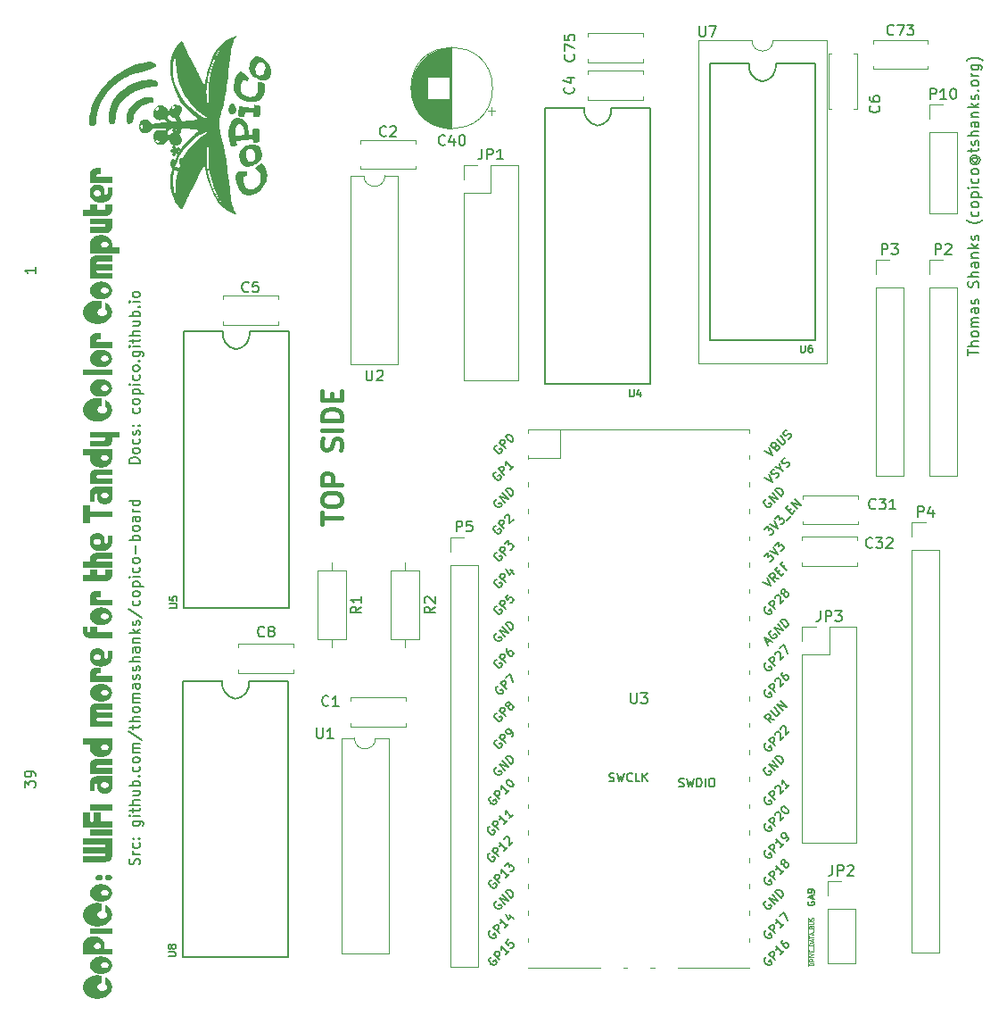
<source format=gto>
G04 #@! TF.GenerationSoftware,KiCad,Pcbnew,7.0.10-7.0.10~ubuntu22.04.1*
G04 #@! TF.CreationDate,2024-02-08T01:05:10-08:00*
G04 #@! TF.ProjectId,copico,636f7069-636f-42e6-9b69-6361645f7063,0.2.1*
G04 #@! TF.SameCoordinates,Original*
G04 #@! TF.FileFunction,Legend,Top*
G04 #@! TF.FilePolarity,Positive*
%FSLAX46Y46*%
G04 Gerber Fmt 4.6, Leading zero omitted, Abs format (unit mm)*
G04 Created by KiCad (PCBNEW 7.0.10-7.0.10~ubuntu22.04.1) date 2024-02-08 01:05:10*
%MOMM*%
%LPD*%
G01*
G04 APERTURE LIST*
%ADD10C,0.150000*%
%ADD11C,0.381000*%
%ADD12C,0.050800*%
%ADD13C,0.127000*%
%ADD14C,0.170000*%
%ADD15C,0.300000*%
%ADD16C,0.120000*%
G04 APERTURE END LIST*
D10*
X111151200Y-136386667D02*
X111198819Y-136243810D01*
X111198819Y-136243810D02*
X111198819Y-136005715D01*
X111198819Y-136005715D02*
X111151200Y-135910477D01*
X111151200Y-135910477D02*
X111103580Y-135862858D01*
X111103580Y-135862858D02*
X111008342Y-135815239D01*
X111008342Y-135815239D02*
X110913104Y-135815239D01*
X110913104Y-135815239D02*
X110817866Y-135862858D01*
X110817866Y-135862858D02*
X110770247Y-135910477D01*
X110770247Y-135910477D02*
X110722628Y-136005715D01*
X110722628Y-136005715D02*
X110675009Y-136196191D01*
X110675009Y-136196191D02*
X110627390Y-136291429D01*
X110627390Y-136291429D02*
X110579771Y-136339048D01*
X110579771Y-136339048D02*
X110484533Y-136386667D01*
X110484533Y-136386667D02*
X110389295Y-136386667D01*
X110389295Y-136386667D02*
X110294057Y-136339048D01*
X110294057Y-136339048D02*
X110246438Y-136291429D01*
X110246438Y-136291429D02*
X110198819Y-136196191D01*
X110198819Y-136196191D02*
X110198819Y-135958096D01*
X110198819Y-135958096D02*
X110246438Y-135815239D01*
X111198819Y-135386667D02*
X110532152Y-135386667D01*
X110722628Y-135386667D02*
X110627390Y-135339048D01*
X110627390Y-135339048D02*
X110579771Y-135291429D01*
X110579771Y-135291429D02*
X110532152Y-135196191D01*
X110532152Y-135196191D02*
X110532152Y-135100953D01*
X111151200Y-134339048D02*
X111198819Y-134434286D01*
X111198819Y-134434286D02*
X111198819Y-134624762D01*
X111198819Y-134624762D02*
X111151200Y-134720000D01*
X111151200Y-134720000D02*
X111103580Y-134767619D01*
X111103580Y-134767619D02*
X111008342Y-134815238D01*
X111008342Y-134815238D02*
X110722628Y-134815238D01*
X110722628Y-134815238D02*
X110627390Y-134767619D01*
X110627390Y-134767619D02*
X110579771Y-134720000D01*
X110579771Y-134720000D02*
X110532152Y-134624762D01*
X110532152Y-134624762D02*
X110532152Y-134434286D01*
X110532152Y-134434286D02*
X110579771Y-134339048D01*
X111103580Y-133910476D02*
X111151200Y-133862857D01*
X111151200Y-133862857D02*
X111198819Y-133910476D01*
X111198819Y-133910476D02*
X111151200Y-133958095D01*
X111151200Y-133958095D02*
X111103580Y-133910476D01*
X111103580Y-133910476D02*
X111198819Y-133910476D01*
X110579771Y-133910476D02*
X110627390Y-133862857D01*
X110627390Y-133862857D02*
X110675009Y-133910476D01*
X110675009Y-133910476D02*
X110627390Y-133958095D01*
X110627390Y-133958095D02*
X110579771Y-133910476D01*
X110579771Y-133910476D02*
X110675009Y-133910476D01*
X110532152Y-132243810D02*
X111341676Y-132243810D01*
X111341676Y-132243810D02*
X111436914Y-132291429D01*
X111436914Y-132291429D02*
X111484533Y-132339048D01*
X111484533Y-132339048D02*
X111532152Y-132434286D01*
X111532152Y-132434286D02*
X111532152Y-132577143D01*
X111532152Y-132577143D02*
X111484533Y-132672381D01*
X111151200Y-132243810D02*
X111198819Y-132339048D01*
X111198819Y-132339048D02*
X111198819Y-132529524D01*
X111198819Y-132529524D02*
X111151200Y-132624762D01*
X111151200Y-132624762D02*
X111103580Y-132672381D01*
X111103580Y-132672381D02*
X111008342Y-132720000D01*
X111008342Y-132720000D02*
X110722628Y-132720000D01*
X110722628Y-132720000D02*
X110627390Y-132672381D01*
X110627390Y-132672381D02*
X110579771Y-132624762D01*
X110579771Y-132624762D02*
X110532152Y-132529524D01*
X110532152Y-132529524D02*
X110532152Y-132339048D01*
X110532152Y-132339048D02*
X110579771Y-132243810D01*
X111198819Y-131767619D02*
X110532152Y-131767619D01*
X110198819Y-131767619D02*
X110246438Y-131815238D01*
X110246438Y-131815238D02*
X110294057Y-131767619D01*
X110294057Y-131767619D02*
X110246438Y-131720000D01*
X110246438Y-131720000D02*
X110198819Y-131767619D01*
X110198819Y-131767619D02*
X110294057Y-131767619D01*
X110532152Y-131434286D02*
X110532152Y-131053334D01*
X110198819Y-131291429D02*
X111055961Y-131291429D01*
X111055961Y-131291429D02*
X111151200Y-131243810D01*
X111151200Y-131243810D02*
X111198819Y-131148572D01*
X111198819Y-131148572D02*
X111198819Y-131053334D01*
X111198819Y-130720000D02*
X110198819Y-130720000D01*
X111198819Y-130291429D02*
X110675009Y-130291429D01*
X110675009Y-130291429D02*
X110579771Y-130339048D01*
X110579771Y-130339048D02*
X110532152Y-130434286D01*
X110532152Y-130434286D02*
X110532152Y-130577143D01*
X110532152Y-130577143D02*
X110579771Y-130672381D01*
X110579771Y-130672381D02*
X110627390Y-130720000D01*
X110532152Y-129386667D02*
X111198819Y-129386667D01*
X110532152Y-129815238D02*
X111055961Y-129815238D01*
X111055961Y-129815238D02*
X111151200Y-129767619D01*
X111151200Y-129767619D02*
X111198819Y-129672381D01*
X111198819Y-129672381D02*
X111198819Y-129529524D01*
X111198819Y-129529524D02*
X111151200Y-129434286D01*
X111151200Y-129434286D02*
X111103580Y-129386667D01*
X111198819Y-128910476D02*
X110198819Y-128910476D01*
X110579771Y-128910476D02*
X110532152Y-128815238D01*
X110532152Y-128815238D02*
X110532152Y-128624762D01*
X110532152Y-128624762D02*
X110579771Y-128529524D01*
X110579771Y-128529524D02*
X110627390Y-128481905D01*
X110627390Y-128481905D02*
X110722628Y-128434286D01*
X110722628Y-128434286D02*
X111008342Y-128434286D01*
X111008342Y-128434286D02*
X111103580Y-128481905D01*
X111103580Y-128481905D02*
X111151200Y-128529524D01*
X111151200Y-128529524D02*
X111198819Y-128624762D01*
X111198819Y-128624762D02*
X111198819Y-128815238D01*
X111198819Y-128815238D02*
X111151200Y-128910476D01*
X111103580Y-128005714D02*
X111151200Y-127958095D01*
X111151200Y-127958095D02*
X111198819Y-128005714D01*
X111198819Y-128005714D02*
X111151200Y-128053333D01*
X111151200Y-128053333D02*
X111103580Y-128005714D01*
X111103580Y-128005714D02*
X111198819Y-128005714D01*
X111151200Y-127100953D02*
X111198819Y-127196191D01*
X111198819Y-127196191D02*
X111198819Y-127386667D01*
X111198819Y-127386667D02*
X111151200Y-127481905D01*
X111151200Y-127481905D02*
X111103580Y-127529524D01*
X111103580Y-127529524D02*
X111008342Y-127577143D01*
X111008342Y-127577143D02*
X110722628Y-127577143D01*
X110722628Y-127577143D02*
X110627390Y-127529524D01*
X110627390Y-127529524D02*
X110579771Y-127481905D01*
X110579771Y-127481905D02*
X110532152Y-127386667D01*
X110532152Y-127386667D02*
X110532152Y-127196191D01*
X110532152Y-127196191D02*
X110579771Y-127100953D01*
X111198819Y-126529524D02*
X111151200Y-126624762D01*
X111151200Y-126624762D02*
X111103580Y-126672381D01*
X111103580Y-126672381D02*
X111008342Y-126720000D01*
X111008342Y-126720000D02*
X110722628Y-126720000D01*
X110722628Y-126720000D02*
X110627390Y-126672381D01*
X110627390Y-126672381D02*
X110579771Y-126624762D01*
X110579771Y-126624762D02*
X110532152Y-126529524D01*
X110532152Y-126529524D02*
X110532152Y-126386667D01*
X110532152Y-126386667D02*
X110579771Y-126291429D01*
X110579771Y-126291429D02*
X110627390Y-126243810D01*
X110627390Y-126243810D02*
X110722628Y-126196191D01*
X110722628Y-126196191D02*
X111008342Y-126196191D01*
X111008342Y-126196191D02*
X111103580Y-126243810D01*
X111103580Y-126243810D02*
X111151200Y-126291429D01*
X111151200Y-126291429D02*
X111198819Y-126386667D01*
X111198819Y-126386667D02*
X111198819Y-126529524D01*
X111198819Y-125767619D02*
X110532152Y-125767619D01*
X110627390Y-125767619D02*
X110579771Y-125720000D01*
X110579771Y-125720000D02*
X110532152Y-125624762D01*
X110532152Y-125624762D02*
X110532152Y-125481905D01*
X110532152Y-125481905D02*
X110579771Y-125386667D01*
X110579771Y-125386667D02*
X110675009Y-125339048D01*
X110675009Y-125339048D02*
X111198819Y-125339048D01*
X110675009Y-125339048D02*
X110579771Y-125291429D01*
X110579771Y-125291429D02*
X110532152Y-125196191D01*
X110532152Y-125196191D02*
X110532152Y-125053334D01*
X110532152Y-125053334D02*
X110579771Y-124958095D01*
X110579771Y-124958095D02*
X110675009Y-124910476D01*
X110675009Y-124910476D02*
X111198819Y-124910476D01*
X110151200Y-123720001D02*
X111436914Y-124577143D01*
X110532152Y-123529524D02*
X110532152Y-123148572D01*
X110198819Y-123386667D02*
X111055961Y-123386667D01*
X111055961Y-123386667D02*
X111151200Y-123339048D01*
X111151200Y-123339048D02*
X111198819Y-123243810D01*
X111198819Y-123243810D02*
X111198819Y-123148572D01*
X111198819Y-122815238D02*
X110198819Y-122815238D01*
X111198819Y-122386667D02*
X110675009Y-122386667D01*
X110675009Y-122386667D02*
X110579771Y-122434286D01*
X110579771Y-122434286D02*
X110532152Y-122529524D01*
X110532152Y-122529524D02*
X110532152Y-122672381D01*
X110532152Y-122672381D02*
X110579771Y-122767619D01*
X110579771Y-122767619D02*
X110627390Y-122815238D01*
X111198819Y-121767619D02*
X111151200Y-121862857D01*
X111151200Y-121862857D02*
X111103580Y-121910476D01*
X111103580Y-121910476D02*
X111008342Y-121958095D01*
X111008342Y-121958095D02*
X110722628Y-121958095D01*
X110722628Y-121958095D02*
X110627390Y-121910476D01*
X110627390Y-121910476D02*
X110579771Y-121862857D01*
X110579771Y-121862857D02*
X110532152Y-121767619D01*
X110532152Y-121767619D02*
X110532152Y-121624762D01*
X110532152Y-121624762D02*
X110579771Y-121529524D01*
X110579771Y-121529524D02*
X110627390Y-121481905D01*
X110627390Y-121481905D02*
X110722628Y-121434286D01*
X110722628Y-121434286D02*
X111008342Y-121434286D01*
X111008342Y-121434286D02*
X111103580Y-121481905D01*
X111103580Y-121481905D02*
X111151200Y-121529524D01*
X111151200Y-121529524D02*
X111198819Y-121624762D01*
X111198819Y-121624762D02*
X111198819Y-121767619D01*
X111198819Y-121005714D02*
X110532152Y-121005714D01*
X110627390Y-121005714D02*
X110579771Y-120958095D01*
X110579771Y-120958095D02*
X110532152Y-120862857D01*
X110532152Y-120862857D02*
X110532152Y-120720000D01*
X110532152Y-120720000D02*
X110579771Y-120624762D01*
X110579771Y-120624762D02*
X110675009Y-120577143D01*
X110675009Y-120577143D02*
X111198819Y-120577143D01*
X110675009Y-120577143D02*
X110579771Y-120529524D01*
X110579771Y-120529524D02*
X110532152Y-120434286D01*
X110532152Y-120434286D02*
X110532152Y-120291429D01*
X110532152Y-120291429D02*
X110579771Y-120196190D01*
X110579771Y-120196190D02*
X110675009Y-120148571D01*
X110675009Y-120148571D02*
X111198819Y-120148571D01*
X111198819Y-119243810D02*
X110675009Y-119243810D01*
X110675009Y-119243810D02*
X110579771Y-119291429D01*
X110579771Y-119291429D02*
X110532152Y-119386667D01*
X110532152Y-119386667D02*
X110532152Y-119577143D01*
X110532152Y-119577143D02*
X110579771Y-119672381D01*
X111151200Y-119243810D02*
X111198819Y-119339048D01*
X111198819Y-119339048D02*
X111198819Y-119577143D01*
X111198819Y-119577143D02*
X111151200Y-119672381D01*
X111151200Y-119672381D02*
X111055961Y-119720000D01*
X111055961Y-119720000D02*
X110960723Y-119720000D01*
X110960723Y-119720000D02*
X110865485Y-119672381D01*
X110865485Y-119672381D02*
X110817866Y-119577143D01*
X110817866Y-119577143D02*
X110817866Y-119339048D01*
X110817866Y-119339048D02*
X110770247Y-119243810D01*
X111151200Y-118815238D02*
X111198819Y-118720000D01*
X111198819Y-118720000D02*
X111198819Y-118529524D01*
X111198819Y-118529524D02*
X111151200Y-118434286D01*
X111151200Y-118434286D02*
X111055961Y-118386667D01*
X111055961Y-118386667D02*
X111008342Y-118386667D01*
X111008342Y-118386667D02*
X110913104Y-118434286D01*
X110913104Y-118434286D02*
X110865485Y-118529524D01*
X110865485Y-118529524D02*
X110865485Y-118672381D01*
X110865485Y-118672381D02*
X110817866Y-118767619D01*
X110817866Y-118767619D02*
X110722628Y-118815238D01*
X110722628Y-118815238D02*
X110675009Y-118815238D01*
X110675009Y-118815238D02*
X110579771Y-118767619D01*
X110579771Y-118767619D02*
X110532152Y-118672381D01*
X110532152Y-118672381D02*
X110532152Y-118529524D01*
X110532152Y-118529524D02*
X110579771Y-118434286D01*
X111151200Y-118005714D02*
X111198819Y-117910476D01*
X111198819Y-117910476D02*
X111198819Y-117720000D01*
X111198819Y-117720000D02*
X111151200Y-117624762D01*
X111151200Y-117624762D02*
X111055961Y-117577143D01*
X111055961Y-117577143D02*
X111008342Y-117577143D01*
X111008342Y-117577143D02*
X110913104Y-117624762D01*
X110913104Y-117624762D02*
X110865485Y-117720000D01*
X110865485Y-117720000D02*
X110865485Y-117862857D01*
X110865485Y-117862857D02*
X110817866Y-117958095D01*
X110817866Y-117958095D02*
X110722628Y-118005714D01*
X110722628Y-118005714D02*
X110675009Y-118005714D01*
X110675009Y-118005714D02*
X110579771Y-117958095D01*
X110579771Y-117958095D02*
X110532152Y-117862857D01*
X110532152Y-117862857D02*
X110532152Y-117720000D01*
X110532152Y-117720000D02*
X110579771Y-117624762D01*
X111198819Y-117148571D02*
X110198819Y-117148571D01*
X111198819Y-116720000D02*
X110675009Y-116720000D01*
X110675009Y-116720000D02*
X110579771Y-116767619D01*
X110579771Y-116767619D02*
X110532152Y-116862857D01*
X110532152Y-116862857D02*
X110532152Y-117005714D01*
X110532152Y-117005714D02*
X110579771Y-117100952D01*
X110579771Y-117100952D02*
X110627390Y-117148571D01*
X111198819Y-115815238D02*
X110675009Y-115815238D01*
X110675009Y-115815238D02*
X110579771Y-115862857D01*
X110579771Y-115862857D02*
X110532152Y-115958095D01*
X110532152Y-115958095D02*
X110532152Y-116148571D01*
X110532152Y-116148571D02*
X110579771Y-116243809D01*
X111151200Y-115815238D02*
X111198819Y-115910476D01*
X111198819Y-115910476D02*
X111198819Y-116148571D01*
X111198819Y-116148571D02*
X111151200Y-116243809D01*
X111151200Y-116243809D02*
X111055961Y-116291428D01*
X111055961Y-116291428D02*
X110960723Y-116291428D01*
X110960723Y-116291428D02*
X110865485Y-116243809D01*
X110865485Y-116243809D02*
X110817866Y-116148571D01*
X110817866Y-116148571D02*
X110817866Y-115910476D01*
X110817866Y-115910476D02*
X110770247Y-115815238D01*
X110532152Y-115339047D02*
X111198819Y-115339047D01*
X110627390Y-115339047D02*
X110579771Y-115291428D01*
X110579771Y-115291428D02*
X110532152Y-115196190D01*
X110532152Y-115196190D02*
X110532152Y-115053333D01*
X110532152Y-115053333D02*
X110579771Y-114958095D01*
X110579771Y-114958095D02*
X110675009Y-114910476D01*
X110675009Y-114910476D02*
X111198819Y-114910476D01*
X111198819Y-114434285D02*
X110198819Y-114434285D01*
X110817866Y-114339047D02*
X111198819Y-114053333D01*
X110532152Y-114053333D02*
X110913104Y-114434285D01*
X111151200Y-113672380D02*
X111198819Y-113577142D01*
X111198819Y-113577142D02*
X111198819Y-113386666D01*
X111198819Y-113386666D02*
X111151200Y-113291428D01*
X111151200Y-113291428D02*
X111055961Y-113243809D01*
X111055961Y-113243809D02*
X111008342Y-113243809D01*
X111008342Y-113243809D02*
X110913104Y-113291428D01*
X110913104Y-113291428D02*
X110865485Y-113386666D01*
X110865485Y-113386666D02*
X110865485Y-113529523D01*
X110865485Y-113529523D02*
X110817866Y-113624761D01*
X110817866Y-113624761D02*
X110722628Y-113672380D01*
X110722628Y-113672380D02*
X110675009Y-113672380D01*
X110675009Y-113672380D02*
X110579771Y-113624761D01*
X110579771Y-113624761D02*
X110532152Y-113529523D01*
X110532152Y-113529523D02*
X110532152Y-113386666D01*
X110532152Y-113386666D02*
X110579771Y-113291428D01*
X110151200Y-112100952D02*
X111436914Y-112958094D01*
X111151200Y-111339047D02*
X111198819Y-111434285D01*
X111198819Y-111434285D02*
X111198819Y-111624761D01*
X111198819Y-111624761D02*
X111151200Y-111719999D01*
X111151200Y-111719999D02*
X111103580Y-111767618D01*
X111103580Y-111767618D02*
X111008342Y-111815237D01*
X111008342Y-111815237D02*
X110722628Y-111815237D01*
X110722628Y-111815237D02*
X110627390Y-111767618D01*
X110627390Y-111767618D02*
X110579771Y-111719999D01*
X110579771Y-111719999D02*
X110532152Y-111624761D01*
X110532152Y-111624761D02*
X110532152Y-111434285D01*
X110532152Y-111434285D02*
X110579771Y-111339047D01*
X111198819Y-110767618D02*
X111151200Y-110862856D01*
X111151200Y-110862856D02*
X111103580Y-110910475D01*
X111103580Y-110910475D02*
X111008342Y-110958094D01*
X111008342Y-110958094D02*
X110722628Y-110958094D01*
X110722628Y-110958094D02*
X110627390Y-110910475D01*
X110627390Y-110910475D02*
X110579771Y-110862856D01*
X110579771Y-110862856D02*
X110532152Y-110767618D01*
X110532152Y-110767618D02*
X110532152Y-110624761D01*
X110532152Y-110624761D02*
X110579771Y-110529523D01*
X110579771Y-110529523D02*
X110627390Y-110481904D01*
X110627390Y-110481904D02*
X110722628Y-110434285D01*
X110722628Y-110434285D02*
X111008342Y-110434285D01*
X111008342Y-110434285D02*
X111103580Y-110481904D01*
X111103580Y-110481904D02*
X111151200Y-110529523D01*
X111151200Y-110529523D02*
X111198819Y-110624761D01*
X111198819Y-110624761D02*
X111198819Y-110767618D01*
X110532152Y-110005713D02*
X111532152Y-110005713D01*
X110579771Y-110005713D02*
X110532152Y-109910475D01*
X110532152Y-109910475D02*
X110532152Y-109719999D01*
X110532152Y-109719999D02*
X110579771Y-109624761D01*
X110579771Y-109624761D02*
X110627390Y-109577142D01*
X110627390Y-109577142D02*
X110722628Y-109529523D01*
X110722628Y-109529523D02*
X111008342Y-109529523D01*
X111008342Y-109529523D02*
X111103580Y-109577142D01*
X111103580Y-109577142D02*
X111151200Y-109624761D01*
X111151200Y-109624761D02*
X111198819Y-109719999D01*
X111198819Y-109719999D02*
X111198819Y-109910475D01*
X111198819Y-109910475D02*
X111151200Y-110005713D01*
X111198819Y-109100951D02*
X110532152Y-109100951D01*
X110198819Y-109100951D02*
X110246438Y-109148570D01*
X110246438Y-109148570D02*
X110294057Y-109100951D01*
X110294057Y-109100951D02*
X110246438Y-109053332D01*
X110246438Y-109053332D02*
X110198819Y-109100951D01*
X110198819Y-109100951D02*
X110294057Y-109100951D01*
X111151200Y-108196190D02*
X111198819Y-108291428D01*
X111198819Y-108291428D02*
X111198819Y-108481904D01*
X111198819Y-108481904D02*
X111151200Y-108577142D01*
X111151200Y-108577142D02*
X111103580Y-108624761D01*
X111103580Y-108624761D02*
X111008342Y-108672380D01*
X111008342Y-108672380D02*
X110722628Y-108672380D01*
X110722628Y-108672380D02*
X110627390Y-108624761D01*
X110627390Y-108624761D02*
X110579771Y-108577142D01*
X110579771Y-108577142D02*
X110532152Y-108481904D01*
X110532152Y-108481904D02*
X110532152Y-108291428D01*
X110532152Y-108291428D02*
X110579771Y-108196190D01*
X111198819Y-107624761D02*
X111151200Y-107719999D01*
X111151200Y-107719999D02*
X111103580Y-107767618D01*
X111103580Y-107767618D02*
X111008342Y-107815237D01*
X111008342Y-107815237D02*
X110722628Y-107815237D01*
X110722628Y-107815237D02*
X110627390Y-107767618D01*
X110627390Y-107767618D02*
X110579771Y-107719999D01*
X110579771Y-107719999D02*
X110532152Y-107624761D01*
X110532152Y-107624761D02*
X110532152Y-107481904D01*
X110532152Y-107481904D02*
X110579771Y-107386666D01*
X110579771Y-107386666D02*
X110627390Y-107339047D01*
X110627390Y-107339047D02*
X110722628Y-107291428D01*
X110722628Y-107291428D02*
X111008342Y-107291428D01*
X111008342Y-107291428D02*
X111103580Y-107339047D01*
X111103580Y-107339047D02*
X111151200Y-107386666D01*
X111151200Y-107386666D02*
X111198819Y-107481904D01*
X111198819Y-107481904D02*
X111198819Y-107624761D01*
X110817866Y-106862856D02*
X110817866Y-106100952D01*
X111198819Y-105624761D02*
X110198819Y-105624761D01*
X110579771Y-105624761D02*
X110532152Y-105529523D01*
X110532152Y-105529523D02*
X110532152Y-105339047D01*
X110532152Y-105339047D02*
X110579771Y-105243809D01*
X110579771Y-105243809D02*
X110627390Y-105196190D01*
X110627390Y-105196190D02*
X110722628Y-105148571D01*
X110722628Y-105148571D02*
X111008342Y-105148571D01*
X111008342Y-105148571D02*
X111103580Y-105196190D01*
X111103580Y-105196190D02*
X111151200Y-105243809D01*
X111151200Y-105243809D02*
X111198819Y-105339047D01*
X111198819Y-105339047D02*
X111198819Y-105529523D01*
X111198819Y-105529523D02*
X111151200Y-105624761D01*
X111198819Y-104577142D02*
X111151200Y-104672380D01*
X111151200Y-104672380D02*
X111103580Y-104719999D01*
X111103580Y-104719999D02*
X111008342Y-104767618D01*
X111008342Y-104767618D02*
X110722628Y-104767618D01*
X110722628Y-104767618D02*
X110627390Y-104719999D01*
X110627390Y-104719999D02*
X110579771Y-104672380D01*
X110579771Y-104672380D02*
X110532152Y-104577142D01*
X110532152Y-104577142D02*
X110532152Y-104434285D01*
X110532152Y-104434285D02*
X110579771Y-104339047D01*
X110579771Y-104339047D02*
X110627390Y-104291428D01*
X110627390Y-104291428D02*
X110722628Y-104243809D01*
X110722628Y-104243809D02*
X111008342Y-104243809D01*
X111008342Y-104243809D02*
X111103580Y-104291428D01*
X111103580Y-104291428D02*
X111151200Y-104339047D01*
X111151200Y-104339047D02*
X111198819Y-104434285D01*
X111198819Y-104434285D02*
X111198819Y-104577142D01*
X111198819Y-103386666D02*
X110675009Y-103386666D01*
X110675009Y-103386666D02*
X110579771Y-103434285D01*
X110579771Y-103434285D02*
X110532152Y-103529523D01*
X110532152Y-103529523D02*
X110532152Y-103719999D01*
X110532152Y-103719999D02*
X110579771Y-103815237D01*
X111151200Y-103386666D02*
X111198819Y-103481904D01*
X111198819Y-103481904D02*
X111198819Y-103719999D01*
X111198819Y-103719999D02*
X111151200Y-103815237D01*
X111151200Y-103815237D02*
X111055961Y-103862856D01*
X111055961Y-103862856D02*
X110960723Y-103862856D01*
X110960723Y-103862856D02*
X110865485Y-103815237D01*
X110865485Y-103815237D02*
X110817866Y-103719999D01*
X110817866Y-103719999D02*
X110817866Y-103481904D01*
X110817866Y-103481904D02*
X110770247Y-103386666D01*
X111198819Y-102910475D02*
X110532152Y-102910475D01*
X110722628Y-102910475D02*
X110627390Y-102862856D01*
X110627390Y-102862856D02*
X110579771Y-102815237D01*
X110579771Y-102815237D02*
X110532152Y-102719999D01*
X110532152Y-102719999D02*
X110532152Y-102624761D01*
X111198819Y-101862856D02*
X110198819Y-101862856D01*
X111151200Y-101862856D02*
X111198819Y-101958094D01*
X111198819Y-101958094D02*
X111198819Y-102148570D01*
X111198819Y-102148570D02*
X111151200Y-102243808D01*
X111151200Y-102243808D02*
X111103580Y-102291427D01*
X111103580Y-102291427D02*
X111008342Y-102339046D01*
X111008342Y-102339046D02*
X110722628Y-102339046D01*
X110722628Y-102339046D02*
X110627390Y-102291427D01*
X110627390Y-102291427D02*
X110579771Y-102243808D01*
X110579771Y-102243808D02*
X110532152Y-102148570D01*
X110532152Y-102148570D02*
X110532152Y-101958094D01*
X110532152Y-101958094D02*
X110579771Y-101862856D01*
X111198819Y-98339045D02*
X110198819Y-98339045D01*
X110198819Y-98339045D02*
X110198819Y-98100950D01*
X110198819Y-98100950D02*
X110246438Y-97958093D01*
X110246438Y-97958093D02*
X110341676Y-97862855D01*
X110341676Y-97862855D02*
X110436914Y-97815236D01*
X110436914Y-97815236D02*
X110627390Y-97767617D01*
X110627390Y-97767617D02*
X110770247Y-97767617D01*
X110770247Y-97767617D02*
X110960723Y-97815236D01*
X110960723Y-97815236D02*
X111055961Y-97862855D01*
X111055961Y-97862855D02*
X111151200Y-97958093D01*
X111151200Y-97958093D02*
X111198819Y-98100950D01*
X111198819Y-98100950D02*
X111198819Y-98339045D01*
X111198819Y-97196188D02*
X111151200Y-97291426D01*
X111151200Y-97291426D02*
X111103580Y-97339045D01*
X111103580Y-97339045D02*
X111008342Y-97386664D01*
X111008342Y-97386664D02*
X110722628Y-97386664D01*
X110722628Y-97386664D02*
X110627390Y-97339045D01*
X110627390Y-97339045D02*
X110579771Y-97291426D01*
X110579771Y-97291426D02*
X110532152Y-97196188D01*
X110532152Y-97196188D02*
X110532152Y-97053331D01*
X110532152Y-97053331D02*
X110579771Y-96958093D01*
X110579771Y-96958093D02*
X110627390Y-96910474D01*
X110627390Y-96910474D02*
X110722628Y-96862855D01*
X110722628Y-96862855D02*
X111008342Y-96862855D01*
X111008342Y-96862855D02*
X111103580Y-96910474D01*
X111103580Y-96910474D02*
X111151200Y-96958093D01*
X111151200Y-96958093D02*
X111198819Y-97053331D01*
X111198819Y-97053331D02*
X111198819Y-97196188D01*
X111151200Y-96005712D02*
X111198819Y-96100950D01*
X111198819Y-96100950D02*
X111198819Y-96291426D01*
X111198819Y-96291426D02*
X111151200Y-96386664D01*
X111151200Y-96386664D02*
X111103580Y-96434283D01*
X111103580Y-96434283D02*
X111008342Y-96481902D01*
X111008342Y-96481902D02*
X110722628Y-96481902D01*
X110722628Y-96481902D02*
X110627390Y-96434283D01*
X110627390Y-96434283D02*
X110579771Y-96386664D01*
X110579771Y-96386664D02*
X110532152Y-96291426D01*
X110532152Y-96291426D02*
X110532152Y-96100950D01*
X110532152Y-96100950D02*
X110579771Y-96005712D01*
X111151200Y-95624759D02*
X111198819Y-95529521D01*
X111198819Y-95529521D02*
X111198819Y-95339045D01*
X111198819Y-95339045D02*
X111151200Y-95243807D01*
X111151200Y-95243807D02*
X111055961Y-95196188D01*
X111055961Y-95196188D02*
X111008342Y-95196188D01*
X111008342Y-95196188D02*
X110913104Y-95243807D01*
X110913104Y-95243807D02*
X110865485Y-95339045D01*
X110865485Y-95339045D02*
X110865485Y-95481902D01*
X110865485Y-95481902D02*
X110817866Y-95577140D01*
X110817866Y-95577140D02*
X110722628Y-95624759D01*
X110722628Y-95624759D02*
X110675009Y-95624759D01*
X110675009Y-95624759D02*
X110579771Y-95577140D01*
X110579771Y-95577140D02*
X110532152Y-95481902D01*
X110532152Y-95481902D02*
X110532152Y-95339045D01*
X110532152Y-95339045D02*
X110579771Y-95243807D01*
X111103580Y-94767616D02*
X111151200Y-94719997D01*
X111151200Y-94719997D02*
X111198819Y-94767616D01*
X111198819Y-94767616D02*
X111151200Y-94815235D01*
X111151200Y-94815235D02*
X111103580Y-94767616D01*
X111103580Y-94767616D02*
X111198819Y-94767616D01*
X110579771Y-94767616D02*
X110627390Y-94719997D01*
X110627390Y-94719997D02*
X110675009Y-94767616D01*
X110675009Y-94767616D02*
X110627390Y-94815235D01*
X110627390Y-94815235D02*
X110579771Y-94767616D01*
X110579771Y-94767616D02*
X110675009Y-94767616D01*
X111151200Y-93100950D02*
X111198819Y-93196188D01*
X111198819Y-93196188D02*
X111198819Y-93386664D01*
X111198819Y-93386664D02*
X111151200Y-93481902D01*
X111151200Y-93481902D02*
X111103580Y-93529521D01*
X111103580Y-93529521D02*
X111008342Y-93577140D01*
X111008342Y-93577140D02*
X110722628Y-93577140D01*
X110722628Y-93577140D02*
X110627390Y-93529521D01*
X110627390Y-93529521D02*
X110579771Y-93481902D01*
X110579771Y-93481902D02*
X110532152Y-93386664D01*
X110532152Y-93386664D02*
X110532152Y-93196188D01*
X110532152Y-93196188D02*
X110579771Y-93100950D01*
X111198819Y-92529521D02*
X111151200Y-92624759D01*
X111151200Y-92624759D02*
X111103580Y-92672378D01*
X111103580Y-92672378D02*
X111008342Y-92719997D01*
X111008342Y-92719997D02*
X110722628Y-92719997D01*
X110722628Y-92719997D02*
X110627390Y-92672378D01*
X110627390Y-92672378D02*
X110579771Y-92624759D01*
X110579771Y-92624759D02*
X110532152Y-92529521D01*
X110532152Y-92529521D02*
X110532152Y-92386664D01*
X110532152Y-92386664D02*
X110579771Y-92291426D01*
X110579771Y-92291426D02*
X110627390Y-92243807D01*
X110627390Y-92243807D02*
X110722628Y-92196188D01*
X110722628Y-92196188D02*
X111008342Y-92196188D01*
X111008342Y-92196188D02*
X111103580Y-92243807D01*
X111103580Y-92243807D02*
X111151200Y-92291426D01*
X111151200Y-92291426D02*
X111198819Y-92386664D01*
X111198819Y-92386664D02*
X111198819Y-92529521D01*
X110532152Y-91767616D02*
X111532152Y-91767616D01*
X110579771Y-91767616D02*
X110532152Y-91672378D01*
X110532152Y-91672378D02*
X110532152Y-91481902D01*
X110532152Y-91481902D02*
X110579771Y-91386664D01*
X110579771Y-91386664D02*
X110627390Y-91339045D01*
X110627390Y-91339045D02*
X110722628Y-91291426D01*
X110722628Y-91291426D02*
X111008342Y-91291426D01*
X111008342Y-91291426D02*
X111103580Y-91339045D01*
X111103580Y-91339045D02*
X111151200Y-91386664D01*
X111151200Y-91386664D02*
X111198819Y-91481902D01*
X111198819Y-91481902D02*
X111198819Y-91672378D01*
X111198819Y-91672378D02*
X111151200Y-91767616D01*
X111198819Y-90862854D02*
X110532152Y-90862854D01*
X110198819Y-90862854D02*
X110246438Y-90910473D01*
X110246438Y-90910473D02*
X110294057Y-90862854D01*
X110294057Y-90862854D02*
X110246438Y-90815235D01*
X110246438Y-90815235D02*
X110198819Y-90862854D01*
X110198819Y-90862854D02*
X110294057Y-90862854D01*
X111151200Y-89958093D02*
X111198819Y-90053331D01*
X111198819Y-90053331D02*
X111198819Y-90243807D01*
X111198819Y-90243807D02*
X111151200Y-90339045D01*
X111151200Y-90339045D02*
X111103580Y-90386664D01*
X111103580Y-90386664D02*
X111008342Y-90434283D01*
X111008342Y-90434283D02*
X110722628Y-90434283D01*
X110722628Y-90434283D02*
X110627390Y-90386664D01*
X110627390Y-90386664D02*
X110579771Y-90339045D01*
X110579771Y-90339045D02*
X110532152Y-90243807D01*
X110532152Y-90243807D02*
X110532152Y-90053331D01*
X110532152Y-90053331D02*
X110579771Y-89958093D01*
X111198819Y-89386664D02*
X111151200Y-89481902D01*
X111151200Y-89481902D02*
X111103580Y-89529521D01*
X111103580Y-89529521D02*
X111008342Y-89577140D01*
X111008342Y-89577140D02*
X110722628Y-89577140D01*
X110722628Y-89577140D02*
X110627390Y-89529521D01*
X110627390Y-89529521D02*
X110579771Y-89481902D01*
X110579771Y-89481902D02*
X110532152Y-89386664D01*
X110532152Y-89386664D02*
X110532152Y-89243807D01*
X110532152Y-89243807D02*
X110579771Y-89148569D01*
X110579771Y-89148569D02*
X110627390Y-89100950D01*
X110627390Y-89100950D02*
X110722628Y-89053331D01*
X110722628Y-89053331D02*
X111008342Y-89053331D01*
X111008342Y-89053331D02*
X111103580Y-89100950D01*
X111103580Y-89100950D02*
X111151200Y-89148569D01*
X111151200Y-89148569D02*
X111198819Y-89243807D01*
X111198819Y-89243807D02*
X111198819Y-89386664D01*
X111103580Y-88624759D02*
X111151200Y-88577140D01*
X111151200Y-88577140D02*
X111198819Y-88624759D01*
X111198819Y-88624759D02*
X111151200Y-88672378D01*
X111151200Y-88672378D02*
X111103580Y-88624759D01*
X111103580Y-88624759D02*
X111198819Y-88624759D01*
X110532152Y-87719998D02*
X111341676Y-87719998D01*
X111341676Y-87719998D02*
X111436914Y-87767617D01*
X111436914Y-87767617D02*
X111484533Y-87815236D01*
X111484533Y-87815236D02*
X111532152Y-87910474D01*
X111532152Y-87910474D02*
X111532152Y-88053331D01*
X111532152Y-88053331D02*
X111484533Y-88148569D01*
X111151200Y-87719998D02*
X111198819Y-87815236D01*
X111198819Y-87815236D02*
X111198819Y-88005712D01*
X111198819Y-88005712D02*
X111151200Y-88100950D01*
X111151200Y-88100950D02*
X111103580Y-88148569D01*
X111103580Y-88148569D02*
X111008342Y-88196188D01*
X111008342Y-88196188D02*
X110722628Y-88196188D01*
X110722628Y-88196188D02*
X110627390Y-88148569D01*
X110627390Y-88148569D02*
X110579771Y-88100950D01*
X110579771Y-88100950D02*
X110532152Y-88005712D01*
X110532152Y-88005712D02*
X110532152Y-87815236D01*
X110532152Y-87815236D02*
X110579771Y-87719998D01*
X111198819Y-87243807D02*
X110532152Y-87243807D01*
X110198819Y-87243807D02*
X110246438Y-87291426D01*
X110246438Y-87291426D02*
X110294057Y-87243807D01*
X110294057Y-87243807D02*
X110246438Y-87196188D01*
X110246438Y-87196188D02*
X110198819Y-87243807D01*
X110198819Y-87243807D02*
X110294057Y-87243807D01*
X110532152Y-86910474D02*
X110532152Y-86529522D01*
X110198819Y-86767617D02*
X111055961Y-86767617D01*
X111055961Y-86767617D02*
X111151200Y-86719998D01*
X111151200Y-86719998D02*
X111198819Y-86624760D01*
X111198819Y-86624760D02*
X111198819Y-86529522D01*
X111198819Y-86196188D02*
X110198819Y-86196188D01*
X111198819Y-85767617D02*
X110675009Y-85767617D01*
X110675009Y-85767617D02*
X110579771Y-85815236D01*
X110579771Y-85815236D02*
X110532152Y-85910474D01*
X110532152Y-85910474D02*
X110532152Y-86053331D01*
X110532152Y-86053331D02*
X110579771Y-86148569D01*
X110579771Y-86148569D02*
X110627390Y-86196188D01*
X110532152Y-84862855D02*
X111198819Y-84862855D01*
X110532152Y-85291426D02*
X111055961Y-85291426D01*
X111055961Y-85291426D02*
X111151200Y-85243807D01*
X111151200Y-85243807D02*
X111198819Y-85148569D01*
X111198819Y-85148569D02*
X111198819Y-85005712D01*
X111198819Y-85005712D02*
X111151200Y-84910474D01*
X111151200Y-84910474D02*
X111103580Y-84862855D01*
X111198819Y-84386664D02*
X110198819Y-84386664D01*
X110579771Y-84386664D02*
X110532152Y-84291426D01*
X110532152Y-84291426D02*
X110532152Y-84100950D01*
X110532152Y-84100950D02*
X110579771Y-84005712D01*
X110579771Y-84005712D02*
X110627390Y-83958093D01*
X110627390Y-83958093D02*
X110722628Y-83910474D01*
X110722628Y-83910474D02*
X111008342Y-83910474D01*
X111008342Y-83910474D02*
X111103580Y-83958093D01*
X111103580Y-83958093D02*
X111151200Y-84005712D01*
X111151200Y-84005712D02*
X111198819Y-84100950D01*
X111198819Y-84100950D02*
X111198819Y-84291426D01*
X111198819Y-84291426D02*
X111151200Y-84386664D01*
X111103580Y-83481902D02*
X111151200Y-83434283D01*
X111151200Y-83434283D02*
X111198819Y-83481902D01*
X111198819Y-83481902D02*
X111151200Y-83529521D01*
X111151200Y-83529521D02*
X111103580Y-83481902D01*
X111103580Y-83481902D02*
X111198819Y-83481902D01*
X111198819Y-83005712D02*
X110532152Y-83005712D01*
X110198819Y-83005712D02*
X110246438Y-83053331D01*
X110246438Y-83053331D02*
X110294057Y-83005712D01*
X110294057Y-83005712D02*
X110246438Y-82958093D01*
X110246438Y-82958093D02*
X110198819Y-83005712D01*
X110198819Y-83005712D02*
X110294057Y-83005712D01*
X111198819Y-82386665D02*
X111151200Y-82481903D01*
X111151200Y-82481903D02*
X111103580Y-82529522D01*
X111103580Y-82529522D02*
X111008342Y-82577141D01*
X111008342Y-82577141D02*
X110722628Y-82577141D01*
X110722628Y-82577141D02*
X110627390Y-82529522D01*
X110627390Y-82529522D02*
X110579771Y-82481903D01*
X110579771Y-82481903D02*
X110532152Y-82386665D01*
X110532152Y-82386665D02*
X110532152Y-82243808D01*
X110532152Y-82243808D02*
X110579771Y-82148570D01*
X110579771Y-82148570D02*
X110627390Y-82100951D01*
X110627390Y-82100951D02*
X110722628Y-82053332D01*
X110722628Y-82053332D02*
X111008342Y-82053332D01*
X111008342Y-82053332D02*
X111103580Y-82100951D01*
X111103580Y-82100951D02*
X111151200Y-82148570D01*
X111151200Y-82148570D02*
X111198819Y-82243808D01*
X111198819Y-82243808D02*
X111198819Y-82386665D01*
D11*
X128496477Y-104058357D02*
X128496477Y-102969786D01*
X130401477Y-103514071D02*
X128496477Y-103514071D01*
X128496477Y-101971928D02*
X128496477Y-101609071D01*
X128496477Y-101609071D02*
X128587191Y-101427642D01*
X128587191Y-101427642D02*
X128768620Y-101246214D01*
X128768620Y-101246214D02*
X129131477Y-101155499D01*
X129131477Y-101155499D02*
X129766477Y-101155499D01*
X129766477Y-101155499D02*
X130129334Y-101246214D01*
X130129334Y-101246214D02*
X130310763Y-101427642D01*
X130310763Y-101427642D02*
X130401477Y-101609071D01*
X130401477Y-101609071D02*
X130401477Y-101971928D01*
X130401477Y-101971928D02*
X130310763Y-102153357D01*
X130310763Y-102153357D02*
X130129334Y-102334785D01*
X130129334Y-102334785D02*
X129766477Y-102425499D01*
X129766477Y-102425499D02*
X129131477Y-102425499D01*
X129131477Y-102425499D02*
X128768620Y-102334785D01*
X128768620Y-102334785D02*
X128587191Y-102153357D01*
X128587191Y-102153357D02*
X128496477Y-101971928D01*
X130401477Y-100339071D02*
X128496477Y-100339071D01*
X128496477Y-100339071D02*
X128496477Y-99613357D01*
X128496477Y-99613357D02*
X128587191Y-99431928D01*
X128587191Y-99431928D02*
X128677905Y-99341214D01*
X128677905Y-99341214D02*
X128859334Y-99250500D01*
X128859334Y-99250500D02*
X129131477Y-99250500D01*
X129131477Y-99250500D02*
X129312905Y-99341214D01*
X129312905Y-99341214D02*
X129403620Y-99431928D01*
X129403620Y-99431928D02*
X129494334Y-99613357D01*
X129494334Y-99613357D02*
X129494334Y-100339071D01*
X130310763Y-97073356D02*
X130401477Y-96801214D01*
X130401477Y-96801214D02*
X130401477Y-96347642D01*
X130401477Y-96347642D02*
X130310763Y-96166214D01*
X130310763Y-96166214D02*
X130220048Y-96075499D01*
X130220048Y-96075499D02*
X130038620Y-95984785D01*
X130038620Y-95984785D02*
X129857191Y-95984785D01*
X129857191Y-95984785D02*
X129675763Y-96075499D01*
X129675763Y-96075499D02*
X129585048Y-96166214D01*
X129585048Y-96166214D02*
X129494334Y-96347642D01*
X129494334Y-96347642D02*
X129403620Y-96710499D01*
X129403620Y-96710499D02*
X129312905Y-96891928D01*
X129312905Y-96891928D02*
X129222191Y-96982642D01*
X129222191Y-96982642D02*
X129040763Y-97073356D01*
X129040763Y-97073356D02*
X128859334Y-97073356D01*
X128859334Y-97073356D02*
X128677905Y-96982642D01*
X128677905Y-96982642D02*
X128587191Y-96891928D01*
X128587191Y-96891928D02*
X128496477Y-96710499D01*
X128496477Y-96710499D02*
X128496477Y-96256928D01*
X128496477Y-96256928D02*
X128587191Y-95984785D01*
X130401477Y-95168356D02*
X128496477Y-95168356D01*
X130401477Y-94261213D02*
X128496477Y-94261213D01*
X128496477Y-94261213D02*
X128496477Y-93807642D01*
X128496477Y-93807642D02*
X128587191Y-93535499D01*
X128587191Y-93535499D02*
X128768620Y-93354070D01*
X128768620Y-93354070D02*
X128950048Y-93263356D01*
X128950048Y-93263356D02*
X129312905Y-93172642D01*
X129312905Y-93172642D02*
X129585048Y-93172642D01*
X129585048Y-93172642D02*
X129947905Y-93263356D01*
X129947905Y-93263356D02*
X130129334Y-93354070D01*
X130129334Y-93354070D02*
X130310763Y-93535499D01*
X130310763Y-93535499D02*
X130401477Y-93807642D01*
X130401477Y-93807642D02*
X130401477Y-94261213D01*
X129403620Y-92356213D02*
X129403620Y-91721213D01*
X130401477Y-91449070D02*
X130401477Y-92356213D01*
X130401477Y-92356213D02*
X128496477Y-92356213D01*
X128496477Y-92356213D02*
X128496477Y-91449070D01*
D12*
X175150730Y-145925864D02*
X174769730Y-145925864D01*
X174769730Y-145925864D02*
X174769730Y-145835150D01*
X174769730Y-145835150D02*
X174787873Y-145780721D01*
X174787873Y-145780721D02*
X174824159Y-145744436D01*
X174824159Y-145744436D02*
X174860445Y-145726293D01*
X174860445Y-145726293D02*
X174933016Y-145708150D01*
X174933016Y-145708150D02*
X174987445Y-145708150D01*
X174987445Y-145708150D02*
X175060016Y-145726293D01*
X175060016Y-145726293D02*
X175096302Y-145744436D01*
X175096302Y-145744436D02*
X175132588Y-145780721D01*
X175132588Y-145780721D02*
X175150730Y-145835150D01*
X175150730Y-145835150D02*
X175150730Y-145925864D01*
X175150730Y-145327150D02*
X174969302Y-145454150D01*
X175150730Y-145544864D02*
X174769730Y-145544864D01*
X174769730Y-145544864D02*
X174769730Y-145399721D01*
X174769730Y-145399721D02*
X174787873Y-145363436D01*
X174787873Y-145363436D02*
X174806016Y-145345293D01*
X174806016Y-145345293D02*
X174842302Y-145327150D01*
X174842302Y-145327150D02*
X174896730Y-145327150D01*
X174896730Y-145327150D02*
X174933016Y-145345293D01*
X174933016Y-145345293D02*
X174951159Y-145363436D01*
X174951159Y-145363436D02*
X174969302Y-145399721D01*
X174969302Y-145399721D02*
X174969302Y-145544864D01*
X175150730Y-145163864D02*
X174769730Y-145163864D01*
X174769730Y-145036864D02*
X175150730Y-144909864D01*
X175150730Y-144909864D02*
X174769730Y-144782864D01*
X174951159Y-144655864D02*
X174951159Y-144528864D01*
X175150730Y-144474436D02*
X175150730Y-144655864D01*
X175150730Y-144655864D02*
X174769730Y-144655864D01*
X174769730Y-144655864D02*
X174769730Y-144474436D01*
X175187016Y-144401865D02*
X175187016Y-144111579D01*
X175150730Y-144020864D02*
X174769730Y-144020864D01*
X174769730Y-144020864D02*
X174769730Y-143930150D01*
X174769730Y-143930150D02*
X174787873Y-143875721D01*
X174787873Y-143875721D02*
X174824159Y-143839436D01*
X174824159Y-143839436D02*
X174860445Y-143821293D01*
X174860445Y-143821293D02*
X174933016Y-143803150D01*
X174933016Y-143803150D02*
X174987445Y-143803150D01*
X174987445Y-143803150D02*
X175060016Y-143821293D01*
X175060016Y-143821293D02*
X175096302Y-143839436D01*
X175096302Y-143839436D02*
X175132588Y-143875721D01*
X175132588Y-143875721D02*
X175150730Y-143930150D01*
X175150730Y-143930150D02*
X175150730Y-144020864D01*
X175041873Y-143658007D02*
X175041873Y-143476579D01*
X175150730Y-143694293D02*
X174769730Y-143567293D01*
X174769730Y-143567293D02*
X175150730Y-143440293D01*
X174769730Y-143367722D02*
X174769730Y-143150008D01*
X175150730Y-143258865D02*
X174769730Y-143258865D01*
X175041873Y-143041150D02*
X175041873Y-142859722D01*
X175150730Y-143077436D02*
X174769730Y-142950436D01*
X174769730Y-142950436D02*
X175150730Y-142823436D01*
X175187016Y-142787151D02*
X175187016Y-142496865D01*
X174951159Y-142279150D02*
X174969302Y-142224722D01*
X174969302Y-142224722D02*
X174987445Y-142206579D01*
X174987445Y-142206579D02*
X175023730Y-142188436D01*
X175023730Y-142188436D02*
X175078159Y-142188436D01*
X175078159Y-142188436D02*
X175114445Y-142206579D01*
X175114445Y-142206579D02*
X175132588Y-142224722D01*
X175132588Y-142224722D02*
X175150730Y-142261007D01*
X175150730Y-142261007D02*
X175150730Y-142406150D01*
X175150730Y-142406150D02*
X174769730Y-142406150D01*
X174769730Y-142406150D02*
X174769730Y-142279150D01*
X174769730Y-142279150D02*
X174787873Y-142242865D01*
X174787873Y-142242865D02*
X174806016Y-142224722D01*
X174806016Y-142224722D02*
X174842302Y-142206579D01*
X174842302Y-142206579D02*
X174878588Y-142206579D01*
X174878588Y-142206579D02*
X174914873Y-142224722D01*
X174914873Y-142224722D02*
X174933016Y-142242865D01*
X174933016Y-142242865D02*
X174951159Y-142279150D01*
X174951159Y-142279150D02*
X174951159Y-142406150D01*
X174769730Y-142025150D02*
X175078159Y-142025150D01*
X175078159Y-142025150D02*
X175114445Y-142007007D01*
X175114445Y-142007007D02*
X175132588Y-141988865D01*
X175132588Y-141988865D02*
X175150730Y-141952579D01*
X175150730Y-141952579D02*
X175150730Y-141880007D01*
X175150730Y-141880007D02*
X175132588Y-141843722D01*
X175132588Y-141843722D02*
X175114445Y-141825579D01*
X175114445Y-141825579D02*
X175078159Y-141807436D01*
X175078159Y-141807436D02*
X174769730Y-141807436D01*
X175132588Y-141644150D02*
X175150730Y-141589722D01*
X175150730Y-141589722D02*
X175150730Y-141499007D01*
X175150730Y-141499007D02*
X175132588Y-141462722D01*
X175132588Y-141462722D02*
X175114445Y-141444579D01*
X175114445Y-141444579D02*
X175078159Y-141426436D01*
X175078159Y-141426436D02*
X175041873Y-141426436D01*
X175041873Y-141426436D02*
X175005588Y-141444579D01*
X175005588Y-141444579D02*
X174987445Y-141462722D01*
X174987445Y-141462722D02*
X174969302Y-141499007D01*
X174969302Y-141499007D02*
X174951159Y-141571579D01*
X174951159Y-141571579D02*
X174933016Y-141607864D01*
X174933016Y-141607864D02*
X174914873Y-141626007D01*
X174914873Y-141626007D02*
X174878588Y-141644150D01*
X174878588Y-141644150D02*
X174842302Y-141644150D01*
X174842302Y-141644150D02*
X174806016Y-141626007D01*
X174806016Y-141626007D02*
X174787873Y-141607864D01*
X174787873Y-141607864D02*
X174769730Y-141571579D01*
X174769730Y-141571579D02*
X174769730Y-141480864D01*
X174769730Y-141480864D02*
X174787873Y-141426436D01*
X174663958Y-145978479D02*
X174663958Y-141391965D01*
D13*
X174637922Y-139894638D02*
X174607684Y-139955114D01*
X174607684Y-139955114D02*
X174607684Y-140045828D01*
X174607684Y-140045828D02*
X174637922Y-140136543D01*
X174637922Y-140136543D02*
X174698398Y-140197019D01*
X174698398Y-140197019D02*
X174758874Y-140227257D01*
X174758874Y-140227257D02*
X174879826Y-140257495D01*
X174879826Y-140257495D02*
X174970541Y-140257495D01*
X174970541Y-140257495D02*
X175091493Y-140227257D01*
X175091493Y-140227257D02*
X175151969Y-140197019D01*
X175151969Y-140197019D02*
X175212446Y-140136543D01*
X175212446Y-140136543D02*
X175242684Y-140045828D01*
X175242684Y-140045828D02*
X175242684Y-139985352D01*
X175242684Y-139985352D02*
X175212446Y-139894638D01*
X175212446Y-139894638D02*
X175182207Y-139864400D01*
X175182207Y-139864400D02*
X174970541Y-139864400D01*
X174970541Y-139864400D02*
X174970541Y-139985352D01*
X175061255Y-139622495D02*
X175061255Y-139320114D01*
X175242684Y-139682971D02*
X174607684Y-139471305D01*
X174607684Y-139471305D02*
X175242684Y-139259638D01*
X175242684Y-139017733D02*
X175242684Y-138896781D01*
X175242684Y-138896781D02*
X175212446Y-138836304D01*
X175212446Y-138836304D02*
X175182207Y-138806066D01*
X175182207Y-138806066D02*
X175091493Y-138745590D01*
X175091493Y-138745590D02*
X174970541Y-138715352D01*
X174970541Y-138715352D02*
X174728636Y-138715352D01*
X174728636Y-138715352D02*
X174668160Y-138745590D01*
X174668160Y-138745590D02*
X174637922Y-138775828D01*
X174637922Y-138775828D02*
X174607684Y-138836304D01*
X174607684Y-138836304D02*
X174607684Y-138957257D01*
X174607684Y-138957257D02*
X174637922Y-139017733D01*
X174637922Y-139017733D02*
X174668160Y-139047971D01*
X174668160Y-139047971D02*
X174728636Y-139078209D01*
X174728636Y-139078209D02*
X174879826Y-139078209D01*
X174879826Y-139078209D02*
X174940303Y-139047971D01*
X174940303Y-139047971D02*
X174970541Y-139017733D01*
X174970541Y-139017733D02*
X175000779Y-138957257D01*
X175000779Y-138957257D02*
X175000779Y-138836304D01*
X175000779Y-138836304D02*
X174970541Y-138775828D01*
X174970541Y-138775828D02*
X174940303Y-138745590D01*
X174940303Y-138745590D02*
X174879826Y-138715352D01*
D10*
X189827819Y-88104477D02*
X189827819Y-87533049D01*
X190827819Y-87818763D02*
X189827819Y-87818763D01*
X190827819Y-87199715D02*
X189827819Y-87199715D01*
X190827819Y-86771144D02*
X190304009Y-86771144D01*
X190304009Y-86771144D02*
X190208771Y-86818763D01*
X190208771Y-86818763D02*
X190161152Y-86914001D01*
X190161152Y-86914001D02*
X190161152Y-87056858D01*
X190161152Y-87056858D02*
X190208771Y-87152096D01*
X190208771Y-87152096D02*
X190256390Y-87199715D01*
X190827819Y-86152096D02*
X190780200Y-86247334D01*
X190780200Y-86247334D02*
X190732580Y-86294953D01*
X190732580Y-86294953D02*
X190637342Y-86342572D01*
X190637342Y-86342572D02*
X190351628Y-86342572D01*
X190351628Y-86342572D02*
X190256390Y-86294953D01*
X190256390Y-86294953D02*
X190208771Y-86247334D01*
X190208771Y-86247334D02*
X190161152Y-86152096D01*
X190161152Y-86152096D02*
X190161152Y-86009239D01*
X190161152Y-86009239D02*
X190208771Y-85914001D01*
X190208771Y-85914001D02*
X190256390Y-85866382D01*
X190256390Y-85866382D02*
X190351628Y-85818763D01*
X190351628Y-85818763D02*
X190637342Y-85818763D01*
X190637342Y-85818763D02*
X190732580Y-85866382D01*
X190732580Y-85866382D02*
X190780200Y-85914001D01*
X190780200Y-85914001D02*
X190827819Y-86009239D01*
X190827819Y-86009239D02*
X190827819Y-86152096D01*
X190827819Y-85390191D02*
X190161152Y-85390191D01*
X190256390Y-85390191D02*
X190208771Y-85342572D01*
X190208771Y-85342572D02*
X190161152Y-85247334D01*
X190161152Y-85247334D02*
X190161152Y-85104477D01*
X190161152Y-85104477D02*
X190208771Y-85009239D01*
X190208771Y-85009239D02*
X190304009Y-84961620D01*
X190304009Y-84961620D02*
X190827819Y-84961620D01*
X190304009Y-84961620D02*
X190208771Y-84914001D01*
X190208771Y-84914001D02*
X190161152Y-84818763D01*
X190161152Y-84818763D02*
X190161152Y-84675906D01*
X190161152Y-84675906D02*
X190208771Y-84580667D01*
X190208771Y-84580667D02*
X190304009Y-84533048D01*
X190304009Y-84533048D02*
X190827819Y-84533048D01*
X190827819Y-83628287D02*
X190304009Y-83628287D01*
X190304009Y-83628287D02*
X190208771Y-83675906D01*
X190208771Y-83675906D02*
X190161152Y-83771144D01*
X190161152Y-83771144D02*
X190161152Y-83961620D01*
X190161152Y-83961620D02*
X190208771Y-84056858D01*
X190780200Y-83628287D02*
X190827819Y-83723525D01*
X190827819Y-83723525D02*
X190827819Y-83961620D01*
X190827819Y-83961620D02*
X190780200Y-84056858D01*
X190780200Y-84056858D02*
X190684961Y-84104477D01*
X190684961Y-84104477D02*
X190589723Y-84104477D01*
X190589723Y-84104477D02*
X190494485Y-84056858D01*
X190494485Y-84056858D02*
X190446866Y-83961620D01*
X190446866Y-83961620D02*
X190446866Y-83723525D01*
X190446866Y-83723525D02*
X190399247Y-83628287D01*
X190780200Y-83199715D02*
X190827819Y-83104477D01*
X190827819Y-83104477D02*
X190827819Y-82914001D01*
X190827819Y-82914001D02*
X190780200Y-82818763D01*
X190780200Y-82818763D02*
X190684961Y-82771144D01*
X190684961Y-82771144D02*
X190637342Y-82771144D01*
X190637342Y-82771144D02*
X190542104Y-82818763D01*
X190542104Y-82818763D02*
X190494485Y-82914001D01*
X190494485Y-82914001D02*
X190494485Y-83056858D01*
X190494485Y-83056858D02*
X190446866Y-83152096D01*
X190446866Y-83152096D02*
X190351628Y-83199715D01*
X190351628Y-83199715D02*
X190304009Y-83199715D01*
X190304009Y-83199715D02*
X190208771Y-83152096D01*
X190208771Y-83152096D02*
X190161152Y-83056858D01*
X190161152Y-83056858D02*
X190161152Y-82914001D01*
X190161152Y-82914001D02*
X190208771Y-82818763D01*
X190780200Y-81628286D02*
X190827819Y-81485429D01*
X190827819Y-81485429D02*
X190827819Y-81247334D01*
X190827819Y-81247334D02*
X190780200Y-81152096D01*
X190780200Y-81152096D02*
X190732580Y-81104477D01*
X190732580Y-81104477D02*
X190637342Y-81056858D01*
X190637342Y-81056858D02*
X190542104Y-81056858D01*
X190542104Y-81056858D02*
X190446866Y-81104477D01*
X190446866Y-81104477D02*
X190399247Y-81152096D01*
X190399247Y-81152096D02*
X190351628Y-81247334D01*
X190351628Y-81247334D02*
X190304009Y-81437810D01*
X190304009Y-81437810D02*
X190256390Y-81533048D01*
X190256390Y-81533048D02*
X190208771Y-81580667D01*
X190208771Y-81580667D02*
X190113533Y-81628286D01*
X190113533Y-81628286D02*
X190018295Y-81628286D01*
X190018295Y-81628286D02*
X189923057Y-81580667D01*
X189923057Y-81580667D02*
X189875438Y-81533048D01*
X189875438Y-81533048D02*
X189827819Y-81437810D01*
X189827819Y-81437810D02*
X189827819Y-81199715D01*
X189827819Y-81199715D02*
X189875438Y-81056858D01*
X190827819Y-80628286D02*
X189827819Y-80628286D01*
X190827819Y-80199715D02*
X190304009Y-80199715D01*
X190304009Y-80199715D02*
X190208771Y-80247334D01*
X190208771Y-80247334D02*
X190161152Y-80342572D01*
X190161152Y-80342572D02*
X190161152Y-80485429D01*
X190161152Y-80485429D02*
X190208771Y-80580667D01*
X190208771Y-80580667D02*
X190256390Y-80628286D01*
X190827819Y-79294953D02*
X190304009Y-79294953D01*
X190304009Y-79294953D02*
X190208771Y-79342572D01*
X190208771Y-79342572D02*
X190161152Y-79437810D01*
X190161152Y-79437810D02*
X190161152Y-79628286D01*
X190161152Y-79628286D02*
X190208771Y-79723524D01*
X190780200Y-79294953D02*
X190827819Y-79390191D01*
X190827819Y-79390191D02*
X190827819Y-79628286D01*
X190827819Y-79628286D02*
X190780200Y-79723524D01*
X190780200Y-79723524D02*
X190684961Y-79771143D01*
X190684961Y-79771143D02*
X190589723Y-79771143D01*
X190589723Y-79771143D02*
X190494485Y-79723524D01*
X190494485Y-79723524D02*
X190446866Y-79628286D01*
X190446866Y-79628286D02*
X190446866Y-79390191D01*
X190446866Y-79390191D02*
X190399247Y-79294953D01*
X190161152Y-78818762D02*
X190827819Y-78818762D01*
X190256390Y-78818762D02*
X190208771Y-78771143D01*
X190208771Y-78771143D02*
X190161152Y-78675905D01*
X190161152Y-78675905D02*
X190161152Y-78533048D01*
X190161152Y-78533048D02*
X190208771Y-78437810D01*
X190208771Y-78437810D02*
X190304009Y-78390191D01*
X190304009Y-78390191D02*
X190827819Y-78390191D01*
X190827819Y-77914000D02*
X189827819Y-77914000D01*
X190446866Y-77818762D02*
X190827819Y-77533048D01*
X190161152Y-77533048D02*
X190542104Y-77914000D01*
X190780200Y-77152095D02*
X190827819Y-77056857D01*
X190827819Y-77056857D02*
X190827819Y-76866381D01*
X190827819Y-76866381D02*
X190780200Y-76771143D01*
X190780200Y-76771143D02*
X190684961Y-76723524D01*
X190684961Y-76723524D02*
X190637342Y-76723524D01*
X190637342Y-76723524D02*
X190542104Y-76771143D01*
X190542104Y-76771143D02*
X190494485Y-76866381D01*
X190494485Y-76866381D02*
X190494485Y-77009238D01*
X190494485Y-77009238D02*
X190446866Y-77104476D01*
X190446866Y-77104476D02*
X190351628Y-77152095D01*
X190351628Y-77152095D02*
X190304009Y-77152095D01*
X190304009Y-77152095D02*
X190208771Y-77104476D01*
X190208771Y-77104476D02*
X190161152Y-77009238D01*
X190161152Y-77009238D02*
X190161152Y-76866381D01*
X190161152Y-76866381D02*
X190208771Y-76771143D01*
X191208771Y-75247333D02*
X191161152Y-75294952D01*
X191161152Y-75294952D02*
X191018295Y-75390190D01*
X191018295Y-75390190D02*
X190923057Y-75437809D01*
X190923057Y-75437809D02*
X190780200Y-75485428D01*
X190780200Y-75485428D02*
X190542104Y-75533047D01*
X190542104Y-75533047D02*
X190351628Y-75533047D01*
X190351628Y-75533047D02*
X190113533Y-75485428D01*
X190113533Y-75485428D02*
X189970676Y-75437809D01*
X189970676Y-75437809D02*
X189875438Y-75390190D01*
X189875438Y-75390190D02*
X189732580Y-75294952D01*
X189732580Y-75294952D02*
X189684961Y-75247333D01*
X190780200Y-74437809D02*
X190827819Y-74533047D01*
X190827819Y-74533047D02*
X190827819Y-74723523D01*
X190827819Y-74723523D02*
X190780200Y-74818761D01*
X190780200Y-74818761D02*
X190732580Y-74866380D01*
X190732580Y-74866380D02*
X190637342Y-74913999D01*
X190637342Y-74913999D02*
X190351628Y-74913999D01*
X190351628Y-74913999D02*
X190256390Y-74866380D01*
X190256390Y-74866380D02*
X190208771Y-74818761D01*
X190208771Y-74818761D02*
X190161152Y-74723523D01*
X190161152Y-74723523D02*
X190161152Y-74533047D01*
X190161152Y-74533047D02*
X190208771Y-74437809D01*
X190827819Y-73866380D02*
X190780200Y-73961618D01*
X190780200Y-73961618D02*
X190732580Y-74009237D01*
X190732580Y-74009237D02*
X190637342Y-74056856D01*
X190637342Y-74056856D02*
X190351628Y-74056856D01*
X190351628Y-74056856D02*
X190256390Y-74009237D01*
X190256390Y-74009237D02*
X190208771Y-73961618D01*
X190208771Y-73961618D02*
X190161152Y-73866380D01*
X190161152Y-73866380D02*
X190161152Y-73723523D01*
X190161152Y-73723523D02*
X190208771Y-73628285D01*
X190208771Y-73628285D02*
X190256390Y-73580666D01*
X190256390Y-73580666D02*
X190351628Y-73533047D01*
X190351628Y-73533047D02*
X190637342Y-73533047D01*
X190637342Y-73533047D02*
X190732580Y-73580666D01*
X190732580Y-73580666D02*
X190780200Y-73628285D01*
X190780200Y-73628285D02*
X190827819Y-73723523D01*
X190827819Y-73723523D02*
X190827819Y-73866380D01*
X190161152Y-73104475D02*
X191161152Y-73104475D01*
X190208771Y-73104475D02*
X190161152Y-73009237D01*
X190161152Y-73009237D02*
X190161152Y-72818761D01*
X190161152Y-72818761D02*
X190208771Y-72723523D01*
X190208771Y-72723523D02*
X190256390Y-72675904D01*
X190256390Y-72675904D02*
X190351628Y-72628285D01*
X190351628Y-72628285D02*
X190637342Y-72628285D01*
X190637342Y-72628285D02*
X190732580Y-72675904D01*
X190732580Y-72675904D02*
X190780200Y-72723523D01*
X190780200Y-72723523D02*
X190827819Y-72818761D01*
X190827819Y-72818761D02*
X190827819Y-73009237D01*
X190827819Y-73009237D02*
X190780200Y-73104475D01*
X190827819Y-72199713D02*
X190161152Y-72199713D01*
X189827819Y-72199713D02*
X189875438Y-72247332D01*
X189875438Y-72247332D02*
X189923057Y-72199713D01*
X189923057Y-72199713D02*
X189875438Y-72152094D01*
X189875438Y-72152094D02*
X189827819Y-72199713D01*
X189827819Y-72199713D02*
X189923057Y-72199713D01*
X190780200Y-71294952D02*
X190827819Y-71390190D01*
X190827819Y-71390190D02*
X190827819Y-71580666D01*
X190827819Y-71580666D02*
X190780200Y-71675904D01*
X190780200Y-71675904D02*
X190732580Y-71723523D01*
X190732580Y-71723523D02*
X190637342Y-71771142D01*
X190637342Y-71771142D02*
X190351628Y-71771142D01*
X190351628Y-71771142D02*
X190256390Y-71723523D01*
X190256390Y-71723523D02*
X190208771Y-71675904D01*
X190208771Y-71675904D02*
X190161152Y-71580666D01*
X190161152Y-71580666D02*
X190161152Y-71390190D01*
X190161152Y-71390190D02*
X190208771Y-71294952D01*
X190827819Y-70723523D02*
X190780200Y-70818761D01*
X190780200Y-70818761D02*
X190732580Y-70866380D01*
X190732580Y-70866380D02*
X190637342Y-70913999D01*
X190637342Y-70913999D02*
X190351628Y-70913999D01*
X190351628Y-70913999D02*
X190256390Y-70866380D01*
X190256390Y-70866380D02*
X190208771Y-70818761D01*
X190208771Y-70818761D02*
X190161152Y-70723523D01*
X190161152Y-70723523D02*
X190161152Y-70580666D01*
X190161152Y-70580666D02*
X190208771Y-70485428D01*
X190208771Y-70485428D02*
X190256390Y-70437809D01*
X190256390Y-70437809D02*
X190351628Y-70390190D01*
X190351628Y-70390190D02*
X190637342Y-70390190D01*
X190637342Y-70390190D02*
X190732580Y-70437809D01*
X190732580Y-70437809D02*
X190780200Y-70485428D01*
X190780200Y-70485428D02*
X190827819Y-70580666D01*
X190827819Y-70580666D02*
X190827819Y-70723523D01*
X190351628Y-69342571D02*
X190304009Y-69390190D01*
X190304009Y-69390190D02*
X190256390Y-69485428D01*
X190256390Y-69485428D02*
X190256390Y-69580666D01*
X190256390Y-69580666D02*
X190304009Y-69675904D01*
X190304009Y-69675904D02*
X190351628Y-69723523D01*
X190351628Y-69723523D02*
X190446866Y-69771142D01*
X190446866Y-69771142D02*
X190542104Y-69771142D01*
X190542104Y-69771142D02*
X190637342Y-69723523D01*
X190637342Y-69723523D02*
X190684961Y-69675904D01*
X190684961Y-69675904D02*
X190732580Y-69580666D01*
X190732580Y-69580666D02*
X190732580Y-69485428D01*
X190732580Y-69485428D02*
X190684961Y-69390190D01*
X190684961Y-69390190D02*
X190637342Y-69342571D01*
X190256390Y-69342571D02*
X190637342Y-69342571D01*
X190637342Y-69342571D02*
X190684961Y-69294952D01*
X190684961Y-69294952D02*
X190684961Y-69247333D01*
X190684961Y-69247333D02*
X190637342Y-69152094D01*
X190637342Y-69152094D02*
X190542104Y-69104475D01*
X190542104Y-69104475D02*
X190304009Y-69104475D01*
X190304009Y-69104475D02*
X190161152Y-69199714D01*
X190161152Y-69199714D02*
X190065914Y-69342571D01*
X190065914Y-69342571D02*
X190018295Y-69533047D01*
X190018295Y-69533047D02*
X190065914Y-69723523D01*
X190065914Y-69723523D02*
X190161152Y-69866380D01*
X190161152Y-69866380D02*
X190304009Y-69961618D01*
X190304009Y-69961618D02*
X190494485Y-70009237D01*
X190494485Y-70009237D02*
X190684961Y-69961618D01*
X190684961Y-69961618D02*
X190827819Y-69866380D01*
X190827819Y-69866380D02*
X190923057Y-69723523D01*
X190923057Y-69723523D02*
X190970676Y-69533047D01*
X190970676Y-69533047D02*
X190923057Y-69342571D01*
X190923057Y-69342571D02*
X190827819Y-69199714D01*
X190161152Y-68818761D02*
X190161152Y-68437809D01*
X189827819Y-68675904D02*
X190684961Y-68675904D01*
X190684961Y-68675904D02*
X190780200Y-68628285D01*
X190780200Y-68628285D02*
X190827819Y-68533047D01*
X190827819Y-68533047D02*
X190827819Y-68437809D01*
X190780200Y-68152094D02*
X190827819Y-68056856D01*
X190827819Y-68056856D02*
X190827819Y-67866380D01*
X190827819Y-67866380D02*
X190780200Y-67771142D01*
X190780200Y-67771142D02*
X190684961Y-67723523D01*
X190684961Y-67723523D02*
X190637342Y-67723523D01*
X190637342Y-67723523D02*
X190542104Y-67771142D01*
X190542104Y-67771142D02*
X190494485Y-67866380D01*
X190494485Y-67866380D02*
X190494485Y-68009237D01*
X190494485Y-68009237D02*
X190446866Y-68104475D01*
X190446866Y-68104475D02*
X190351628Y-68152094D01*
X190351628Y-68152094D02*
X190304009Y-68152094D01*
X190304009Y-68152094D02*
X190208771Y-68104475D01*
X190208771Y-68104475D02*
X190161152Y-68009237D01*
X190161152Y-68009237D02*
X190161152Y-67866380D01*
X190161152Y-67866380D02*
X190208771Y-67771142D01*
X190827819Y-67294951D02*
X189827819Y-67294951D01*
X190827819Y-66866380D02*
X190304009Y-66866380D01*
X190304009Y-66866380D02*
X190208771Y-66913999D01*
X190208771Y-66913999D02*
X190161152Y-67009237D01*
X190161152Y-67009237D02*
X190161152Y-67152094D01*
X190161152Y-67152094D02*
X190208771Y-67247332D01*
X190208771Y-67247332D02*
X190256390Y-67294951D01*
X190827819Y-65961618D02*
X190304009Y-65961618D01*
X190304009Y-65961618D02*
X190208771Y-66009237D01*
X190208771Y-66009237D02*
X190161152Y-66104475D01*
X190161152Y-66104475D02*
X190161152Y-66294951D01*
X190161152Y-66294951D02*
X190208771Y-66390189D01*
X190780200Y-65961618D02*
X190827819Y-66056856D01*
X190827819Y-66056856D02*
X190827819Y-66294951D01*
X190827819Y-66294951D02*
X190780200Y-66390189D01*
X190780200Y-66390189D02*
X190684961Y-66437808D01*
X190684961Y-66437808D02*
X190589723Y-66437808D01*
X190589723Y-66437808D02*
X190494485Y-66390189D01*
X190494485Y-66390189D02*
X190446866Y-66294951D01*
X190446866Y-66294951D02*
X190446866Y-66056856D01*
X190446866Y-66056856D02*
X190399247Y-65961618D01*
X190161152Y-65485427D02*
X190827819Y-65485427D01*
X190256390Y-65485427D02*
X190208771Y-65437808D01*
X190208771Y-65437808D02*
X190161152Y-65342570D01*
X190161152Y-65342570D02*
X190161152Y-65199713D01*
X190161152Y-65199713D02*
X190208771Y-65104475D01*
X190208771Y-65104475D02*
X190304009Y-65056856D01*
X190304009Y-65056856D02*
X190827819Y-65056856D01*
X190827819Y-64580665D02*
X189827819Y-64580665D01*
X190446866Y-64485427D02*
X190827819Y-64199713D01*
X190161152Y-64199713D02*
X190542104Y-64580665D01*
X190780200Y-63818760D02*
X190827819Y-63723522D01*
X190827819Y-63723522D02*
X190827819Y-63533046D01*
X190827819Y-63533046D02*
X190780200Y-63437808D01*
X190780200Y-63437808D02*
X190684961Y-63390189D01*
X190684961Y-63390189D02*
X190637342Y-63390189D01*
X190637342Y-63390189D02*
X190542104Y-63437808D01*
X190542104Y-63437808D02*
X190494485Y-63533046D01*
X190494485Y-63533046D02*
X190494485Y-63675903D01*
X190494485Y-63675903D02*
X190446866Y-63771141D01*
X190446866Y-63771141D02*
X190351628Y-63818760D01*
X190351628Y-63818760D02*
X190304009Y-63818760D01*
X190304009Y-63818760D02*
X190208771Y-63771141D01*
X190208771Y-63771141D02*
X190161152Y-63675903D01*
X190161152Y-63675903D02*
X190161152Y-63533046D01*
X190161152Y-63533046D02*
X190208771Y-63437808D01*
X190732580Y-62961617D02*
X190780200Y-62913998D01*
X190780200Y-62913998D02*
X190827819Y-62961617D01*
X190827819Y-62961617D02*
X190780200Y-63009236D01*
X190780200Y-63009236D02*
X190732580Y-62961617D01*
X190732580Y-62961617D02*
X190827819Y-62961617D01*
X190827819Y-62342570D02*
X190780200Y-62437808D01*
X190780200Y-62437808D02*
X190732580Y-62485427D01*
X190732580Y-62485427D02*
X190637342Y-62533046D01*
X190637342Y-62533046D02*
X190351628Y-62533046D01*
X190351628Y-62533046D02*
X190256390Y-62485427D01*
X190256390Y-62485427D02*
X190208771Y-62437808D01*
X190208771Y-62437808D02*
X190161152Y-62342570D01*
X190161152Y-62342570D02*
X190161152Y-62199713D01*
X190161152Y-62199713D02*
X190208771Y-62104475D01*
X190208771Y-62104475D02*
X190256390Y-62056856D01*
X190256390Y-62056856D02*
X190351628Y-62009237D01*
X190351628Y-62009237D02*
X190637342Y-62009237D01*
X190637342Y-62009237D02*
X190732580Y-62056856D01*
X190732580Y-62056856D02*
X190780200Y-62104475D01*
X190780200Y-62104475D02*
X190827819Y-62199713D01*
X190827819Y-62199713D02*
X190827819Y-62342570D01*
X190827819Y-61580665D02*
X190161152Y-61580665D01*
X190351628Y-61580665D02*
X190256390Y-61533046D01*
X190256390Y-61533046D02*
X190208771Y-61485427D01*
X190208771Y-61485427D02*
X190161152Y-61390189D01*
X190161152Y-61390189D02*
X190161152Y-61294951D01*
X190161152Y-60533046D02*
X190970676Y-60533046D01*
X190970676Y-60533046D02*
X191065914Y-60580665D01*
X191065914Y-60580665D02*
X191113533Y-60628284D01*
X191113533Y-60628284D02*
X191161152Y-60723522D01*
X191161152Y-60723522D02*
X191161152Y-60866379D01*
X191161152Y-60866379D02*
X191113533Y-60961617D01*
X190780200Y-60533046D02*
X190827819Y-60628284D01*
X190827819Y-60628284D02*
X190827819Y-60818760D01*
X190827819Y-60818760D02*
X190780200Y-60913998D01*
X190780200Y-60913998D02*
X190732580Y-60961617D01*
X190732580Y-60961617D02*
X190637342Y-61009236D01*
X190637342Y-61009236D02*
X190351628Y-61009236D01*
X190351628Y-61009236D02*
X190256390Y-60961617D01*
X190256390Y-60961617D02*
X190208771Y-60913998D01*
X190208771Y-60913998D02*
X190161152Y-60818760D01*
X190161152Y-60818760D02*
X190161152Y-60628284D01*
X190161152Y-60628284D02*
X190208771Y-60533046D01*
X191208771Y-60152093D02*
X191161152Y-60104474D01*
X191161152Y-60104474D02*
X191018295Y-60009236D01*
X191018295Y-60009236D02*
X190923057Y-59961617D01*
X190923057Y-59961617D02*
X190780200Y-59913998D01*
X190780200Y-59913998D02*
X190542104Y-59866379D01*
X190542104Y-59866379D02*
X190351628Y-59866379D01*
X190351628Y-59866379D02*
X190113533Y-59913998D01*
X190113533Y-59913998D02*
X189970676Y-59961617D01*
X189970676Y-59961617D02*
X189875438Y-60009236D01*
X189875438Y-60009236D02*
X189732580Y-60104474D01*
X189732580Y-60104474D02*
X189684961Y-60152093D01*
D14*
G36*
X107197877Y-146878924D02*
G01*
X107233688Y-146879288D01*
X107269342Y-146880377D01*
X107304839Y-146882194D01*
X107340180Y-146884737D01*
X107375365Y-146888006D01*
X107410393Y-146892002D01*
X107445265Y-146896724D01*
X107479980Y-146902173D01*
X107514539Y-146908349D01*
X107548941Y-146915251D01*
X107571789Y-146920256D01*
X107571789Y-147624087D01*
X107542085Y-147629291D01*
X107513347Y-147635915D01*
X107476531Y-147646960D01*
X107441431Y-147660531D01*
X107408046Y-147676629D01*
X107376376Y-147695254D01*
X107353750Y-147710882D01*
X107332089Y-147727931D01*
X107311393Y-147746401D01*
X107304709Y-147752874D01*
X107285750Y-147772679D01*
X107268655Y-147793012D01*
X107253425Y-147813870D01*
X107236020Y-147842501D01*
X107221930Y-147872067D01*
X107211155Y-147902570D01*
X107205250Y-147926061D01*
X107201209Y-147950079D01*
X107199033Y-147974623D01*
X107198619Y-147991278D01*
X107199780Y-148019849D01*
X107203262Y-148047610D01*
X107209065Y-148074560D01*
X107217189Y-148100699D01*
X107227635Y-148126028D01*
X107240402Y-148150545D01*
X107255491Y-148174252D01*
X107272901Y-148197148D01*
X107292632Y-148219234D01*
X107314684Y-148240509D01*
X107330675Y-148254241D01*
X107355792Y-148273510D01*
X107381900Y-148290883D01*
X107408999Y-148306362D01*
X107437090Y-148319945D01*
X107466171Y-148331632D01*
X107496243Y-148341425D01*
X107527307Y-148349322D01*
X107559362Y-148355323D01*
X107592408Y-148359430D01*
X107626445Y-148361641D01*
X107649687Y-148362062D01*
X107684391Y-148361115D01*
X107718117Y-148358272D01*
X107750865Y-148353533D01*
X107782635Y-148346900D01*
X107813427Y-148338371D01*
X107843241Y-148327947D01*
X107872077Y-148315628D01*
X107899935Y-148301413D01*
X107926814Y-148285303D01*
X107952716Y-148267298D01*
X107969440Y-148254241D01*
X107992908Y-148233507D01*
X108014067Y-148211962D01*
X108032917Y-148189607D01*
X108049460Y-148166440D01*
X108063694Y-148142463D01*
X108075620Y-148117675D01*
X108085238Y-148092076D01*
X108092547Y-148065667D01*
X108097548Y-148038447D01*
X108100241Y-148010416D01*
X108100754Y-147991278D01*
X108099502Y-147961544D01*
X108095747Y-147932769D01*
X108089487Y-147904953D01*
X108080723Y-147878094D01*
X108069456Y-147852193D01*
X108055685Y-147827251D01*
X108039410Y-147803267D01*
X108020631Y-147780241D01*
X107999348Y-147758173D01*
X107975561Y-147737063D01*
X107958312Y-147723522D01*
X107958312Y-147071205D01*
X107993902Y-147091307D01*
X108028525Y-147112078D01*
X108062179Y-147133518D01*
X108094866Y-147155628D01*
X108126584Y-147178406D01*
X108157335Y-147201854D01*
X108187118Y-147225971D01*
X108215932Y-147250757D01*
X108243779Y-147276212D01*
X108270658Y-147302337D01*
X108296569Y-147329131D01*
X108321512Y-147356594D01*
X108345487Y-147384726D01*
X108368495Y-147413528D01*
X108390534Y-147442998D01*
X108411605Y-147473138D01*
X108431460Y-147503732D01*
X108450033Y-147534564D01*
X108467325Y-147565635D01*
X108483337Y-147596945D01*
X108498067Y-147628493D01*
X108511517Y-147660280D01*
X108523685Y-147692306D01*
X108534573Y-147724571D01*
X108544180Y-147757074D01*
X108552506Y-147789815D01*
X108559551Y-147822796D01*
X108565315Y-147856015D01*
X108569798Y-147889473D01*
X108573001Y-147923169D01*
X108574922Y-147957104D01*
X108575563Y-147991278D01*
X108575171Y-148020119D01*
X108573995Y-148048689D01*
X108572035Y-148076987D01*
X108569291Y-148105014D01*
X108565764Y-148132769D01*
X108561452Y-148160253D01*
X108556357Y-148187466D01*
X108550477Y-148214407D01*
X108543814Y-148241077D01*
X108536367Y-148267475D01*
X108528136Y-148293602D01*
X108519121Y-148319458D01*
X108509322Y-148345042D01*
X108498739Y-148370355D01*
X108487373Y-148395396D01*
X108475222Y-148420166D01*
X108462288Y-148444664D01*
X108448569Y-148468891D01*
X108434067Y-148492847D01*
X108418781Y-148516531D01*
X108402711Y-148539943D01*
X108385857Y-148563085D01*
X108368219Y-148585955D01*
X108349797Y-148608553D01*
X108330591Y-148630880D01*
X108310601Y-148652936D01*
X108289828Y-148674720D01*
X108268270Y-148696232D01*
X108245929Y-148717474D01*
X108222804Y-148738444D01*
X108198894Y-148759142D01*
X108174201Y-148779569D01*
X108148902Y-148799507D01*
X108123269Y-148818811D01*
X108097301Y-148837483D01*
X108070998Y-148855521D01*
X108044360Y-148872927D01*
X108017388Y-148889700D01*
X107990081Y-148905839D01*
X107962439Y-148921346D01*
X107934462Y-148936220D01*
X107906151Y-148950461D01*
X107877505Y-148964069D01*
X107848524Y-148977044D01*
X107819209Y-148989387D01*
X107789559Y-149001096D01*
X107759574Y-149012172D01*
X107729254Y-149022616D01*
X107698600Y-149032426D01*
X107667611Y-149041604D01*
X107636287Y-149050148D01*
X107604629Y-149058060D01*
X107572635Y-149065339D01*
X107540308Y-149071984D01*
X107507645Y-149077997D01*
X107474648Y-149083377D01*
X107441316Y-149088124D01*
X107407649Y-149092238D01*
X107373647Y-149095719D01*
X107339311Y-149098568D01*
X107304640Y-149100783D01*
X107269634Y-149102365D01*
X107234294Y-149103315D01*
X107198619Y-149103631D01*
X107162945Y-149103315D01*
X107127606Y-149102365D01*
X107092604Y-149100783D01*
X107057939Y-149098568D01*
X107023609Y-149095719D01*
X106989615Y-149092238D01*
X106955958Y-149088124D01*
X106922637Y-149083377D01*
X106889652Y-149077997D01*
X106857003Y-149071984D01*
X106824690Y-149065339D01*
X106792714Y-149058060D01*
X106761073Y-149050148D01*
X106729769Y-149041604D01*
X106698801Y-149032426D01*
X106668169Y-149022616D01*
X106637874Y-149012172D01*
X106607914Y-149001096D01*
X106578291Y-148989387D01*
X106549004Y-148977044D01*
X106520053Y-148964069D01*
X106491438Y-148950461D01*
X106463159Y-148936220D01*
X106435217Y-148921346D01*
X106407610Y-148905839D01*
X106380340Y-148889700D01*
X106353406Y-148872927D01*
X106326808Y-148855521D01*
X106300547Y-148837483D01*
X106274621Y-148818811D01*
X106249032Y-148799507D01*
X106223779Y-148779569D01*
X106199040Y-148759142D01*
X106175086Y-148738444D01*
X106151918Y-148717474D01*
X106129536Y-148696232D01*
X106107938Y-148674720D01*
X106087126Y-148652936D01*
X106067100Y-148630880D01*
X106047859Y-148608553D01*
X106029403Y-148585955D01*
X106011732Y-148563085D01*
X105994847Y-148539943D01*
X105978747Y-148516531D01*
X105963433Y-148492847D01*
X105948903Y-148468891D01*
X105935160Y-148444664D01*
X105922201Y-148420166D01*
X105910028Y-148395396D01*
X105898641Y-148370355D01*
X105888038Y-148345042D01*
X105878221Y-148319458D01*
X105869190Y-148293602D01*
X105860943Y-148267475D01*
X105853483Y-148241077D01*
X105846807Y-148214407D01*
X105840917Y-148187466D01*
X105835812Y-148160253D01*
X105831493Y-148132769D01*
X105827958Y-148105014D01*
X105825210Y-148076987D01*
X105823246Y-148048689D01*
X105822068Y-148020119D01*
X105821676Y-147991278D01*
X105822068Y-147962437D01*
X105823243Y-147933869D01*
X105825203Y-147905574D01*
X105827947Y-147877551D01*
X105831474Y-147849801D01*
X105835786Y-147822323D01*
X105840881Y-147795118D01*
X105846761Y-147768186D01*
X105853424Y-147741526D01*
X105860871Y-147715139D01*
X105869102Y-147689024D01*
X105878117Y-147663182D01*
X105887916Y-147637612D01*
X105898499Y-147612315D01*
X105909865Y-147587291D01*
X105922016Y-147562540D01*
X105934950Y-147538060D01*
X105948669Y-147513854D01*
X105963171Y-147489920D01*
X105978457Y-147466259D01*
X105994527Y-147442870D01*
X106011381Y-147419754D01*
X106029019Y-147396910D01*
X106047441Y-147374339D01*
X106066647Y-147352041D01*
X106086637Y-147330015D01*
X106107410Y-147308262D01*
X106128968Y-147286782D01*
X106151309Y-147265574D01*
X106174434Y-147244638D01*
X106198344Y-147223976D01*
X106223037Y-147203585D01*
X106248290Y-147183611D01*
X106273879Y-147164271D01*
X106299805Y-147145565D01*
X106326066Y-147127493D01*
X106352664Y-147110055D01*
X106379598Y-147093251D01*
X106406868Y-147077082D01*
X106434475Y-147061546D01*
X106462417Y-147046645D01*
X106490696Y-147032377D01*
X106519311Y-147018744D01*
X106548262Y-147005745D01*
X106577549Y-146993380D01*
X106607172Y-146981649D01*
X106637132Y-146970552D01*
X106667427Y-146960090D01*
X106698059Y-146950261D01*
X106729027Y-146941067D01*
X106760332Y-146932506D01*
X106791972Y-146924580D01*
X106823948Y-146917288D01*
X106856261Y-146910630D01*
X106888910Y-146904606D01*
X106921895Y-146899216D01*
X106955216Y-146894460D01*
X106988873Y-146890338D01*
X107022867Y-146886851D01*
X107057197Y-146883997D01*
X107091863Y-146881778D01*
X107126865Y-146880193D01*
X107162203Y-146879241D01*
X107197877Y-146878924D01*
G37*
G36*
X107584734Y-145096637D02*
G01*
X107637480Y-145099494D01*
X107689224Y-145104256D01*
X107739965Y-145110922D01*
X107789704Y-145119493D01*
X107838439Y-145129968D01*
X107886172Y-145142349D01*
X107932902Y-145156634D01*
X107978630Y-145172823D01*
X108023355Y-145190917D01*
X108067077Y-145210916D01*
X108109796Y-145232820D01*
X108151513Y-145256628D01*
X108192227Y-145282341D01*
X108231938Y-145309958D01*
X108270647Y-145339480D01*
X108307570Y-145370355D01*
X108342111Y-145402029D01*
X108374270Y-145434504D01*
X108404047Y-145467780D01*
X108431442Y-145501855D01*
X108456455Y-145536731D01*
X108479085Y-145572407D01*
X108499334Y-145608883D01*
X108517200Y-145646159D01*
X108532684Y-145684236D01*
X108545786Y-145723113D01*
X108556505Y-145762790D01*
X108564843Y-145803267D01*
X108570798Y-145844545D01*
X108574371Y-145886622D01*
X108575563Y-145929501D01*
X108574380Y-145972879D01*
X108570833Y-146015411D01*
X108564921Y-146057096D01*
X108556644Y-146097933D01*
X108546003Y-146137924D01*
X108532997Y-146177068D01*
X108517626Y-146215364D01*
X108499890Y-146252814D01*
X108479789Y-146289416D01*
X108457324Y-146325172D01*
X108432494Y-146360080D01*
X108405299Y-146394142D01*
X108375740Y-146427356D01*
X108343815Y-146459723D01*
X108309526Y-146491244D01*
X108272872Y-146521917D01*
X108234416Y-146551222D01*
X108194905Y-146578635D01*
X108154338Y-146604159D01*
X108112717Y-146627791D01*
X108070041Y-146649533D01*
X108026311Y-146669385D01*
X107981525Y-146687346D01*
X107935684Y-146703416D01*
X107888789Y-146717595D01*
X107840839Y-146729884D01*
X107791834Y-146740283D01*
X107741774Y-146748790D01*
X107690659Y-146755408D01*
X107638489Y-146760134D01*
X107585264Y-146762970D01*
X107530985Y-146763915D01*
X107476708Y-146762970D01*
X107423492Y-146760134D01*
X107371337Y-146755408D01*
X107320242Y-146748790D01*
X107270208Y-146740283D01*
X107221235Y-146729884D01*
X107173322Y-146717595D01*
X107126470Y-146703416D01*
X107080679Y-146687346D01*
X107035949Y-146669385D01*
X106992279Y-146649533D01*
X106949669Y-146627791D01*
X106908121Y-146604159D01*
X106867633Y-146578635D01*
X106828206Y-146551222D01*
X106789839Y-146521917D01*
X106753095Y-146491244D01*
X106718722Y-146459723D01*
X106686719Y-146427356D01*
X106657087Y-146394142D01*
X106629826Y-146360080D01*
X106604935Y-146325172D01*
X106582415Y-146289416D01*
X106562265Y-146252814D01*
X106544486Y-146215364D01*
X106529077Y-146177068D01*
X106516039Y-146137924D01*
X106505371Y-146097933D01*
X106497074Y-146057096D01*
X106491148Y-146015411D01*
X106487592Y-145972879D01*
X106486407Y-145929501D01*
X107530985Y-145929501D01*
X107532608Y-145958140D01*
X107537476Y-145985657D01*
X107545591Y-146012051D01*
X107556951Y-146037322D01*
X107571557Y-146061469D01*
X107589408Y-146084493D01*
X107610506Y-146106394D01*
X107634849Y-146127172D01*
X107661348Y-146146125D01*
X107689285Y-146162551D01*
X107718659Y-146176450D01*
X107749471Y-146187822D01*
X107781720Y-146196666D01*
X107815406Y-146202984D01*
X107850530Y-146206775D01*
X107887091Y-146208038D01*
X107923664Y-146206775D01*
X107958822Y-146202984D01*
X107992566Y-146196666D01*
X108024896Y-146187822D01*
X108055812Y-146176450D01*
X108085314Y-146162551D01*
X108113401Y-146146125D01*
X108140074Y-146127172D01*
X108164244Y-146106394D01*
X108185190Y-146084493D01*
X108202915Y-146061469D01*
X108217416Y-146037322D01*
X108228695Y-146012051D01*
X108236752Y-145985657D01*
X108241586Y-145958140D01*
X108243197Y-145929501D01*
X108241586Y-145901001D01*
X108236752Y-145873606D01*
X108228695Y-145847315D01*
X108217416Y-145822129D01*
X108202915Y-145798047D01*
X108185190Y-145775069D01*
X108164244Y-145753196D01*
X108140074Y-145732428D01*
X108113401Y-145713475D01*
X108085314Y-145697049D01*
X108055812Y-145683150D01*
X108024896Y-145671778D01*
X107992566Y-145662934D01*
X107958822Y-145656616D01*
X107923664Y-145652825D01*
X107887091Y-145651562D01*
X107850530Y-145652825D01*
X107815406Y-145656616D01*
X107781720Y-145662934D01*
X107749471Y-145671778D01*
X107718659Y-145683150D01*
X107689285Y-145697049D01*
X107661348Y-145713475D01*
X107634849Y-145732428D01*
X107610506Y-145753196D01*
X107589408Y-145775069D01*
X107571557Y-145798047D01*
X107556951Y-145822129D01*
X107545591Y-145847315D01*
X107537476Y-145873606D01*
X107532608Y-145901001D01*
X107530985Y-145929501D01*
X106486407Y-145929501D01*
X106487592Y-145886622D01*
X106491148Y-145844545D01*
X106497074Y-145803267D01*
X106505371Y-145762790D01*
X106516039Y-145723113D01*
X106529077Y-145684236D01*
X106544486Y-145646159D01*
X106562265Y-145608883D01*
X106582415Y-145572407D01*
X106604935Y-145536731D01*
X106629826Y-145501855D01*
X106657087Y-145467780D01*
X106686719Y-145434504D01*
X106718722Y-145402029D01*
X106753095Y-145370355D01*
X106789839Y-145339480D01*
X106828206Y-145309958D01*
X106867633Y-145282341D01*
X106908121Y-145256628D01*
X106949669Y-145232820D01*
X106992279Y-145210916D01*
X107035949Y-145190917D01*
X107080679Y-145172823D01*
X107126470Y-145156634D01*
X107173322Y-145142349D01*
X107221235Y-145129968D01*
X107270208Y-145119493D01*
X107320242Y-145110922D01*
X107371337Y-145104256D01*
X107423492Y-145099494D01*
X107476708Y-145096637D01*
X107530985Y-145095685D01*
X107584734Y-145096637D01*
G37*
G36*
X106895065Y-143181017D02*
G01*
X106946632Y-143183874D01*
X106997214Y-143188636D01*
X107046810Y-143195302D01*
X107095421Y-143203873D01*
X107143047Y-143214349D01*
X107189687Y-143226729D01*
X107235342Y-143241014D01*
X107280012Y-143257203D01*
X107323697Y-143275297D01*
X107366396Y-143295296D01*
X107408110Y-143317200D01*
X107448838Y-143341008D01*
X107488581Y-143366721D01*
X107527339Y-143394338D01*
X107565112Y-143423860D01*
X107601226Y-143454737D01*
X107635011Y-143486419D01*
X107666466Y-143518906D01*
X107695591Y-143552197D01*
X107722386Y-143586294D01*
X107746851Y-143621195D01*
X107768986Y-143656901D01*
X107788791Y-143693413D01*
X107806266Y-143730729D01*
X107821411Y-143768850D01*
X107834225Y-143807776D01*
X107844710Y-143847507D01*
X107852865Y-143888043D01*
X107858690Y-143929383D01*
X107862185Y-143971529D01*
X107863350Y-144014480D01*
X107863350Y-144378675D01*
X108575563Y-144378675D01*
X108575563Y-144934552D01*
X105821676Y-144934552D01*
X105821676Y-144100137D01*
X106866253Y-144100137D01*
X106867760Y-144128777D01*
X106872281Y-144156294D01*
X106879816Y-144182688D01*
X106890365Y-144207958D01*
X106903927Y-144232106D01*
X106920504Y-144255130D01*
X106940094Y-144277031D01*
X106962699Y-144297809D01*
X106987482Y-144316762D01*
X107013611Y-144333188D01*
X107041084Y-144347087D01*
X107069902Y-144358459D01*
X107100064Y-144367303D01*
X107131571Y-144373621D01*
X107164423Y-144377412D01*
X107198619Y-144378675D01*
X107232815Y-144377412D01*
X107265667Y-144373621D01*
X107297174Y-144367303D01*
X107327337Y-144358459D01*
X107356154Y-144347087D01*
X107383627Y-144333188D01*
X107409756Y-144316762D01*
X107434539Y-144297809D01*
X107457144Y-144277031D01*
X107476734Y-144255130D01*
X107493311Y-144232106D01*
X107506873Y-144207958D01*
X107517422Y-144182688D01*
X107524957Y-144156294D01*
X107529478Y-144128777D01*
X107530985Y-144100137D01*
X107529478Y-144072321D01*
X107524957Y-144045478D01*
X107517422Y-144019609D01*
X107506873Y-143994713D01*
X107493311Y-143970790D01*
X107476734Y-143947840D01*
X107457144Y-143925864D01*
X107434539Y-143904862D01*
X107409756Y-143885488D01*
X107383627Y-143868697D01*
X107356154Y-143854489D01*
X107327337Y-143842865D01*
X107297174Y-143833823D01*
X107265667Y-143827365D01*
X107232815Y-143823490D01*
X107198619Y-143822199D01*
X107164423Y-143823490D01*
X107131571Y-143827365D01*
X107100064Y-143833823D01*
X107069902Y-143842865D01*
X107041084Y-143854489D01*
X107013611Y-143868697D01*
X106987482Y-143885488D01*
X106962699Y-143904862D01*
X106940094Y-143925864D01*
X106920504Y-143947840D01*
X106903927Y-143970790D01*
X106890365Y-143994713D01*
X106879816Y-144019609D01*
X106872281Y-144045478D01*
X106867760Y-144072321D01*
X106866253Y-144100137D01*
X105821676Y-144100137D01*
X105821676Y-144014480D01*
X105822841Y-143971529D01*
X105826336Y-143929383D01*
X105832161Y-143888043D01*
X105840315Y-143847507D01*
X105850800Y-143807776D01*
X105863615Y-143768850D01*
X105878760Y-143730729D01*
X105896235Y-143693413D01*
X105916040Y-143656901D01*
X105938175Y-143621195D01*
X105962640Y-143586294D01*
X105989435Y-143552197D01*
X106018560Y-143518906D01*
X106050015Y-143486419D01*
X106083800Y-143454737D01*
X106119914Y-143423860D01*
X106157687Y-143394338D01*
X106196445Y-143366721D01*
X106236188Y-143341008D01*
X106276916Y-143317200D01*
X106318630Y-143295296D01*
X106361329Y-143275297D01*
X106405014Y-143257203D01*
X106449683Y-143241014D01*
X106495339Y-143226729D01*
X106541979Y-143214349D01*
X106589605Y-143203873D01*
X106638216Y-143195302D01*
X106687812Y-143188636D01*
X106738394Y-143183874D01*
X106789961Y-143181017D01*
X106842513Y-143180065D01*
X106895065Y-143181017D01*
G37*
G36*
X108575563Y-142414536D02*
G01*
X108575563Y-142971012D01*
X106486407Y-142971012D01*
X106486407Y-142414536D01*
X108575563Y-142414536D01*
G37*
G36*
X107197877Y-140021508D02*
G01*
X107233688Y-140021872D01*
X107269342Y-140022962D01*
X107304839Y-140024778D01*
X107340180Y-140027321D01*
X107375365Y-140030590D01*
X107410393Y-140034586D01*
X107445265Y-140039308D01*
X107479980Y-140044757D01*
X107514539Y-140050933D01*
X107548941Y-140057835D01*
X107571789Y-140062840D01*
X107571789Y-140766671D01*
X107542085Y-140771875D01*
X107513347Y-140778499D01*
X107476531Y-140789544D01*
X107441431Y-140803115D01*
X107408046Y-140819213D01*
X107376376Y-140837838D01*
X107353750Y-140853466D01*
X107332089Y-140870515D01*
X107311393Y-140888985D01*
X107304709Y-140895458D01*
X107285750Y-140915263D01*
X107268655Y-140935596D01*
X107253425Y-140956454D01*
X107236020Y-140985085D01*
X107221930Y-141014652D01*
X107211155Y-141045154D01*
X107205250Y-141068645D01*
X107201209Y-141092663D01*
X107199033Y-141117207D01*
X107198619Y-141133862D01*
X107199780Y-141162433D01*
X107203262Y-141190194D01*
X107209065Y-141217144D01*
X107217189Y-141243283D01*
X107227635Y-141268612D01*
X107240402Y-141293129D01*
X107255491Y-141316836D01*
X107272901Y-141339733D01*
X107292632Y-141361818D01*
X107314684Y-141383093D01*
X107330675Y-141396825D01*
X107355792Y-141416094D01*
X107381900Y-141433468D01*
X107408999Y-141448946D01*
X107437090Y-141462529D01*
X107466171Y-141474216D01*
X107496243Y-141484009D01*
X107527307Y-141491906D01*
X107559362Y-141497907D01*
X107592408Y-141502014D01*
X107626445Y-141504225D01*
X107649687Y-141504646D01*
X107684391Y-141503699D01*
X107718117Y-141500856D01*
X107750865Y-141496117D01*
X107782635Y-141489484D01*
X107813427Y-141480955D01*
X107843241Y-141470531D01*
X107872077Y-141458212D01*
X107899935Y-141443997D01*
X107926814Y-141427887D01*
X107952716Y-141409882D01*
X107969440Y-141396825D01*
X107992908Y-141376091D01*
X108014067Y-141354546D01*
X108032917Y-141332191D01*
X108049460Y-141309024D01*
X108063694Y-141285047D01*
X108075620Y-141260259D01*
X108085238Y-141234660D01*
X108092547Y-141208251D01*
X108097548Y-141181031D01*
X108100241Y-141153000D01*
X108100754Y-141133862D01*
X108099502Y-141104129D01*
X108095747Y-141075353D01*
X108089487Y-141047537D01*
X108080723Y-141020678D01*
X108069456Y-140994777D01*
X108055685Y-140969835D01*
X108039410Y-140945851D01*
X108020631Y-140922825D01*
X107999348Y-140900757D01*
X107975561Y-140879647D01*
X107958312Y-140866106D01*
X107958312Y-140213789D01*
X107993902Y-140233891D01*
X108028525Y-140254662D01*
X108062179Y-140276102D01*
X108094866Y-140298212D01*
X108126584Y-140320990D01*
X108157335Y-140344438D01*
X108187118Y-140368555D01*
X108215932Y-140393341D01*
X108243779Y-140418797D01*
X108270658Y-140444921D01*
X108296569Y-140471715D01*
X108321512Y-140499178D01*
X108345487Y-140527310D01*
X108368495Y-140556112D01*
X108390534Y-140585582D01*
X108411605Y-140615722D01*
X108431460Y-140646316D01*
X108450033Y-140677148D01*
X108467325Y-140708219D01*
X108483337Y-140739529D01*
X108498067Y-140771077D01*
X108511517Y-140802864D01*
X108523685Y-140834890D01*
X108534573Y-140867155D01*
X108544180Y-140899658D01*
X108552506Y-140932399D01*
X108559551Y-140965380D01*
X108565315Y-140998599D01*
X108569798Y-141032057D01*
X108573001Y-141065753D01*
X108574922Y-141099688D01*
X108575563Y-141133862D01*
X108575171Y-141162703D01*
X108573995Y-141191273D01*
X108572035Y-141219571D01*
X108569291Y-141247598D01*
X108565764Y-141275354D01*
X108561452Y-141302838D01*
X108556357Y-141330050D01*
X108550477Y-141356991D01*
X108543814Y-141383661D01*
X108536367Y-141410060D01*
X108528136Y-141436187D01*
X108519121Y-141462042D01*
X108509322Y-141487626D01*
X108498739Y-141512939D01*
X108487373Y-141537980D01*
X108475222Y-141562750D01*
X108462288Y-141587248D01*
X108448569Y-141611475D01*
X108434067Y-141635431D01*
X108418781Y-141659115D01*
X108402711Y-141682528D01*
X108385857Y-141705669D01*
X108368219Y-141728539D01*
X108349797Y-141751137D01*
X108330591Y-141773464D01*
X108310601Y-141795520D01*
X108289828Y-141817304D01*
X108268270Y-141838817D01*
X108245929Y-141860058D01*
X108222804Y-141881028D01*
X108198894Y-141901726D01*
X108174201Y-141922153D01*
X108148902Y-141942091D01*
X108123269Y-141961395D01*
X108097301Y-141980067D01*
X108070998Y-141998105D01*
X108044360Y-142015511D01*
X108017388Y-142032284D01*
X107990081Y-142048423D01*
X107962439Y-142063930D01*
X107934462Y-142078804D01*
X107906151Y-142093045D01*
X107877505Y-142106653D01*
X107848524Y-142119628D01*
X107819209Y-142131971D01*
X107789559Y-142143680D01*
X107759574Y-142154756D01*
X107729254Y-142165200D01*
X107698600Y-142175010D01*
X107667611Y-142184188D01*
X107636287Y-142192732D01*
X107604629Y-142200644D01*
X107572635Y-142207923D01*
X107540308Y-142214569D01*
X107507645Y-142220581D01*
X107474648Y-142225961D01*
X107441316Y-142230708D01*
X107407649Y-142234822D01*
X107373647Y-142238304D01*
X107339311Y-142241152D01*
X107304640Y-142243367D01*
X107269634Y-142244949D01*
X107234294Y-142245899D01*
X107198619Y-142246215D01*
X107162945Y-142245899D01*
X107127606Y-142244949D01*
X107092604Y-142243367D01*
X107057939Y-142241152D01*
X107023609Y-142238304D01*
X106989615Y-142234822D01*
X106955958Y-142230708D01*
X106922637Y-142225961D01*
X106889652Y-142220581D01*
X106857003Y-142214569D01*
X106824690Y-142207923D01*
X106792714Y-142200644D01*
X106761073Y-142192732D01*
X106729769Y-142184188D01*
X106698801Y-142175010D01*
X106668169Y-142165200D01*
X106637874Y-142154756D01*
X106607914Y-142143680D01*
X106578291Y-142131971D01*
X106549004Y-142119628D01*
X106520053Y-142106653D01*
X106491438Y-142093045D01*
X106463159Y-142078804D01*
X106435217Y-142063930D01*
X106407610Y-142048423D01*
X106380340Y-142032284D01*
X106353406Y-142015511D01*
X106326808Y-141998105D01*
X106300547Y-141980067D01*
X106274621Y-141961395D01*
X106249032Y-141942091D01*
X106223779Y-141922153D01*
X106199040Y-141901726D01*
X106175086Y-141881028D01*
X106151918Y-141860058D01*
X106129536Y-141838817D01*
X106107938Y-141817304D01*
X106087126Y-141795520D01*
X106067100Y-141773464D01*
X106047859Y-141751137D01*
X106029403Y-141728539D01*
X106011732Y-141705669D01*
X105994847Y-141682528D01*
X105978747Y-141659115D01*
X105963433Y-141635431D01*
X105948903Y-141611475D01*
X105935160Y-141587248D01*
X105922201Y-141562750D01*
X105910028Y-141537980D01*
X105898641Y-141512939D01*
X105888038Y-141487626D01*
X105878221Y-141462042D01*
X105869190Y-141436187D01*
X105860943Y-141410060D01*
X105853483Y-141383661D01*
X105846807Y-141356991D01*
X105840917Y-141330050D01*
X105835812Y-141302838D01*
X105831493Y-141275354D01*
X105827958Y-141247598D01*
X105825210Y-141219571D01*
X105823246Y-141191273D01*
X105822068Y-141162703D01*
X105821676Y-141133862D01*
X105822068Y-141105021D01*
X105823243Y-141076453D01*
X105825203Y-141048158D01*
X105827947Y-141020135D01*
X105831474Y-140992385D01*
X105835786Y-140964907D01*
X105840881Y-140937702D01*
X105846761Y-140910770D01*
X105853424Y-140884110D01*
X105860871Y-140857723D01*
X105869102Y-140831608D01*
X105878117Y-140805766D01*
X105887916Y-140780196D01*
X105898499Y-140754900D01*
X105909865Y-140729875D01*
X105922016Y-140705124D01*
X105934950Y-140680645D01*
X105948669Y-140656438D01*
X105963171Y-140632504D01*
X105978457Y-140608843D01*
X105994527Y-140585454D01*
X106011381Y-140562338D01*
X106029019Y-140539494D01*
X106047441Y-140516924D01*
X106066647Y-140494625D01*
X106086637Y-140472599D01*
X106107410Y-140450846D01*
X106128968Y-140429366D01*
X106151309Y-140408158D01*
X106174434Y-140387222D01*
X106198344Y-140366560D01*
X106223037Y-140346169D01*
X106248290Y-140326195D01*
X106273879Y-140306855D01*
X106299805Y-140288149D01*
X106326066Y-140270077D01*
X106352664Y-140252639D01*
X106379598Y-140235835D01*
X106406868Y-140219666D01*
X106434475Y-140204130D01*
X106462417Y-140189229D01*
X106490696Y-140174962D01*
X106519311Y-140161328D01*
X106548262Y-140148329D01*
X106577549Y-140135964D01*
X106607172Y-140124233D01*
X106637132Y-140113136D01*
X106667427Y-140102674D01*
X106698059Y-140092845D01*
X106729027Y-140083651D01*
X106760332Y-140075090D01*
X106791972Y-140067164D01*
X106823948Y-140059872D01*
X106856261Y-140053214D01*
X106888910Y-140047190D01*
X106921895Y-140041800D01*
X106955216Y-140037044D01*
X106988873Y-140032922D01*
X107022867Y-140029435D01*
X107057197Y-140026581D01*
X107091863Y-140024362D01*
X107126865Y-140022777D01*
X107162203Y-140021826D01*
X107197877Y-140021508D01*
G37*
G36*
X107584734Y-138239221D02*
G01*
X107637480Y-138242078D01*
X107689224Y-138246840D01*
X107739965Y-138253506D01*
X107789704Y-138262077D01*
X107838439Y-138272553D01*
X107886172Y-138284933D01*
X107932902Y-138299218D01*
X107978630Y-138315407D01*
X108023355Y-138333501D01*
X108067077Y-138353500D01*
X108109796Y-138375404D01*
X108151513Y-138399212D01*
X108192227Y-138424925D01*
X108231938Y-138452542D01*
X108270647Y-138482064D01*
X108307570Y-138512939D01*
X108342111Y-138544613D01*
X108374270Y-138577088D01*
X108404047Y-138610364D01*
X108431442Y-138644439D01*
X108456455Y-138679315D01*
X108479085Y-138714991D01*
X108499334Y-138751467D01*
X108517200Y-138788743D01*
X108532684Y-138826820D01*
X108545786Y-138865697D01*
X108556505Y-138905374D01*
X108564843Y-138945851D01*
X108570798Y-138987129D01*
X108574371Y-139029207D01*
X108575563Y-139072085D01*
X108574380Y-139115463D01*
X108570833Y-139157995D01*
X108564921Y-139199680D01*
X108556644Y-139240518D01*
X108546003Y-139280508D01*
X108532997Y-139319652D01*
X108517626Y-139357948D01*
X108499890Y-139395398D01*
X108479789Y-139432000D01*
X108457324Y-139467756D01*
X108432494Y-139502664D01*
X108405299Y-139536726D01*
X108375740Y-139569940D01*
X108343815Y-139602308D01*
X108309526Y-139633828D01*
X108272872Y-139664501D01*
X108234416Y-139693806D01*
X108194905Y-139721219D01*
X108154338Y-139746743D01*
X108112717Y-139770375D01*
X108070041Y-139792117D01*
X108026311Y-139811969D01*
X107981525Y-139829930D01*
X107935684Y-139846000D01*
X107888789Y-139860179D01*
X107840839Y-139872468D01*
X107791834Y-139882867D01*
X107741774Y-139891375D01*
X107690659Y-139897992D01*
X107638489Y-139902718D01*
X107585264Y-139905554D01*
X107530985Y-139906499D01*
X107476708Y-139905554D01*
X107423492Y-139902718D01*
X107371337Y-139897992D01*
X107320242Y-139891375D01*
X107270208Y-139882867D01*
X107221235Y-139872468D01*
X107173322Y-139860179D01*
X107126470Y-139846000D01*
X107080679Y-139829930D01*
X107035949Y-139811969D01*
X106992279Y-139792117D01*
X106949669Y-139770375D01*
X106908121Y-139746743D01*
X106867633Y-139721219D01*
X106828206Y-139693806D01*
X106789839Y-139664501D01*
X106753095Y-139633828D01*
X106718722Y-139602308D01*
X106686719Y-139569940D01*
X106657087Y-139536726D01*
X106629826Y-139502664D01*
X106604935Y-139467756D01*
X106582415Y-139432000D01*
X106562265Y-139395398D01*
X106544486Y-139357948D01*
X106529077Y-139319652D01*
X106516039Y-139280508D01*
X106505371Y-139240518D01*
X106497074Y-139199680D01*
X106491148Y-139157995D01*
X106487592Y-139115463D01*
X106486407Y-139072085D01*
X107530985Y-139072085D01*
X107532608Y-139100725D01*
X107537476Y-139128241D01*
X107545591Y-139154635D01*
X107556951Y-139179906D01*
X107571557Y-139204053D01*
X107589408Y-139227077D01*
X107610506Y-139248978D01*
X107634849Y-139269756D01*
X107661348Y-139288709D01*
X107689285Y-139305135D01*
X107718659Y-139319034D01*
X107749471Y-139330406D01*
X107781720Y-139339250D01*
X107815406Y-139345568D01*
X107850530Y-139349359D01*
X107887091Y-139350622D01*
X107923664Y-139349359D01*
X107958822Y-139345568D01*
X107992566Y-139339250D01*
X108024896Y-139330406D01*
X108055812Y-139319034D01*
X108085314Y-139305135D01*
X108113401Y-139288709D01*
X108140074Y-139269756D01*
X108164244Y-139248978D01*
X108185190Y-139227077D01*
X108202915Y-139204053D01*
X108217416Y-139179906D01*
X108228695Y-139154635D01*
X108236752Y-139128241D01*
X108241586Y-139100725D01*
X108243197Y-139072085D01*
X108241586Y-139043585D01*
X108236752Y-139016190D01*
X108228695Y-138989899D01*
X108217416Y-138964713D01*
X108202915Y-138940631D01*
X108185190Y-138917653D01*
X108164244Y-138895780D01*
X108140074Y-138875012D01*
X108113401Y-138856059D01*
X108085314Y-138839633D01*
X108055812Y-138825734D01*
X108024896Y-138814362D01*
X107992566Y-138805518D01*
X107958822Y-138799200D01*
X107923664Y-138795410D01*
X107887091Y-138794146D01*
X107850530Y-138795410D01*
X107815406Y-138799200D01*
X107781720Y-138805518D01*
X107749471Y-138814362D01*
X107718659Y-138825734D01*
X107689285Y-138839633D01*
X107661348Y-138856059D01*
X107634849Y-138875012D01*
X107610506Y-138895780D01*
X107589408Y-138917653D01*
X107571557Y-138940631D01*
X107556951Y-138964713D01*
X107545591Y-138989899D01*
X107537476Y-139016190D01*
X107532608Y-139043585D01*
X107530985Y-139072085D01*
X106486407Y-139072085D01*
X106487592Y-139029207D01*
X106491148Y-138987129D01*
X106497074Y-138945851D01*
X106505371Y-138905374D01*
X106516039Y-138865697D01*
X106529077Y-138826820D01*
X106544486Y-138788743D01*
X106562265Y-138751467D01*
X106582415Y-138714991D01*
X106604935Y-138679315D01*
X106629826Y-138644439D01*
X106657087Y-138610364D01*
X106686719Y-138577088D01*
X106718722Y-138544613D01*
X106753095Y-138512939D01*
X106789839Y-138482064D01*
X106828206Y-138452542D01*
X106867633Y-138424925D01*
X106908121Y-138399212D01*
X106949669Y-138375404D01*
X106992279Y-138353500D01*
X107035949Y-138333501D01*
X107080679Y-138315407D01*
X107126470Y-138299218D01*
X107173322Y-138284933D01*
X107221235Y-138272553D01*
X107270208Y-138262077D01*
X107320242Y-138253506D01*
X107371337Y-138246840D01*
X107423492Y-138242078D01*
X107476708Y-138239221D01*
X107530985Y-138238269D01*
X107584734Y-138239221D01*
G37*
G36*
X107341061Y-137339161D02*
G01*
X107376266Y-137340425D01*
X107409918Y-137344216D01*
X107442016Y-137350533D01*
X107472561Y-137359378D01*
X107501553Y-137370750D01*
X107528991Y-137384648D01*
X107554876Y-137401074D01*
X107579207Y-137420027D01*
X107601290Y-137440665D01*
X107620429Y-137462444D01*
X107636623Y-137485366D01*
X107649872Y-137509429D01*
X107660177Y-137534634D01*
X107667538Y-137560981D01*
X107671955Y-137588469D01*
X107673427Y-137617100D01*
X107671920Y-137645740D01*
X107667399Y-137673257D01*
X107659864Y-137699651D01*
X107649316Y-137724921D01*
X107635753Y-137749068D01*
X107619177Y-137772093D01*
X107599586Y-137793994D01*
X107576982Y-137814772D01*
X107552198Y-137833584D01*
X107526070Y-137849889D01*
X107498597Y-137863684D01*
X107469779Y-137874972D01*
X107439617Y-137883751D01*
X107408110Y-137890022D01*
X107375258Y-137893784D01*
X107341061Y-137895039D01*
X107307711Y-137893784D01*
X107275544Y-137890022D01*
X107244558Y-137883751D01*
X107214755Y-137874972D01*
X107186134Y-137863684D01*
X107158696Y-137849889D01*
X107132440Y-137833584D01*
X107107367Y-137814772D01*
X107084241Y-137793994D01*
X107064198Y-137772093D01*
X107047239Y-137749068D01*
X107033364Y-137724921D01*
X107022571Y-137699651D01*
X107014863Y-137673257D01*
X107010238Y-137645740D01*
X107008696Y-137617100D01*
X107010203Y-137588469D01*
X107014724Y-137560981D01*
X107022258Y-137534634D01*
X107032807Y-137509429D01*
X107046370Y-137485366D01*
X107062946Y-137462444D01*
X107082537Y-137440665D01*
X107105141Y-137420027D01*
X107129925Y-137401074D01*
X107156053Y-137384648D01*
X107183526Y-137370750D01*
X107212344Y-137359378D01*
X107242506Y-137350533D01*
X107274013Y-137344216D01*
X107306865Y-137340425D01*
X107341061Y-137339161D01*
G37*
G36*
X108243197Y-137339161D02*
G01*
X108277393Y-137340425D01*
X108310245Y-137344216D01*
X108341752Y-137350533D01*
X108371914Y-137359378D01*
X108400732Y-137370750D01*
X108428205Y-137384648D01*
X108454333Y-137401074D01*
X108479117Y-137420027D01*
X108501721Y-137440665D01*
X108521312Y-137462444D01*
X108537889Y-137485366D01*
X108551451Y-137509429D01*
X108562000Y-137534634D01*
X108569535Y-137560981D01*
X108574056Y-137588469D01*
X108575563Y-137617100D01*
X108574056Y-137645740D01*
X108569535Y-137673257D01*
X108562000Y-137699651D01*
X108551451Y-137724921D01*
X108537889Y-137749068D01*
X108521312Y-137772093D01*
X108501721Y-137793994D01*
X108479117Y-137814772D01*
X108454333Y-137833584D01*
X108428205Y-137849889D01*
X108400732Y-137863684D01*
X108371914Y-137874972D01*
X108341752Y-137883751D01*
X108310245Y-137890022D01*
X108277393Y-137893784D01*
X108243197Y-137895039D01*
X108209847Y-137893784D01*
X108177679Y-137890022D01*
X108146693Y-137883751D01*
X108116890Y-137874972D01*
X108088270Y-137863684D01*
X108060832Y-137849889D01*
X108034576Y-137833584D01*
X108009502Y-137814772D01*
X107986376Y-137793994D01*
X107966334Y-137772093D01*
X107949375Y-137749068D01*
X107935499Y-137724921D01*
X107924707Y-137699651D01*
X107916998Y-137673257D01*
X107912373Y-137645740D01*
X107910831Y-137617100D01*
X107912338Y-137588469D01*
X107916859Y-137560981D01*
X107924394Y-137534634D01*
X107934943Y-137509429D01*
X107948505Y-137485366D01*
X107965082Y-137462444D01*
X107984672Y-137440665D01*
X108007277Y-137420027D01*
X108032060Y-137401074D01*
X108058189Y-137384648D01*
X108085662Y-137370750D01*
X108114479Y-137359378D01*
X108144642Y-137350533D01*
X108176149Y-137344216D01*
X108209000Y-137340425D01*
X108243197Y-137339161D01*
G37*
G36*
X108575563Y-133914048D02*
G01*
X108575563Y-135593060D01*
X108574925Y-135623174D01*
X108573012Y-135652568D01*
X108569824Y-135681240D01*
X108565362Y-135709192D01*
X108559624Y-135736424D01*
X108552610Y-135762934D01*
X108544322Y-135788724D01*
X108534759Y-135813794D01*
X108523920Y-135838142D01*
X108511807Y-135861770D01*
X108498418Y-135884678D01*
X108483754Y-135906864D01*
X108467815Y-135928330D01*
X108450601Y-135949075D01*
X108432112Y-135969100D01*
X108412347Y-135988404D01*
X108391331Y-136006683D01*
X108369271Y-136023783D01*
X108346169Y-136039703D01*
X108322022Y-136054444D01*
X108296833Y-136068006D01*
X108270600Y-136080389D01*
X108243324Y-136091592D01*
X108215005Y-136101616D01*
X108185643Y-136110461D01*
X108155237Y-136118126D01*
X108123788Y-136124612D01*
X108091295Y-136129919D01*
X108057760Y-136134046D01*
X108023181Y-136136995D01*
X107987559Y-136138764D01*
X107950893Y-136139353D01*
X105821676Y-136139353D01*
X105821676Y-135582877D01*
X107812902Y-135582877D01*
X107846982Y-135580678D01*
X107876519Y-135574079D01*
X107907049Y-135559645D01*
X107930480Y-135538338D01*
X107944112Y-135516343D01*
X107953200Y-135489949D01*
X107957744Y-135459157D01*
X107958312Y-135442111D01*
X107957295Y-135417597D01*
X107952774Y-135388662D01*
X107944636Y-135364014D01*
X107929378Y-135339232D01*
X107908469Y-135321147D01*
X107881909Y-135309761D01*
X107849698Y-135305072D01*
X107842578Y-135304939D01*
X105821676Y-135304939D01*
X105821676Y-134748462D01*
X107812902Y-134748462D01*
X107846982Y-134746263D01*
X107876519Y-134739664D01*
X107907049Y-134725230D01*
X107930480Y-134703923D01*
X107944112Y-134681928D01*
X107953200Y-134655535D01*
X107957744Y-134624742D01*
X107958312Y-134607696D01*
X107957034Y-134583182D01*
X107951354Y-134554247D01*
X107941130Y-134529599D01*
X107921959Y-134504817D01*
X107895689Y-134486733D01*
X107862319Y-134475346D01*
X107830510Y-134471060D01*
X107812902Y-134470524D01*
X105821676Y-134470524D01*
X105821676Y-133914048D01*
X108575563Y-133914048D01*
G37*
G36*
X108575563Y-133055673D02*
G01*
X108575563Y-133612149D01*
X106486407Y-133612149D01*
X106486407Y-133055673D01*
X108575563Y-133055673D01*
G37*
G36*
X107530985Y-131462318D02*
G01*
X107530985Y-132296732D01*
X108575563Y-132296732D01*
X108575563Y-132853209D01*
X105821676Y-132853209D01*
X105821676Y-131462318D01*
X106486407Y-131462318D01*
X106486407Y-132214669D01*
X106489270Y-132242045D01*
X106497860Y-132265771D01*
X106516650Y-132290296D01*
X106544387Y-132309117D01*
X106573019Y-132320068D01*
X106607378Y-132327368D01*
X106636905Y-132330448D01*
X106669653Y-132331475D01*
X106704788Y-132330448D01*
X106736466Y-132327368D01*
X106773329Y-132320068D01*
X106804048Y-132309117D01*
X106828623Y-132294517D01*
X106850702Y-132271133D01*
X106861454Y-132248319D01*
X106866061Y-132221855D01*
X106866253Y-132214669D01*
X106866253Y-131462318D01*
X107530985Y-131462318D01*
G37*
G36*
X108575563Y-130688402D02*
G01*
X108575563Y-131244879D01*
X106486407Y-131244879D01*
X106486407Y-130688402D01*
X108575563Y-130688402D01*
G37*
G36*
X108575563Y-129117211D02*
G01*
X108574774Y-129145703D01*
X108572409Y-129173676D01*
X108568468Y-129201130D01*
X108562950Y-129228064D01*
X108555856Y-129254479D01*
X108547185Y-129280374D01*
X108536938Y-129305750D01*
X108525114Y-129330607D01*
X108511714Y-129354944D01*
X108496737Y-129378761D01*
X108480184Y-129402059D01*
X108462054Y-129424838D01*
X108442347Y-129447097D01*
X108421064Y-129468836D01*
X108398205Y-129490057D01*
X108373769Y-129510758D01*
X108348220Y-129530487D01*
X108322022Y-129548944D01*
X108295175Y-129566128D01*
X108267679Y-129582039D01*
X108239534Y-129596677D01*
X108210739Y-129610043D01*
X108181296Y-129622135D01*
X108151203Y-129632955D01*
X108120461Y-129642501D01*
X108089070Y-129650775D01*
X108057029Y-129657776D01*
X108024340Y-129663504D01*
X107991001Y-129667959D01*
X107957014Y-129671141D01*
X107922377Y-129673051D01*
X107887091Y-129673687D01*
X107851805Y-129673051D01*
X107817168Y-129671141D01*
X107783180Y-129667959D01*
X107749842Y-129663504D01*
X107717152Y-129657776D01*
X107685112Y-129650775D01*
X107653721Y-129642501D01*
X107622979Y-129632955D01*
X107592886Y-129622135D01*
X107563442Y-129610043D01*
X107534648Y-129596677D01*
X107506502Y-129582039D01*
X107479006Y-129566128D01*
X107452159Y-129548944D01*
X107425961Y-129530487D01*
X107400412Y-129510758D01*
X107375977Y-129490057D01*
X107353117Y-129468836D01*
X107331834Y-129447097D01*
X107312128Y-129424838D01*
X107293998Y-129402059D01*
X107277445Y-129378761D01*
X107262468Y-129354944D01*
X107249067Y-129330607D01*
X107237244Y-129305750D01*
X107226996Y-129280374D01*
X107218325Y-129254479D01*
X107211231Y-129228064D01*
X107205713Y-129201130D01*
X107201772Y-129173676D01*
X107199407Y-129145703D01*
X107198619Y-129117211D01*
X107198619Y-128839272D01*
X107530985Y-128839272D01*
X107532608Y-128867098D01*
X107537476Y-128893969D01*
X107545591Y-128919885D01*
X107556951Y-128944847D01*
X107571557Y-128968854D01*
X107589408Y-128991906D01*
X107610506Y-129014004D01*
X107634849Y-129035147D01*
X107661348Y-129054381D01*
X107689285Y-129071050D01*
X107718659Y-129085155D01*
X107749471Y-129096695D01*
X107781720Y-129105671D01*
X107815406Y-129112082D01*
X107850530Y-129115929D01*
X107887091Y-129117211D01*
X107923664Y-129115929D01*
X107958822Y-129112082D01*
X107992566Y-129105671D01*
X108024896Y-129096695D01*
X108055812Y-129085155D01*
X108085314Y-129071050D01*
X108113401Y-129054381D01*
X108140074Y-129035147D01*
X108164244Y-129014004D01*
X108185190Y-128991906D01*
X108202915Y-128968854D01*
X108217416Y-128944847D01*
X108228695Y-128919885D01*
X108236752Y-128893969D01*
X108241586Y-128867098D01*
X108243197Y-128839272D01*
X108241586Y-128810642D01*
X108236752Y-128783153D01*
X108228695Y-128756806D01*
X108217416Y-128731601D01*
X108202915Y-128707538D01*
X108185190Y-128684616D01*
X108164244Y-128662837D01*
X108140074Y-128642199D01*
X108113401Y-128623247D01*
X108085314Y-128606821D01*
X108055812Y-128592922D01*
X108024896Y-128581550D01*
X107992566Y-128572705D01*
X107958822Y-128566388D01*
X107923664Y-128562597D01*
X107887091Y-128561334D01*
X107850530Y-128562597D01*
X107815406Y-128566388D01*
X107781720Y-128572705D01*
X107749471Y-128581550D01*
X107718659Y-128592922D01*
X107689285Y-128606821D01*
X107661348Y-128623247D01*
X107634849Y-128642199D01*
X107610506Y-128662837D01*
X107589408Y-128684616D01*
X107571557Y-128707538D01*
X107556951Y-128731601D01*
X107545591Y-128756806D01*
X107537476Y-128783153D01*
X107532608Y-128810642D01*
X107530985Y-128839272D01*
X107198619Y-128839272D01*
X107197387Y-128812938D01*
X107191909Y-128781855D01*
X107182050Y-128755378D01*
X107167810Y-128733504D01*
X107143847Y-128712639D01*
X107113038Y-128698968D01*
X107083461Y-128693212D01*
X107058402Y-128691917D01*
X107024496Y-128694219D01*
X106995110Y-128701127D01*
X106964735Y-128716236D01*
X106941425Y-128738541D01*
X106927862Y-128761565D01*
X106918820Y-128789194D01*
X106914299Y-128821428D01*
X106913734Y-128839272D01*
X106913734Y-129395748D01*
X106486407Y-129395748D01*
X106486407Y-128561334D01*
X106487198Y-128532415D01*
X106489571Y-128504063D01*
X106493527Y-128476277D01*
X106499065Y-128449058D01*
X106506186Y-128422404D01*
X106514888Y-128396317D01*
X106525173Y-128370796D01*
X106537041Y-128345841D01*
X106550490Y-128321453D01*
X106565522Y-128297631D01*
X106582136Y-128274375D01*
X106600333Y-128251685D01*
X106620112Y-128229562D01*
X106641473Y-128208005D01*
X106664416Y-128187014D01*
X106688942Y-128166589D01*
X106714520Y-128147004D01*
X106740805Y-128128683D01*
X106767797Y-128111626D01*
X106795496Y-128095831D01*
X106823902Y-128081301D01*
X106853015Y-128068034D01*
X106882836Y-128056030D01*
X106913363Y-128045290D01*
X106944598Y-128035814D01*
X106976540Y-128027601D01*
X107009188Y-128020652D01*
X107042544Y-128014966D01*
X107076607Y-128010543D01*
X107111378Y-128007385D01*
X107146855Y-128005489D01*
X107183039Y-128004857D01*
X108575563Y-128004857D01*
X108575563Y-129117211D01*
G37*
G36*
X107118495Y-126368374D02*
G01*
X108575563Y-126371968D01*
X108575563Y-126928444D01*
X107247584Y-126928444D01*
X107213851Y-126930644D01*
X107184616Y-126937242D01*
X107154397Y-126951676D01*
X107131206Y-126972984D01*
X107117713Y-126994979D01*
X107108717Y-127021372D01*
X107104220Y-127052165D01*
X107103657Y-127069211D01*
X107104922Y-127093725D01*
X107110544Y-127122660D01*
X107120664Y-127147308D01*
X107139639Y-127172090D01*
X107165641Y-127190174D01*
X107198671Y-127201561D01*
X107230155Y-127205847D01*
X107247584Y-127206383D01*
X108575563Y-127206383D01*
X108575563Y-127762260D01*
X106486407Y-127762260D01*
X106486407Y-126914068D01*
X106487053Y-126884385D01*
X106488992Y-126855384D01*
X106492223Y-126827067D01*
X106496747Y-126799434D01*
X106502563Y-126772483D01*
X106509672Y-126746216D01*
X106518073Y-126720632D01*
X106527767Y-126695731D01*
X106538753Y-126671513D01*
X106551032Y-126647979D01*
X106564604Y-126625128D01*
X106579467Y-126602960D01*
X106595624Y-126581475D01*
X106613073Y-126560674D01*
X106631814Y-126540556D01*
X106651848Y-126521121D01*
X106673058Y-126502624D01*
X106695329Y-126485321D01*
X106718661Y-126469211D01*
X106743054Y-126454294D01*
X106768507Y-126440571D01*
X106795021Y-126428041D01*
X106822595Y-126416704D01*
X106851230Y-126406561D01*
X106880926Y-126397611D01*
X106911682Y-126389854D01*
X106943500Y-126383291D01*
X106976377Y-126377921D01*
X107010316Y-126373744D01*
X107045315Y-126370761D01*
X107081375Y-126368971D01*
X107118495Y-126368374D01*
G37*
G36*
X108575563Y-125356055D02*
G01*
X108574371Y-125399434D01*
X108570798Y-125441965D01*
X108564843Y-125483650D01*
X108556505Y-125524488D01*
X108545786Y-125564478D01*
X108532684Y-125603622D01*
X108517200Y-125641919D01*
X108499334Y-125679368D01*
X108479085Y-125715971D01*
X108456455Y-125751726D01*
X108431442Y-125786635D01*
X108404047Y-125820696D01*
X108374270Y-125853910D01*
X108342111Y-125886278D01*
X108307570Y-125917798D01*
X108270647Y-125948471D01*
X108231938Y-125977776D01*
X108192227Y-126005190D01*
X108151513Y-126030713D01*
X108109796Y-126054346D01*
X108067077Y-126076088D01*
X108023355Y-126095939D01*
X107978630Y-126113900D01*
X107932902Y-126129970D01*
X107886172Y-126144150D01*
X107838439Y-126156439D01*
X107789704Y-126166837D01*
X107739965Y-126175345D01*
X107689224Y-126181962D01*
X107637480Y-126186688D01*
X107584734Y-126189524D01*
X107530985Y-126190470D01*
X107477238Y-126189524D01*
X107424501Y-126186688D01*
X107372771Y-126181962D01*
X107322051Y-126175345D01*
X107272338Y-126166837D01*
X107223635Y-126156439D01*
X107175939Y-126144150D01*
X107129253Y-126129970D01*
X107083574Y-126113900D01*
X107038905Y-126095939D01*
X106995243Y-126076088D01*
X106952591Y-126054346D01*
X106910946Y-126030713D01*
X106870311Y-126005190D01*
X106830683Y-125977776D01*
X106792065Y-125948471D01*
X106755051Y-125917798D01*
X106720426Y-125886278D01*
X106688189Y-125853910D01*
X106658339Y-125820696D01*
X106630878Y-125786635D01*
X106605804Y-125751726D01*
X106583119Y-125715971D01*
X106562821Y-125679368D01*
X106544912Y-125641919D01*
X106529390Y-125603622D01*
X106516256Y-125564478D01*
X106505510Y-125524488D01*
X106497153Y-125483650D01*
X106491183Y-125441965D01*
X106487601Y-125399434D01*
X106486407Y-125356055D01*
X106486407Y-125270397D01*
X107530985Y-125270397D01*
X107532608Y-125299037D01*
X107537476Y-125326554D01*
X107545591Y-125352947D01*
X107556951Y-125378218D01*
X107571557Y-125402365D01*
X107589408Y-125425390D01*
X107610506Y-125447291D01*
X107634849Y-125468069D01*
X107661348Y-125486881D01*
X107689285Y-125503186D01*
X107718659Y-125516981D01*
X107749471Y-125528269D01*
X107781720Y-125537048D01*
X107815406Y-125543319D01*
X107850530Y-125547081D01*
X107887091Y-125548336D01*
X107923664Y-125547081D01*
X107958822Y-125543319D01*
X107992566Y-125537048D01*
X108024896Y-125528269D01*
X108055812Y-125516981D01*
X108085314Y-125503186D01*
X108113401Y-125486881D01*
X108140074Y-125468069D01*
X108164244Y-125447291D01*
X108185190Y-125425390D01*
X108202915Y-125402365D01*
X108217416Y-125378218D01*
X108228695Y-125352947D01*
X108236752Y-125326554D01*
X108241586Y-125299037D01*
X108243197Y-125270397D01*
X108241586Y-125241766D01*
X108236752Y-125214278D01*
X108228695Y-125187931D01*
X108217416Y-125162726D01*
X108202915Y-125138663D01*
X108185190Y-125115741D01*
X108164244Y-125093962D01*
X108140074Y-125073324D01*
X108113401Y-125054371D01*
X108085314Y-125037945D01*
X108055812Y-125024047D01*
X108024896Y-125012675D01*
X107992566Y-125003830D01*
X107958822Y-124997513D01*
X107923664Y-124993722D01*
X107887091Y-124992458D01*
X107850530Y-124993722D01*
X107815406Y-124997513D01*
X107781720Y-125003830D01*
X107749471Y-125012675D01*
X107718659Y-125024047D01*
X107689285Y-125037945D01*
X107661348Y-125054371D01*
X107634849Y-125073324D01*
X107610506Y-125093962D01*
X107589408Y-125115741D01*
X107571557Y-125138663D01*
X107556951Y-125162726D01*
X107545591Y-125187931D01*
X107537476Y-125214278D01*
X107532608Y-125241766D01*
X107530985Y-125270397D01*
X106486407Y-125270397D01*
X106486407Y-124992458D01*
X105821676Y-124992458D01*
X105821676Y-124435982D01*
X108575563Y-124435982D01*
X108575563Y-125356055D01*
G37*
G36*
X108575563Y-121104313D02*
G01*
X108575563Y-121660789D01*
X107247584Y-121660789D01*
X107213851Y-121663045D01*
X107184616Y-121669812D01*
X107154397Y-121684614D01*
X107131206Y-121706466D01*
X107117713Y-121729022D01*
X107108717Y-121756090D01*
X107104220Y-121787669D01*
X107103657Y-121805150D01*
X107105501Y-121836457D01*
X107111030Y-121863590D01*
X107120246Y-121886549D01*
X107136949Y-121909377D01*
X107159412Y-121925683D01*
X107187635Y-121935467D01*
X107221618Y-121938728D01*
X108575563Y-121938728D01*
X108575563Y-122495204D01*
X107247584Y-122495204D01*
X107213851Y-122497460D01*
X107184616Y-122504227D01*
X107154397Y-122519029D01*
X107131206Y-122540881D01*
X107117713Y-122563437D01*
X107108717Y-122590505D01*
X107104220Y-122622083D01*
X107103657Y-122639564D01*
X107105906Y-122670872D01*
X107112653Y-122698005D01*
X107123897Y-122720964D01*
X107144277Y-122743792D01*
X107171685Y-122760098D01*
X107206120Y-122769882D01*
X107238729Y-122773012D01*
X107247584Y-122773143D01*
X108575563Y-122773143D01*
X108575563Y-123329619D01*
X106486407Y-123329619D01*
X106486407Y-121653601D01*
X106487027Y-121623504D01*
X106488888Y-121594159D01*
X106491988Y-121565569D01*
X106496330Y-121537731D01*
X106501911Y-121510647D01*
X106508733Y-121484317D01*
X106516795Y-121458740D01*
X106526098Y-121433916D01*
X106536641Y-121409846D01*
X106548424Y-121386529D01*
X106561448Y-121363966D01*
X106575712Y-121342156D01*
X106591216Y-121321099D01*
X106607961Y-121300796D01*
X106625946Y-121281247D01*
X106645171Y-121262451D01*
X106667190Y-121243301D01*
X106690217Y-121225387D01*
X106714253Y-121208709D01*
X106739298Y-121193265D01*
X106765351Y-121179058D01*
X106792412Y-121166086D01*
X106820482Y-121154349D01*
X106849561Y-121143848D01*
X106879648Y-121134582D01*
X106910743Y-121126551D01*
X106942847Y-121119756D01*
X106975960Y-121114197D01*
X107010081Y-121109873D01*
X107045211Y-121106784D01*
X107081349Y-121104931D01*
X107118495Y-121104313D01*
X108575563Y-121104313D01*
G37*
G36*
X107584734Y-119253140D02*
G01*
X107637480Y-119255997D01*
X107689224Y-119260759D01*
X107739965Y-119267425D01*
X107789704Y-119275996D01*
X107838439Y-119286472D01*
X107886172Y-119298852D01*
X107932902Y-119313137D01*
X107978630Y-119329326D01*
X108023355Y-119347420D01*
X108067077Y-119367419D01*
X108109796Y-119389323D01*
X108151513Y-119413131D01*
X108192227Y-119438844D01*
X108231938Y-119466461D01*
X108270647Y-119495983D01*
X108307570Y-119526858D01*
X108342111Y-119558532D01*
X108374270Y-119591007D01*
X108404047Y-119624283D01*
X108431442Y-119658358D01*
X108456455Y-119693234D01*
X108479085Y-119728910D01*
X108499334Y-119765386D01*
X108517200Y-119802662D01*
X108532684Y-119840739D01*
X108545786Y-119879616D01*
X108556505Y-119919293D01*
X108564843Y-119959770D01*
X108570798Y-120001048D01*
X108574371Y-120043126D01*
X108575563Y-120086004D01*
X108574380Y-120129382D01*
X108570833Y-120171914D01*
X108564921Y-120213599D01*
X108556644Y-120254437D01*
X108546003Y-120294427D01*
X108532997Y-120333571D01*
X108517626Y-120371867D01*
X108499890Y-120409317D01*
X108479789Y-120445919D01*
X108457324Y-120481675D01*
X108432494Y-120516583D01*
X108405299Y-120550645D01*
X108375740Y-120583859D01*
X108343815Y-120616227D01*
X108309526Y-120647747D01*
X108272872Y-120678420D01*
X108234416Y-120707725D01*
X108194905Y-120735139D01*
X108154338Y-120760662D01*
X108112717Y-120784294D01*
X108070041Y-120806036D01*
X108026311Y-120825888D01*
X107981525Y-120843849D01*
X107935684Y-120859919D01*
X107888789Y-120874098D01*
X107840839Y-120886387D01*
X107791834Y-120896786D01*
X107741774Y-120905294D01*
X107690659Y-120911911D01*
X107638489Y-120916637D01*
X107585264Y-120919473D01*
X107530985Y-120920418D01*
X107476708Y-120919473D01*
X107423492Y-120916637D01*
X107371337Y-120911911D01*
X107320242Y-120905294D01*
X107270208Y-120896786D01*
X107221235Y-120886387D01*
X107173322Y-120874098D01*
X107126470Y-120859919D01*
X107080679Y-120843849D01*
X107035949Y-120825888D01*
X106992279Y-120806036D01*
X106949669Y-120784294D01*
X106908121Y-120760662D01*
X106867633Y-120735139D01*
X106828206Y-120707725D01*
X106789839Y-120678420D01*
X106753095Y-120647747D01*
X106718722Y-120616227D01*
X106686719Y-120583859D01*
X106657087Y-120550645D01*
X106629826Y-120516583D01*
X106604935Y-120481675D01*
X106582415Y-120445919D01*
X106562265Y-120409317D01*
X106544486Y-120371867D01*
X106529077Y-120333571D01*
X106516039Y-120294427D01*
X106505371Y-120254437D01*
X106497074Y-120213599D01*
X106491148Y-120171914D01*
X106487592Y-120129382D01*
X106486407Y-120086004D01*
X107530985Y-120086004D01*
X107532608Y-120114644D01*
X107537476Y-120142160D01*
X107545591Y-120168554D01*
X107556951Y-120193825D01*
X107571557Y-120217972D01*
X107589408Y-120240996D01*
X107610506Y-120262898D01*
X107634849Y-120283676D01*
X107661348Y-120302628D01*
X107689285Y-120319054D01*
X107718659Y-120332953D01*
X107749471Y-120344325D01*
X107781720Y-120353170D01*
X107815406Y-120359487D01*
X107850530Y-120363278D01*
X107887091Y-120364541D01*
X107923664Y-120363278D01*
X107958822Y-120359487D01*
X107992566Y-120353170D01*
X108024896Y-120344325D01*
X108055812Y-120332953D01*
X108085314Y-120319054D01*
X108113401Y-120302628D01*
X108140074Y-120283676D01*
X108164244Y-120262898D01*
X108185190Y-120240996D01*
X108202915Y-120217972D01*
X108217416Y-120193825D01*
X108228695Y-120168554D01*
X108236752Y-120142160D01*
X108241586Y-120114644D01*
X108243197Y-120086004D01*
X108241586Y-120057504D01*
X108236752Y-120030109D01*
X108228695Y-120003818D01*
X108217416Y-119978632D01*
X108202915Y-119954550D01*
X108185190Y-119931573D01*
X108164244Y-119909699D01*
X108140074Y-119888931D01*
X108113401Y-119869978D01*
X108085314Y-119853552D01*
X108055812Y-119839653D01*
X108024896Y-119828282D01*
X107992566Y-119819437D01*
X107958822Y-119813119D01*
X107923664Y-119809329D01*
X107887091Y-119808065D01*
X107850530Y-119809329D01*
X107815406Y-119813119D01*
X107781720Y-119819437D01*
X107749471Y-119828282D01*
X107718659Y-119839653D01*
X107689285Y-119853552D01*
X107661348Y-119869978D01*
X107634849Y-119888931D01*
X107610506Y-119909699D01*
X107589408Y-119931573D01*
X107571557Y-119954550D01*
X107556951Y-119978632D01*
X107545591Y-120003818D01*
X107537476Y-120030109D01*
X107532608Y-120057504D01*
X107530985Y-120086004D01*
X106486407Y-120086004D01*
X106487592Y-120043126D01*
X106491148Y-120001048D01*
X106497074Y-119959770D01*
X106505371Y-119919293D01*
X106516039Y-119879616D01*
X106529077Y-119840739D01*
X106544486Y-119802662D01*
X106562265Y-119765386D01*
X106582415Y-119728910D01*
X106604935Y-119693234D01*
X106629826Y-119658358D01*
X106657087Y-119624283D01*
X106686719Y-119591007D01*
X106718722Y-119558532D01*
X106753095Y-119526858D01*
X106789839Y-119495983D01*
X106828206Y-119466461D01*
X106867633Y-119438844D01*
X106908121Y-119413131D01*
X106949669Y-119389323D01*
X106992279Y-119367419D01*
X107035949Y-119347420D01*
X107080679Y-119329326D01*
X107126470Y-119313137D01*
X107173322Y-119298852D01*
X107221235Y-119286472D01*
X107270208Y-119275996D01*
X107320242Y-119267425D01*
X107371337Y-119260759D01*
X107423492Y-119255997D01*
X107476708Y-119253140D01*
X107530985Y-119252188D01*
X107584734Y-119253140D01*
G37*
G36*
X107530985Y-117689981D02*
G01*
X107530985Y-118246458D01*
X107253519Y-118246458D01*
X107218395Y-118248760D01*
X107187954Y-118255667D01*
X107156489Y-118270777D01*
X107132342Y-118293082D01*
X107118292Y-118316106D01*
X107108926Y-118343735D01*
X107104243Y-118375969D01*
X107103657Y-118393813D01*
X107105906Y-118424418D01*
X107112653Y-118450943D01*
X107123897Y-118473387D01*
X107144277Y-118495704D01*
X107171685Y-118511644D01*
X107206120Y-118521208D01*
X107238729Y-118524269D01*
X107247584Y-118524396D01*
X108575563Y-118524396D01*
X108575563Y-119080872D01*
X106486407Y-119080872D01*
X106486407Y-118239868D01*
X106487027Y-118209347D01*
X106488888Y-118179631D01*
X106491988Y-118150720D01*
X106496330Y-118122613D01*
X106501911Y-118095312D01*
X106508733Y-118068815D01*
X106516795Y-118043123D01*
X106526098Y-118018236D01*
X106536641Y-117994155D01*
X106548424Y-117970878D01*
X106561448Y-117948405D01*
X106575712Y-117926738D01*
X106591216Y-117905876D01*
X106607961Y-117885819D01*
X106625946Y-117866566D01*
X106645171Y-117848119D01*
X106666668Y-117828969D01*
X106689244Y-117811055D01*
X106712897Y-117794377D01*
X106737629Y-117778934D01*
X106763438Y-117764726D01*
X106790326Y-117751754D01*
X106818291Y-117740017D01*
X106847335Y-117729516D01*
X106877457Y-117720250D01*
X106908657Y-117712219D01*
X106940935Y-117705424D01*
X106974291Y-117699865D01*
X107008725Y-117695541D01*
X107044237Y-117692452D01*
X107080827Y-117690599D01*
X107118495Y-117689981D01*
X107530985Y-117689981D01*
G37*
G36*
X107228610Y-115876225D02*
G01*
X107264427Y-115878120D01*
X107299391Y-115881279D01*
X107333503Y-115885702D01*
X107366764Y-115891388D01*
X107399172Y-115898337D01*
X107430728Y-115906550D01*
X107461433Y-115916026D01*
X107491285Y-115926766D01*
X107520285Y-115938770D01*
X107548434Y-115952037D01*
X107575730Y-115966567D01*
X107602174Y-115982361D01*
X107627766Y-115999419D01*
X107652506Y-116017740D01*
X107676395Y-116037325D01*
X107699034Y-116057750D01*
X107720212Y-116078741D01*
X107739930Y-116100298D01*
X107758188Y-116122421D01*
X107774985Y-116145111D01*
X107790321Y-116168367D01*
X107804196Y-116192189D01*
X107816611Y-116216577D01*
X107827566Y-116241532D01*
X107837060Y-116267053D01*
X107845093Y-116293140D01*
X107851666Y-116319794D01*
X107856778Y-116347013D01*
X107860429Y-116374799D01*
X107862620Y-116403151D01*
X107863350Y-116432070D01*
X107863350Y-116710008D01*
X107864583Y-116735807D01*
X107870060Y-116766258D01*
X107879919Y-116792198D01*
X107894160Y-116813626D01*
X107918123Y-116834068D01*
X107948932Y-116847461D01*
X107978509Y-116853100D01*
X108003567Y-116854369D01*
X108037474Y-116852113D01*
X108066859Y-116845346D01*
X108097234Y-116830543D01*
X108120545Y-116808692D01*
X108134107Y-116786136D01*
X108143149Y-116759068D01*
X108147670Y-116727489D01*
X108148235Y-116710008D01*
X108148235Y-116154131D01*
X108575563Y-116154131D01*
X108575563Y-116765117D01*
X108574371Y-116808067D01*
X108570798Y-116850213D01*
X108564843Y-116891554D01*
X108556505Y-116932090D01*
X108545786Y-116971820D01*
X108532684Y-117010746D01*
X108517200Y-117048868D01*
X108499334Y-117086184D01*
X108479085Y-117122695D01*
X108456455Y-117158401D01*
X108431442Y-117193303D01*
X108404047Y-117227399D01*
X108374270Y-117260691D01*
X108342111Y-117293178D01*
X108307570Y-117324859D01*
X108270647Y-117355736D01*
X108231938Y-117385258D01*
X108192227Y-117412876D01*
X108151513Y-117438589D01*
X108109796Y-117462397D01*
X108067077Y-117484300D01*
X108023355Y-117504299D01*
X107978630Y-117522393D01*
X107932902Y-117538583D01*
X107886172Y-117552868D01*
X107838439Y-117565248D01*
X107789704Y-117575723D01*
X107739965Y-117584294D01*
X107689224Y-117590961D01*
X107637480Y-117595722D01*
X107584734Y-117598579D01*
X107530985Y-117599531D01*
X107477238Y-117598579D01*
X107424501Y-117595722D01*
X107372771Y-117590961D01*
X107322051Y-117584294D01*
X107272338Y-117575723D01*
X107223635Y-117565248D01*
X107175939Y-117552868D01*
X107129253Y-117538583D01*
X107083574Y-117522393D01*
X107038905Y-117504299D01*
X106995243Y-117484300D01*
X106952591Y-117462397D01*
X106910946Y-117438589D01*
X106870311Y-117412876D01*
X106830683Y-117385258D01*
X106792065Y-117355736D01*
X106755051Y-117324859D01*
X106720426Y-117293178D01*
X106688189Y-117260691D01*
X106658339Y-117227399D01*
X106630878Y-117193303D01*
X106605804Y-117158401D01*
X106583119Y-117122695D01*
X106562821Y-117086184D01*
X106544912Y-117048868D01*
X106529390Y-117010746D01*
X106516256Y-116971820D01*
X106505510Y-116932090D01*
X106497153Y-116891554D01*
X106491183Y-116850213D01*
X106487601Y-116808067D01*
X106486407Y-116765117D01*
X106486407Y-116710008D01*
X106818773Y-116710008D01*
X106820395Y-116737974D01*
X106825264Y-116764967D01*
X106833378Y-116790986D01*
X106844739Y-116816032D01*
X106859345Y-116840105D01*
X106877196Y-116863204D01*
X106898294Y-116885330D01*
X106922637Y-116906482D01*
X106949136Y-116925716D01*
X106977073Y-116942385D01*
X107006447Y-116956490D01*
X107037258Y-116968030D01*
X107069507Y-116977006D01*
X107103194Y-116983417D01*
X107138317Y-116987264D01*
X107174879Y-116988546D01*
X107211451Y-116987264D01*
X107246610Y-116983417D01*
X107280354Y-116977006D01*
X107312684Y-116968030D01*
X107343600Y-116956490D01*
X107373102Y-116942385D01*
X107401189Y-116925716D01*
X107427862Y-116906482D01*
X107452032Y-116885330D01*
X107472978Y-116863204D01*
X107490703Y-116840105D01*
X107505204Y-116816032D01*
X107516483Y-116790986D01*
X107524540Y-116764967D01*
X107529373Y-116737974D01*
X107530985Y-116710008D01*
X107529373Y-116681509D01*
X107524540Y-116654113D01*
X107516483Y-116627823D01*
X107505204Y-116602636D01*
X107490703Y-116578555D01*
X107472978Y-116555577D01*
X107452032Y-116533704D01*
X107427862Y-116512935D01*
X107401189Y-116493982D01*
X107373102Y-116477557D01*
X107343600Y-116463658D01*
X107312684Y-116452286D01*
X107280354Y-116443441D01*
X107246610Y-116437124D01*
X107211451Y-116433333D01*
X107174879Y-116432070D01*
X107138317Y-116433333D01*
X107103194Y-116437124D01*
X107069507Y-116443441D01*
X107037258Y-116452286D01*
X107006447Y-116463658D01*
X106977073Y-116477557D01*
X106949136Y-116493982D01*
X106922637Y-116512935D01*
X106898294Y-116533704D01*
X106877196Y-116555577D01*
X106859345Y-116578555D01*
X106844739Y-116602636D01*
X106833378Y-116627823D01*
X106825264Y-116654113D01*
X106820395Y-116681509D01*
X106818773Y-116710008D01*
X106486407Y-116710008D01*
X106486407Y-116432070D01*
X106487207Y-116403151D01*
X106489606Y-116374799D01*
X106493606Y-116347013D01*
X106499204Y-116319794D01*
X106506403Y-116293140D01*
X106515201Y-116267053D01*
X106525599Y-116241532D01*
X106537597Y-116216577D01*
X106551195Y-116192189D01*
X106566392Y-116168367D01*
X106583188Y-116145111D01*
X106601585Y-116122421D01*
X106621581Y-116100298D01*
X106643177Y-116078741D01*
X106666373Y-116057750D01*
X106691168Y-116037325D01*
X106717119Y-116017740D01*
X106743784Y-115999419D01*
X106771161Y-115982361D01*
X106799252Y-115966567D01*
X106828055Y-115952037D01*
X106857571Y-115938770D01*
X106887800Y-115926766D01*
X106918742Y-115916026D01*
X106950397Y-115906550D01*
X106982764Y-115898337D01*
X107015845Y-115891388D01*
X107049639Y-115885702D01*
X107084145Y-115881279D01*
X107119365Y-115878120D01*
X107155297Y-115876225D01*
X107191942Y-115875593D01*
X107228610Y-115876225D01*
G37*
G36*
X107151138Y-113791054D02*
G01*
X107151138Y-114347530D01*
X108575563Y-114347530D01*
X108575563Y-114903407D01*
X106486407Y-114903407D01*
X106455323Y-114902731D01*
X106424575Y-114900702D01*
X106394164Y-114897321D01*
X106364088Y-114892588D01*
X106334349Y-114886502D01*
X106304946Y-114879063D01*
X106275879Y-114870273D01*
X106247148Y-114860129D01*
X106218754Y-114848633D01*
X106190695Y-114835785D01*
X106162973Y-114821585D01*
X106135587Y-114806032D01*
X106108537Y-114789126D01*
X106081823Y-114770868D01*
X106055446Y-114751258D01*
X106029404Y-114730295D01*
X106004249Y-114708443D01*
X105980718Y-114686315D01*
X105958809Y-114663910D01*
X105938523Y-114641230D01*
X105919860Y-114618274D01*
X105902820Y-114595041D01*
X105887402Y-114571533D01*
X105873608Y-114547748D01*
X105861436Y-114523687D01*
X105850887Y-114499350D01*
X105841962Y-114474737D01*
X105834659Y-114449848D01*
X105828979Y-114424683D01*
X105824921Y-114399241D01*
X105822487Y-114373524D01*
X105821676Y-114347530D01*
X105821676Y-113791054D01*
X106249003Y-113791054D01*
X106249003Y-114234318D01*
X106250892Y-114264081D01*
X106256561Y-114289876D01*
X106268961Y-114316539D01*
X106287265Y-114337001D01*
X106311474Y-114351262D01*
X106341588Y-114359323D01*
X106369931Y-114361307D01*
X106403486Y-114358207D01*
X106431354Y-114348906D01*
X106457288Y-114329560D01*
X106472644Y-114306618D01*
X106482312Y-114277475D01*
X106485952Y-114249696D01*
X106486407Y-114234318D01*
X106486407Y-113791054D01*
X107151138Y-113791054D01*
G37*
G36*
X107584734Y-112000381D02*
G01*
X107637480Y-112003238D01*
X107689224Y-112007999D01*
X107739965Y-112014666D01*
X107789704Y-112023236D01*
X107838439Y-112033712D01*
X107886172Y-112046092D01*
X107932902Y-112060377D01*
X107978630Y-112076567D01*
X108023355Y-112094661D01*
X108067077Y-112114660D01*
X108109796Y-112136563D01*
X108151513Y-112160371D01*
X108192227Y-112186084D01*
X108231938Y-112213701D01*
X108270647Y-112243224D01*
X108307570Y-112274098D01*
X108342111Y-112305773D01*
X108374270Y-112338248D01*
X108404047Y-112371523D01*
X108431442Y-112405599D01*
X108456455Y-112440474D01*
X108479085Y-112476150D01*
X108499334Y-112512626D01*
X108517200Y-112549903D01*
X108532684Y-112587979D01*
X108545786Y-112626856D01*
X108556505Y-112666533D01*
X108564843Y-112707011D01*
X108570798Y-112748288D01*
X108574371Y-112790366D01*
X108575563Y-112833244D01*
X108574380Y-112876623D01*
X108570833Y-112919155D01*
X108564921Y-112960839D01*
X108556644Y-113001677D01*
X108546003Y-113041668D01*
X108532997Y-113080811D01*
X108517626Y-113119108D01*
X108499890Y-113156557D01*
X108479789Y-113193160D01*
X108457324Y-113228915D01*
X108432494Y-113263824D01*
X108405299Y-113297885D01*
X108375740Y-113331100D01*
X108343815Y-113363467D01*
X108309526Y-113394987D01*
X108272872Y-113425661D01*
X108234416Y-113454965D01*
X108194905Y-113482379D01*
X108154338Y-113507902D01*
X108112717Y-113531535D01*
X108070041Y-113553277D01*
X108026311Y-113573128D01*
X107981525Y-113591089D01*
X107935684Y-113607159D01*
X107888789Y-113621339D01*
X107840839Y-113633628D01*
X107791834Y-113644026D01*
X107741774Y-113652534D01*
X107690659Y-113659151D01*
X107638489Y-113663878D01*
X107585264Y-113666714D01*
X107530985Y-113667659D01*
X107476708Y-113666714D01*
X107423492Y-113663878D01*
X107371337Y-113659151D01*
X107320242Y-113652534D01*
X107270208Y-113644026D01*
X107221235Y-113633628D01*
X107173322Y-113621339D01*
X107126470Y-113607159D01*
X107080679Y-113591089D01*
X107035949Y-113573128D01*
X106992279Y-113553277D01*
X106949669Y-113531535D01*
X106908121Y-113507902D01*
X106867633Y-113482379D01*
X106828206Y-113454965D01*
X106789839Y-113425661D01*
X106753095Y-113394987D01*
X106718722Y-113363467D01*
X106686719Y-113331100D01*
X106657087Y-113297885D01*
X106629826Y-113263824D01*
X106604935Y-113228915D01*
X106582415Y-113193160D01*
X106562265Y-113156557D01*
X106544486Y-113119108D01*
X106529077Y-113080811D01*
X106516039Y-113041668D01*
X106505371Y-113001677D01*
X106497074Y-112960839D01*
X106491148Y-112919155D01*
X106487592Y-112876623D01*
X106486407Y-112833244D01*
X107530985Y-112833244D01*
X107532608Y-112861884D01*
X107537476Y-112889401D01*
X107545591Y-112915795D01*
X107556951Y-112941065D01*
X107571557Y-112965212D01*
X107589408Y-112988237D01*
X107610506Y-113010138D01*
X107634849Y-113030916D01*
X107661348Y-113049869D01*
X107689285Y-113066295D01*
X107718659Y-113080193D01*
X107749471Y-113091565D01*
X107781720Y-113100410D01*
X107815406Y-113106728D01*
X107850530Y-113110518D01*
X107887091Y-113111782D01*
X107923664Y-113110518D01*
X107958822Y-113106728D01*
X107992566Y-113100410D01*
X108024896Y-113091565D01*
X108055812Y-113080193D01*
X108085314Y-113066295D01*
X108113401Y-113049869D01*
X108140074Y-113030916D01*
X108164244Y-113010138D01*
X108185190Y-112988237D01*
X108202915Y-112965212D01*
X108217416Y-112941065D01*
X108228695Y-112915795D01*
X108236752Y-112889401D01*
X108241586Y-112861884D01*
X108243197Y-112833244D01*
X108241586Y-112804745D01*
X108236752Y-112777349D01*
X108228695Y-112751059D01*
X108217416Y-112725872D01*
X108202915Y-112701790D01*
X108185190Y-112678813D01*
X108164244Y-112656940D01*
X108140074Y-112636171D01*
X108113401Y-112617218D01*
X108085314Y-112600792D01*
X108055812Y-112586894D01*
X108024896Y-112575522D01*
X107992566Y-112566677D01*
X107958822Y-112560360D01*
X107923664Y-112556569D01*
X107887091Y-112555305D01*
X107850530Y-112556569D01*
X107815406Y-112560360D01*
X107781720Y-112566677D01*
X107749471Y-112575522D01*
X107718659Y-112586894D01*
X107689285Y-112600792D01*
X107661348Y-112617218D01*
X107634849Y-112636171D01*
X107610506Y-112656940D01*
X107589408Y-112678813D01*
X107571557Y-112701790D01*
X107556951Y-112725872D01*
X107545591Y-112751059D01*
X107537476Y-112777349D01*
X107532608Y-112804745D01*
X107530985Y-112833244D01*
X106486407Y-112833244D01*
X106487592Y-112790366D01*
X106491148Y-112748288D01*
X106497074Y-112707011D01*
X106505371Y-112666533D01*
X106516039Y-112626856D01*
X106529077Y-112587979D01*
X106544486Y-112549903D01*
X106562265Y-112512626D01*
X106582415Y-112476150D01*
X106604935Y-112440474D01*
X106629826Y-112405599D01*
X106657087Y-112371523D01*
X106686719Y-112338248D01*
X106718722Y-112305773D01*
X106753095Y-112274098D01*
X106789839Y-112243224D01*
X106828206Y-112213701D01*
X106867633Y-112186084D01*
X106908121Y-112160371D01*
X106949669Y-112136563D01*
X106992279Y-112114660D01*
X107035949Y-112094661D01*
X107080679Y-112076567D01*
X107126470Y-112060377D01*
X107173322Y-112046092D01*
X107221235Y-112033712D01*
X107270208Y-112023236D01*
X107320242Y-112014666D01*
X107371337Y-112007999D01*
X107423492Y-112003238D01*
X107476708Y-112000381D01*
X107530985Y-111999428D01*
X107584734Y-112000381D01*
G37*
G36*
X107530985Y-110437222D02*
G01*
X107530985Y-110993698D01*
X107253519Y-110993698D01*
X107218395Y-110996000D01*
X107187954Y-111002908D01*
X107156489Y-111018017D01*
X107132342Y-111040322D01*
X107118292Y-111063346D01*
X107108926Y-111090976D01*
X107104243Y-111123209D01*
X107103657Y-111141053D01*
X107105906Y-111171659D01*
X107112653Y-111198183D01*
X107123897Y-111220627D01*
X107144277Y-111242944D01*
X107171685Y-111258884D01*
X107206120Y-111268448D01*
X107238729Y-111271509D01*
X107247584Y-111271637D01*
X108575563Y-111271637D01*
X108575563Y-111828113D01*
X106486407Y-111828113D01*
X106486407Y-110987109D01*
X106487027Y-110956588D01*
X106488888Y-110926871D01*
X106491988Y-110897960D01*
X106496330Y-110869854D01*
X106501911Y-110842552D01*
X106508733Y-110816055D01*
X106516795Y-110790364D01*
X106526098Y-110765477D01*
X106536641Y-110741395D01*
X106548424Y-110718118D01*
X106561448Y-110695646D01*
X106575712Y-110673979D01*
X106591216Y-110653116D01*
X106607961Y-110633059D01*
X106625946Y-110613807D01*
X106645171Y-110595359D01*
X106666668Y-110576210D01*
X106689244Y-110558296D01*
X106712897Y-110541617D01*
X106737629Y-110526174D01*
X106763438Y-110511966D01*
X106790326Y-110498994D01*
X106818291Y-110487257D01*
X106847335Y-110476756D01*
X106877457Y-110467490D01*
X106908657Y-110459460D01*
X106940935Y-110452665D01*
X106974291Y-110447105D01*
X107008725Y-110442781D01*
X107044237Y-110439693D01*
X107080827Y-110437839D01*
X107118495Y-110437222D01*
X107530985Y-110437222D01*
G37*
G36*
X108575563Y-108387425D02*
G01*
X108575563Y-108943901D01*
X108574763Y-108970395D01*
X108572363Y-108996567D01*
X108568364Y-109022415D01*
X108562765Y-109047941D01*
X108555566Y-109073143D01*
X108546768Y-109098023D01*
X108536370Y-109122580D01*
X108524372Y-109146814D01*
X108510775Y-109170725D01*
X108495578Y-109194313D01*
X108478781Y-109217579D01*
X108460384Y-109240521D01*
X108440388Y-109263140D01*
X108418792Y-109285437D01*
X108395597Y-109307411D01*
X108370802Y-109329061D01*
X108344922Y-109349807D01*
X108318661Y-109369214D01*
X108292017Y-109387282D01*
X108264990Y-109404012D01*
X108237581Y-109419404D01*
X108209789Y-109433457D01*
X108181614Y-109446172D01*
X108153057Y-109457548D01*
X108124118Y-109467586D01*
X108094796Y-109476286D01*
X108065092Y-109483647D01*
X108035005Y-109489670D01*
X108004535Y-109494354D01*
X107973683Y-109497700D01*
X107942448Y-109499708D01*
X107910831Y-109500377D01*
X105821676Y-109500377D01*
X105821676Y-108943901D01*
X106486407Y-108943901D01*
X106486407Y-108387425D01*
X107151138Y-108387425D01*
X107151138Y-108943901D01*
X107910831Y-108943901D01*
X107910831Y-108387425D01*
X108575563Y-108387425D01*
G37*
G36*
X108575563Y-106825817D02*
G01*
X108575563Y-107382293D01*
X107247584Y-107385887D01*
X107213851Y-107388087D01*
X107184616Y-107394685D01*
X107154397Y-107409119D01*
X107131206Y-107430427D01*
X107117713Y-107452421D01*
X107108717Y-107478815D01*
X107104220Y-107509608D01*
X107103657Y-107526654D01*
X107104922Y-107551168D01*
X107110544Y-107580103D01*
X107120664Y-107604751D01*
X107139639Y-107629533D01*
X107165641Y-107647617D01*
X107198671Y-107659003D01*
X107230155Y-107663290D01*
X107247584Y-107663826D01*
X108575563Y-107663826D01*
X108575563Y-108216708D01*
X105821676Y-108216708D01*
X105821676Y-107660232D01*
X106486407Y-107660232D01*
X106486407Y-107371511D01*
X106487027Y-107341413D01*
X106488888Y-107312069D01*
X106491988Y-107283478D01*
X106496330Y-107255641D01*
X106501911Y-107228557D01*
X106508733Y-107202227D01*
X106516795Y-107176650D01*
X106526098Y-107151826D01*
X106536641Y-107127756D01*
X106548424Y-107104439D01*
X106561448Y-107081876D01*
X106575712Y-107060066D01*
X106591216Y-107039009D01*
X106607961Y-107018706D01*
X106625946Y-106999157D01*
X106645171Y-106980361D01*
X106667190Y-106961646D01*
X106690217Y-106944139D01*
X106714253Y-106927840D01*
X106739298Y-106912748D01*
X106765351Y-106898863D01*
X106792412Y-106886186D01*
X106820482Y-106874716D01*
X106849561Y-106864453D01*
X106879648Y-106855398D01*
X106910743Y-106847550D01*
X106942847Y-106840909D01*
X106975960Y-106835476D01*
X107010081Y-106831250D01*
X107045211Y-106828232D01*
X107081349Y-106826421D01*
X107118495Y-106825817D01*
X108575563Y-106825817D01*
G37*
G36*
X107228610Y-104947967D02*
G01*
X107264427Y-104949863D01*
X107299391Y-104953021D01*
X107333503Y-104957444D01*
X107366764Y-104963130D01*
X107399172Y-104970079D01*
X107430728Y-104978292D01*
X107461433Y-104987768D01*
X107491285Y-104998508D01*
X107520285Y-105010512D01*
X107548434Y-105023779D01*
X107575730Y-105038310D01*
X107602174Y-105054104D01*
X107627766Y-105071161D01*
X107652506Y-105089482D01*
X107676395Y-105109067D01*
X107699034Y-105129492D01*
X107720212Y-105150483D01*
X107739930Y-105172040D01*
X107758188Y-105194163D01*
X107774985Y-105216853D01*
X107790321Y-105240109D01*
X107804196Y-105263931D01*
X107816611Y-105288320D01*
X107827566Y-105313274D01*
X107837060Y-105338795D01*
X107845093Y-105364882D01*
X107851666Y-105391536D01*
X107856778Y-105418755D01*
X107860429Y-105446541D01*
X107862620Y-105474893D01*
X107863350Y-105503812D01*
X107863350Y-105781750D01*
X107864583Y-105807549D01*
X107870060Y-105838000D01*
X107879919Y-105863940D01*
X107894160Y-105885368D01*
X107918123Y-105905810D01*
X107948932Y-105919203D01*
X107978509Y-105924842D01*
X108003567Y-105926111D01*
X108037474Y-105923855D01*
X108066859Y-105917088D01*
X108097234Y-105902286D01*
X108120545Y-105880434D01*
X108134107Y-105857878D01*
X108143149Y-105830810D01*
X108147670Y-105799231D01*
X108148235Y-105781750D01*
X108148235Y-105225873D01*
X108575563Y-105225873D01*
X108575563Y-105836859D01*
X108574371Y-105879809D01*
X108570798Y-105921955D01*
X108564843Y-105963296D01*
X108556505Y-106003832D01*
X108545786Y-106043563D01*
X108532684Y-106082489D01*
X108517200Y-106120610D01*
X108499334Y-106157926D01*
X108479085Y-106194437D01*
X108456455Y-106230143D01*
X108431442Y-106265045D01*
X108404047Y-106299141D01*
X108374270Y-106332433D01*
X108342111Y-106364920D01*
X108307570Y-106396602D01*
X108270647Y-106427478D01*
X108231938Y-106457000D01*
X108192227Y-106484618D01*
X108151513Y-106510331D01*
X108109796Y-106534139D01*
X108067077Y-106556042D01*
X108023355Y-106576041D01*
X107978630Y-106594135D01*
X107932902Y-106610325D01*
X107886172Y-106624610D01*
X107838439Y-106636990D01*
X107789704Y-106647466D01*
X107739965Y-106656036D01*
X107689224Y-106662703D01*
X107637480Y-106667464D01*
X107584734Y-106670321D01*
X107530985Y-106671274D01*
X107477238Y-106670321D01*
X107424501Y-106667464D01*
X107372771Y-106662703D01*
X107322051Y-106656036D01*
X107272338Y-106647466D01*
X107223635Y-106636990D01*
X107175939Y-106624610D01*
X107129253Y-106610325D01*
X107083574Y-106594135D01*
X107038905Y-106576041D01*
X106995243Y-106556042D01*
X106952591Y-106534139D01*
X106910946Y-106510331D01*
X106870311Y-106484618D01*
X106830683Y-106457000D01*
X106792065Y-106427478D01*
X106755051Y-106396602D01*
X106720426Y-106364920D01*
X106688189Y-106332433D01*
X106658339Y-106299141D01*
X106630878Y-106265045D01*
X106605804Y-106230143D01*
X106583119Y-106194437D01*
X106562821Y-106157926D01*
X106544912Y-106120610D01*
X106529390Y-106082489D01*
X106516256Y-106043563D01*
X106505510Y-106003832D01*
X106497153Y-105963296D01*
X106491183Y-105921955D01*
X106487601Y-105879809D01*
X106486407Y-105836859D01*
X106486407Y-105781750D01*
X106818773Y-105781750D01*
X106820395Y-105809716D01*
X106825264Y-105836709D01*
X106833378Y-105862728D01*
X106844739Y-105887774D01*
X106859345Y-105911847D01*
X106877196Y-105934946D01*
X106898294Y-105957072D01*
X106922637Y-105978224D01*
X106949136Y-105997458D01*
X106977073Y-106014127D01*
X107006447Y-106028232D01*
X107037258Y-106039772D01*
X107069507Y-106048748D01*
X107103194Y-106055159D01*
X107138317Y-106059006D01*
X107174879Y-106060288D01*
X107211451Y-106059006D01*
X107246610Y-106055159D01*
X107280354Y-106048748D01*
X107312684Y-106039772D01*
X107343600Y-106028232D01*
X107373102Y-106014127D01*
X107401189Y-105997458D01*
X107427862Y-105978224D01*
X107452032Y-105957072D01*
X107472978Y-105934946D01*
X107490703Y-105911847D01*
X107505204Y-105887774D01*
X107516483Y-105862728D01*
X107524540Y-105836709D01*
X107529373Y-105809716D01*
X107530985Y-105781750D01*
X107529373Y-105753251D01*
X107524540Y-105725856D01*
X107516483Y-105699565D01*
X107505204Y-105674379D01*
X107490703Y-105650297D01*
X107472978Y-105627319D01*
X107452032Y-105605446D01*
X107427862Y-105584678D01*
X107401189Y-105565725D01*
X107373102Y-105549299D01*
X107343600Y-105535400D01*
X107312684Y-105524028D01*
X107280354Y-105515184D01*
X107246610Y-105508866D01*
X107211451Y-105505075D01*
X107174879Y-105503812D01*
X107138317Y-105505075D01*
X107103194Y-105508866D01*
X107069507Y-105515184D01*
X107037258Y-105524028D01*
X107006447Y-105535400D01*
X106977073Y-105549299D01*
X106949136Y-105565725D01*
X106922637Y-105584678D01*
X106898294Y-105605446D01*
X106877196Y-105627319D01*
X106859345Y-105650297D01*
X106844739Y-105674379D01*
X106833378Y-105699565D01*
X106825264Y-105725856D01*
X106820395Y-105753251D01*
X106818773Y-105781750D01*
X106486407Y-105781750D01*
X106486407Y-105503812D01*
X106487207Y-105474893D01*
X106489606Y-105446541D01*
X106493606Y-105418755D01*
X106499204Y-105391536D01*
X106506403Y-105364882D01*
X106515201Y-105338795D01*
X106525599Y-105313274D01*
X106537597Y-105288320D01*
X106551195Y-105263931D01*
X106566392Y-105240109D01*
X106583188Y-105216853D01*
X106601585Y-105194163D01*
X106621581Y-105172040D01*
X106643177Y-105150483D01*
X106666373Y-105129492D01*
X106691168Y-105109067D01*
X106717119Y-105089482D01*
X106743784Y-105071161D01*
X106771161Y-105054104D01*
X106799252Y-105038310D01*
X106828055Y-105023779D01*
X106857571Y-105010512D01*
X106887800Y-104998508D01*
X106918742Y-104987768D01*
X106950397Y-104978292D01*
X106982764Y-104970079D01*
X107015845Y-104963130D01*
X107049639Y-104957444D01*
X107084145Y-104953021D01*
X107119365Y-104949863D01*
X107155297Y-104947967D01*
X107191942Y-104947336D01*
X107228610Y-104947967D01*
G37*
G36*
X106486407Y-102341062D02*
G01*
X106486407Y-102896939D01*
X108575563Y-102896939D01*
X108575563Y-103453416D01*
X106486407Y-103453416D01*
X106486407Y-104009293D01*
X105821676Y-104009293D01*
X105821676Y-102341062D01*
X106486407Y-102341062D01*
G37*
G36*
X108575563Y-101654003D02*
G01*
X108574774Y-101682495D01*
X108572409Y-101710469D01*
X108568468Y-101737922D01*
X108562950Y-101764856D01*
X108555856Y-101791271D01*
X108547185Y-101817166D01*
X108536938Y-101842542D01*
X108525114Y-101867399D01*
X108511714Y-101891736D01*
X108496737Y-101915553D01*
X108480184Y-101938851D01*
X108462054Y-101961630D01*
X108442347Y-101983889D01*
X108421064Y-102005629D01*
X108398205Y-102026849D01*
X108373769Y-102047550D01*
X108348220Y-102067279D01*
X108322022Y-102085736D01*
X108295175Y-102102920D01*
X108267679Y-102118831D01*
X108239534Y-102133469D01*
X108210739Y-102146835D01*
X108181296Y-102158927D01*
X108151203Y-102169747D01*
X108120461Y-102179293D01*
X108089070Y-102187567D01*
X108057029Y-102194568D01*
X108024340Y-102200296D01*
X107991001Y-102204751D01*
X107957014Y-102207933D01*
X107922377Y-102209843D01*
X107887091Y-102210479D01*
X107851805Y-102209843D01*
X107817168Y-102207933D01*
X107783180Y-102204751D01*
X107749842Y-102200296D01*
X107717152Y-102194568D01*
X107685112Y-102187567D01*
X107653721Y-102179293D01*
X107622979Y-102169747D01*
X107592886Y-102158927D01*
X107563442Y-102146835D01*
X107534648Y-102133469D01*
X107506502Y-102118831D01*
X107479006Y-102102920D01*
X107452159Y-102085736D01*
X107425961Y-102067279D01*
X107400412Y-102047550D01*
X107375977Y-102026849D01*
X107353117Y-102005629D01*
X107331834Y-101983889D01*
X107312128Y-101961630D01*
X107293998Y-101938851D01*
X107277445Y-101915553D01*
X107262468Y-101891736D01*
X107249067Y-101867399D01*
X107237244Y-101842542D01*
X107226996Y-101817166D01*
X107218325Y-101791271D01*
X107211231Y-101764856D01*
X107205713Y-101737922D01*
X107201772Y-101710469D01*
X107199407Y-101682495D01*
X107198619Y-101654003D01*
X107198619Y-101376064D01*
X107530985Y-101376064D01*
X107532608Y-101403890D01*
X107537476Y-101430761D01*
X107545591Y-101456677D01*
X107556951Y-101481639D01*
X107571557Y-101505646D01*
X107589408Y-101528698D01*
X107610506Y-101550796D01*
X107634849Y-101571939D01*
X107661348Y-101591173D01*
X107689285Y-101607842D01*
X107718659Y-101621947D01*
X107749471Y-101633487D01*
X107781720Y-101642463D01*
X107815406Y-101648874D01*
X107850530Y-101652721D01*
X107887091Y-101654003D01*
X107923664Y-101652721D01*
X107958822Y-101648874D01*
X107992566Y-101642463D01*
X108024896Y-101633487D01*
X108055812Y-101621947D01*
X108085314Y-101607842D01*
X108113401Y-101591173D01*
X108140074Y-101571939D01*
X108164244Y-101550796D01*
X108185190Y-101528698D01*
X108202915Y-101505646D01*
X108217416Y-101481639D01*
X108228695Y-101456677D01*
X108236752Y-101430761D01*
X108241586Y-101403890D01*
X108243197Y-101376064D01*
X108241586Y-101347434D01*
X108236752Y-101319945D01*
X108228695Y-101293598D01*
X108217416Y-101268393D01*
X108202915Y-101244330D01*
X108185190Y-101221409D01*
X108164244Y-101199629D01*
X108140074Y-101178991D01*
X108113401Y-101160039D01*
X108085314Y-101143613D01*
X108055812Y-101129714D01*
X108024896Y-101118342D01*
X107992566Y-101109497D01*
X107958822Y-101103180D01*
X107923664Y-101099389D01*
X107887091Y-101098126D01*
X107850530Y-101099389D01*
X107815406Y-101103180D01*
X107781720Y-101109497D01*
X107749471Y-101118342D01*
X107718659Y-101129714D01*
X107689285Y-101143613D01*
X107661348Y-101160039D01*
X107634849Y-101178991D01*
X107610506Y-101199629D01*
X107589408Y-101221409D01*
X107571557Y-101244330D01*
X107556951Y-101268393D01*
X107545591Y-101293598D01*
X107537476Y-101319945D01*
X107532608Y-101347434D01*
X107530985Y-101376064D01*
X107198619Y-101376064D01*
X107197387Y-101349730D01*
X107191909Y-101318648D01*
X107182050Y-101292170D01*
X107167810Y-101270297D01*
X107143847Y-101249431D01*
X107113038Y-101235760D01*
X107083461Y-101230004D01*
X107058402Y-101228709D01*
X107024496Y-101231011D01*
X106995110Y-101237919D01*
X106964735Y-101253028D01*
X106941425Y-101275333D01*
X106927862Y-101298357D01*
X106918820Y-101325986D01*
X106914299Y-101358220D01*
X106913734Y-101376064D01*
X106913734Y-101932540D01*
X106486407Y-101932540D01*
X106486407Y-101098126D01*
X106487198Y-101069207D01*
X106489571Y-101040855D01*
X106493527Y-101013069D01*
X106499065Y-100985850D01*
X106506186Y-100959196D01*
X106514888Y-100933109D01*
X106525173Y-100907588D01*
X106537041Y-100882633D01*
X106550490Y-100858245D01*
X106565522Y-100834423D01*
X106582136Y-100811167D01*
X106600333Y-100788477D01*
X106620112Y-100766354D01*
X106641473Y-100744797D01*
X106664416Y-100723806D01*
X106688942Y-100703381D01*
X106714520Y-100683796D01*
X106740805Y-100665475D01*
X106767797Y-100648418D01*
X106795496Y-100632623D01*
X106823902Y-100618093D01*
X106853015Y-100604826D01*
X106882836Y-100592822D01*
X106913363Y-100582082D01*
X106944598Y-100572606D01*
X106976540Y-100564393D01*
X107009188Y-100557444D01*
X107042544Y-100551758D01*
X107076607Y-100547335D01*
X107111378Y-100544177D01*
X107146855Y-100542281D01*
X107183039Y-100541650D01*
X108575563Y-100541650D01*
X108575563Y-101654003D01*
G37*
G36*
X107118495Y-98905166D02*
G01*
X108575563Y-98908760D01*
X108575563Y-99465236D01*
X107247584Y-99465236D01*
X107213851Y-99467436D01*
X107184616Y-99474034D01*
X107154397Y-99488468D01*
X107131206Y-99509776D01*
X107117713Y-99531771D01*
X107108717Y-99558164D01*
X107104220Y-99588957D01*
X107103657Y-99606003D01*
X107104922Y-99630517D01*
X107110544Y-99659452D01*
X107120664Y-99684100D01*
X107139639Y-99708882D01*
X107165641Y-99726966D01*
X107198671Y-99738353D01*
X107230155Y-99742639D01*
X107247584Y-99743175D01*
X108575563Y-99743175D01*
X108575563Y-100299052D01*
X106486407Y-100299052D01*
X106486407Y-99450860D01*
X106487053Y-99421177D01*
X106488992Y-99392177D01*
X106492223Y-99363859D01*
X106496747Y-99336226D01*
X106502563Y-99309275D01*
X106509672Y-99283008D01*
X106518073Y-99257424D01*
X106527767Y-99232523D01*
X106538753Y-99208305D01*
X106551032Y-99184771D01*
X106564604Y-99161920D01*
X106579467Y-99139752D01*
X106595624Y-99118267D01*
X106613073Y-99097466D01*
X106631814Y-99077348D01*
X106651848Y-99057913D01*
X106673058Y-99039416D01*
X106695329Y-99022113D01*
X106718661Y-99006003D01*
X106743054Y-98991086D01*
X106768507Y-98977363D01*
X106795021Y-98964833D01*
X106822595Y-98953496D01*
X106851230Y-98943353D01*
X106880926Y-98934403D01*
X106911682Y-98926646D01*
X106943500Y-98920083D01*
X106976377Y-98914713D01*
X107010316Y-98910536D01*
X107045315Y-98907553D01*
X107081375Y-98905763D01*
X107118495Y-98905166D01*
G37*
G36*
X108575563Y-97892847D02*
G01*
X108574371Y-97936226D01*
X108570798Y-97978757D01*
X108564843Y-98020442D01*
X108556505Y-98061280D01*
X108545786Y-98101270D01*
X108532684Y-98140414D01*
X108517200Y-98178711D01*
X108499334Y-98216160D01*
X108479085Y-98252763D01*
X108456455Y-98288518D01*
X108431442Y-98323427D01*
X108404047Y-98357488D01*
X108374270Y-98390702D01*
X108342111Y-98423070D01*
X108307570Y-98454590D01*
X108270647Y-98485263D01*
X108231938Y-98514568D01*
X108192227Y-98541982D01*
X108151513Y-98567505D01*
X108109796Y-98591138D01*
X108067077Y-98612880D01*
X108023355Y-98632731D01*
X107978630Y-98650692D01*
X107932902Y-98666762D01*
X107886172Y-98680942D01*
X107838439Y-98693231D01*
X107789704Y-98703629D01*
X107739965Y-98712137D01*
X107689224Y-98718754D01*
X107637480Y-98723480D01*
X107584734Y-98726316D01*
X107530985Y-98727262D01*
X107477238Y-98726316D01*
X107424501Y-98723480D01*
X107372771Y-98718754D01*
X107322051Y-98712137D01*
X107272338Y-98703629D01*
X107223635Y-98693231D01*
X107175939Y-98680942D01*
X107129253Y-98666762D01*
X107083574Y-98650692D01*
X107038905Y-98632731D01*
X106995243Y-98612880D01*
X106952591Y-98591138D01*
X106910946Y-98567505D01*
X106870311Y-98541982D01*
X106830683Y-98514568D01*
X106792065Y-98485263D01*
X106755051Y-98454590D01*
X106720426Y-98423070D01*
X106688189Y-98390702D01*
X106658339Y-98357488D01*
X106630878Y-98323427D01*
X106605804Y-98288518D01*
X106583119Y-98252763D01*
X106562821Y-98216160D01*
X106544912Y-98178711D01*
X106529390Y-98140414D01*
X106516256Y-98101270D01*
X106505510Y-98061280D01*
X106497153Y-98020442D01*
X106491183Y-97978757D01*
X106487601Y-97936226D01*
X106486407Y-97892847D01*
X106486407Y-97807189D01*
X107530985Y-97807189D01*
X107532608Y-97835829D01*
X107537476Y-97863346D01*
X107545591Y-97889739D01*
X107556951Y-97915010D01*
X107571557Y-97939157D01*
X107589408Y-97962182D01*
X107610506Y-97984083D01*
X107634849Y-98004861D01*
X107661348Y-98023673D01*
X107689285Y-98039978D01*
X107718659Y-98053773D01*
X107749471Y-98065061D01*
X107781720Y-98073840D01*
X107815406Y-98080111D01*
X107850530Y-98083873D01*
X107887091Y-98085128D01*
X107923664Y-98083873D01*
X107958822Y-98080111D01*
X107992566Y-98073840D01*
X108024896Y-98065061D01*
X108055812Y-98053773D01*
X108085314Y-98039978D01*
X108113401Y-98023673D01*
X108140074Y-98004861D01*
X108164244Y-97984083D01*
X108185190Y-97962182D01*
X108202915Y-97939157D01*
X108217416Y-97915010D01*
X108228695Y-97889739D01*
X108236752Y-97863346D01*
X108241586Y-97835829D01*
X108243197Y-97807189D01*
X108241586Y-97778558D01*
X108236752Y-97751070D01*
X108228695Y-97724723D01*
X108217416Y-97699518D01*
X108202915Y-97675455D01*
X108185190Y-97652533D01*
X108164244Y-97630754D01*
X108140074Y-97610116D01*
X108113401Y-97591163D01*
X108085314Y-97574737D01*
X108055812Y-97560839D01*
X108024896Y-97549467D01*
X107992566Y-97540622D01*
X107958822Y-97534305D01*
X107923664Y-97530514D01*
X107887091Y-97529250D01*
X107850530Y-97530514D01*
X107815406Y-97534305D01*
X107781720Y-97540622D01*
X107749471Y-97549467D01*
X107718659Y-97560839D01*
X107689285Y-97574737D01*
X107661348Y-97591163D01*
X107634849Y-97610116D01*
X107610506Y-97630754D01*
X107589408Y-97652533D01*
X107571557Y-97675455D01*
X107556951Y-97699518D01*
X107545591Y-97724723D01*
X107537476Y-97751070D01*
X107532608Y-97778558D01*
X107530985Y-97807189D01*
X106486407Y-97807189D01*
X106486407Y-97529250D01*
X105821676Y-97529250D01*
X105821676Y-96972774D01*
X108575563Y-96972774D01*
X108575563Y-97892847D01*
G37*
G36*
X109287775Y-95342880D02*
G01*
X109287775Y-95898757D01*
X108575563Y-95898757D01*
X108575563Y-96187478D01*
X108574916Y-96217161D01*
X108572977Y-96246162D01*
X108569746Y-96274479D01*
X108565222Y-96302113D01*
X108559406Y-96329063D01*
X108552297Y-96355331D01*
X108543896Y-96380915D01*
X108534202Y-96405815D01*
X108523216Y-96430033D01*
X108510937Y-96453567D01*
X108497366Y-96476419D01*
X108482502Y-96498586D01*
X108466346Y-96520071D01*
X108448897Y-96540873D01*
X108430155Y-96560991D01*
X108410122Y-96580426D01*
X108388911Y-96598922D01*
X108366640Y-96616226D01*
X108343308Y-96632336D01*
X108318916Y-96647252D01*
X108293463Y-96660975D01*
X108266949Y-96673505D01*
X108239374Y-96684842D01*
X108210739Y-96694985D01*
X108181043Y-96703935D01*
X108150287Y-96711692D01*
X108118470Y-96718255D01*
X108085592Y-96723625D01*
X108051654Y-96727802D01*
X108016654Y-96730785D01*
X107980595Y-96732575D01*
X107943474Y-96733172D01*
X106486407Y-96733172D01*
X106486407Y-96177295D01*
X107809934Y-96177295D01*
X107844710Y-96175039D01*
X107874850Y-96168272D01*
X107906003Y-96153470D01*
X107929912Y-96131618D01*
X107943822Y-96109062D01*
X107953096Y-96081994D01*
X107957732Y-96050416D01*
X107958312Y-96032934D01*
X107957008Y-96008956D01*
X107951212Y-95980653D01*
X107940779Y-95956543D01*
X107921218Y-95932302D01*
X107894411Y-95914612D01*
X107860360Y-95903474D01*
X107827902Y-95899281D01*
X107809934Y-95898757D01*
X106486407Y-95898757D01*
X106486407Y-95342880D01*
X109287775Y-95342880D01*
G37*
G36*
X107197877Y-92134606D02*
G01*
X107233688Y-92134969D01*
X107269342Y-92136059D01*
X107304839Y-92137876D01*
X107340180Y-92140418D01*
X107375365Y-92143688D01*
X107410393Y-92147684D01*
X107445265Y-92152406D01*
X107479980Y-92157855D01*
X107514539Y-92164031D01*
X107548941Y-92170933D01*
X107571789Y-92175938D01*
X107571789Y-92879769D01*
X107542085Y-92884972D01*
X107513347Y-92891597D01*
X107476531Y-92902641D01*
X107441431Y-92916213D01*
X107408046Y-92932311D01*
X107376376Y-92950936D01*
X107353750Y-92966564D01*
X107332089Y-92983612D01*
X107311393Y-93002083D01*
X107304709Y-93008555D01*
X107285750Y-93028361D01*
X107268655Y-93048693D01*
X107253425Y-93069552D01*
X107236020Y-93098183D01*
X107221930Y-93127749D01*
X107211155Y-93158252D01*
X107205250Y-93181743D01*
X107201209Y-93205760D01*
X107199033Y-93230304D01*
X107198619Y-93246960D01*
X107199780Y-93275531D01*
X107203262Y-93303292D01*
X107209065Y-93330242D01*
X107217189Y-93356381D01*
X107227635Y-93381709D01*
X107240402Y-93406227D01*
X107255491Y-93429934D01*
X107272901Y-93452830D01*
X107292632Y-93474916D01*
X107314684Y-93496190D01*
X107330675Y-93509923D01*
X107355792Y-93529192D01*
X107381900Y-93546565D01*
X107408999Y-93562043D01*
X107437090Y-93575626D01*
X107466171Y-93587314D01*
X107496243Y-93597106D01*
X107527307Y-93605003D01*
X107559362Y-93611005D01*
X107592408Y-93615112D01*
X107626445Y-93617323D01*
X107649687Y-93617744D01*
X107684391Y-93616796D01*
X107718117Y-93613953D01*
X107750865Y-93609215D01*
X107782635Y-93602582D01*
X107813427Y-93594053D01*
X107843241Y-93583629D01*
X107872077Y-93571309D01*
X107899935Y-93557095D01*
X107926814Y-93540985D01*
X107952716Y-93522979D01*
X107969440Y-93509923D01*
X107992908Y-93489189D01*
X108014067Y-93467644D01*
X108032917Y-93445288D01*
X108049460Y-93422122D01*
X108063694Y-93398145D01*
X108075620Y-93373357D01*
X108085238Y-93347758D01*
X108092547Y-93321349D01*
X108097548Y-93294128D01*
X108100241Y-93266097D01*
X108100754Y-93246960D01*
X108099502Y-93217226D01*
X108095747Y-93188451D01*
X108089487Y-93160634D01*
X108080723Y-93133776D01*
X108069456Y-93107875D01*
X108055685Y-93082933D01*
X108039410Y-93058948D01*
X108020631Y-93035922D01*
X107999348Y-93013855D01*
X107975561Y-92992745D01*
X107958312Y-92979204D01*
X107958312Y-92326887D01*
X107993902Y-92346989D01*
X108028525Y-92367760D01*
X108062179Y-92389200D01*
X108094866Y-92411309D01*
X108126584Y-92434088D01*
X108157335Y-92457536D01*
X108187118Y-92481653D01*
X108215932Y-92506439D01*
X108243779Y-92531894D01*
X108270658Y-92558019D01*
X108296569Y-92584813D01*
X108321512Y-92612276D01*
X108345487Y-92640408D01*
X108368495Y-92669209D01*
X108390534Y-92698680D01*
X108411605Y-92728820D01*
X108431460Y-92759413D01*
X108450033Y-92790246D01*
X108467325Y-92821317D01*
X108483337Y-92852627D01*
X108498067Y-92884175D01*
X108511517Y-92915962D01*
X108523685Y-92947988D01*
X108534573Y-92980252D01*
X108544180Y-93012755D01*
X108552506Y-93045497D01*
X108559551Y-93078478D01*
X108565315Y-93111697D01*
X108569798Y-93145154D01*
X108573001Y-93178851D01*
X108574922Y-93212786D01*
X108575563Y-93246960D01*
X108575171Y-93275801D01*
X108573995Y-93304370D01*
X108572035Y-93332669D01*
X108569291Y-93360696D01*
X108565764Y-93388451D01*
X108561452Y-93415935D01*
X108556357Y-93443148D01*
X108550477Y-93470089D01*
X108543814Y-93496759D01*
X108536367Y-93523157D01*
X108528136Y-93549284D01*
X108519121Y-93575140D01*
X108509322Y-93600724D01*
X108498739Y-93626036D01*
X108487373Y-93651078D01*
X108475222Y-93675848D01*
X108462288Y-93700346D01*
X108448569Y-93724573D01*
X108434067Y-93748528D01*
X108418781Y-93772213D01*
X108402711Y-93795625D01*
X108385857Y-93818767D01*
X108368219Y-93841636D01*
X108349797Y-93864235D01*
X108330591Y-93886562D01*
X108310601Y-93908617D01*
X108289828Y-93930402D01*
X108268270Y-93951914D01*
X108245929Y-93973156D01*
X108222804Y-93994125D01*
X108198894Y-94014824D01*
X108174201Y-94035251D01*
X108148902Y-94055188D01*
X108123269Y-94074493D01*
X108097301Y-94093164D01*
X108070998Y-94111203D01*
X108044360Y-94128609D01*
X108017388Y-94145381D01*
X107990081Y-94161521D01*
X107962439Y-94177028D01*
X107934462Y-94191902D01*
X107906151Y-94206143D01*
X107877505Y-94219751D01*
X107848524Y-94232726D01*
X107819209Y-94245068D01*
X107789559Y-94256778D01*
X107759574Y-94267854D01*
X107729254Y-94278297D01*
X107698600Y-94288108D01*
X107667611Y-94297285D01*
X107636287Y-94305830D01*
X107604629Y-94313742D01*
X107572635Y-94321020D01*
X107540308Y-94327666D01*
X107507645Y-94333679D01*
X107474648Y-94339059D01*
X107441316Y-94343806D01*
X107407649Y-94347920D01*
X107373647Y-94351401D01*
X107339311Y-94354249D01*
X107304640Y-94356465D01*
X107269634Y-94358047D01*
X107234294Y-94358996D01*
X107198619Y-94359313D01*
X107162945Y-94358996D01*
X107127606Y-94358047D01*
X107092604Y-94356465D01*
X107057939Y-94354249D01*
X107023609Y-94351401D01*
X106989615Y-94347920D01*
X106955958Y-94343806D01*
X106922637Y-94339059D01*
X106889652Y-94333679D01*
X106857003Y-94327666D01*
X106824690Y-94321020D01*
X106792714Y-94313742D01*
X106761073Y-94305830D01*
X106729769Y-94297285D01*
X106698801Y-94288108D01*
X106668169Y-94278297D01*
X106637874Y-94267854D01*
X106607914Y-94256778D01*
X106578291Y-94245068D01*
X106549004Y-94232726D01*
X106520053Y-94219751D01*
X106491438Y-94206143D01*
X106463159Y-94191902D01*
X106435217Y-94177028D01*
X106407610Y-94161521D01*
X106380340Y-94145381D01*
X106353406Y-94128609D01*
X106326808Y-94111203D01*
X106300547Y-94093164D01*
X106274621Y-94074493D01*
X106249032Y-94055188D01*
X106223779Y-94035251D01*
X106199040Y-94014824D01*
X106175086Y-93994125D01*
X106151918Y-93973156D01*
X106129536Y-93951914D01*
X106107938Y-93930402D01*
X106087126Y-93908617D01*
X106067100Y-93886562D01*
X106047859Y-93864235D01*
X106029403Y-93841636D01*
X106011732Y-93818767D01*
X105994847Y-93795625D01*
X105978747Y-93772213D01*
X105963433Y-93748528D01*
X105948903Y-93724573D01*
X105935160Y-93700346D01*
X105922201Y-93675848D01*
X105910028Y-93651078D01*
X105898641Y-93626036D01*
X105888038Y-93600724D01*
X105878221Y-93575140D01*
X105869190Y-93549284D01*
X105860943Y-93523157D01*
X105853483Y-93496759D01*
X105846807Y-93470089D01*
X105840917Y-93443148D01*
X105835812Y-93415935D01*
X105831493Y-93388451D01*
X105827958Y-93360696D01*
X105825210Y-93332669D01*
X105823246Y-93304370D01*
X105822068Y-93275801D01*
X105821676Y-93246960D01*
X105822068Y-93218119D01*
X105823243Y-93189551D01*
X105825203Y-93161256D01*
X105827947Y-93133233D01*
X105831474Y-93105482D01*
X105835786Y-93078005D01*
X105840881Y-93050800D01*
X105846761Y-93023867D01*
X105853424Y-92997208D01*
X105860871Y-92970820D01*
X105869102Y-92944706D01*
X105878117Y-92918864D01*
X105887916Y-92893294D01*
X105898499Y-92867997D01*
X105909865Y-92842973D01*
X105922016Y-92818221D01*
X105934950Y-92793742D01*
X105948669Y-92769536D01*
X105963171Y-92745602D01*
X105978457Y-92721941D01*
X105994527Y-92698552D01*
X106011381Y-92675436D01*
X106029019Y-92652592D01*
X106047441Y-92630021D01*
X106066647Y-92607723D01*
X106086637Y-92585697D01*
X106107410Y-92563944D01*
X106128968Y-92542463D01*
X106151309Y-92521255D01*
X106174434Y-92500320D01*
X106198344Y-92479657D01*
X106223037Y-92459267D01*
X106248290Y-92439293D01*
X106273879Y-92419953D01*
X106299805Y-92401247D01*
X106326066Y-92383175D01*
X106352664Y-92365737D01*
X106379598Y-92348933D01*
X106406868Y-92332764D01*
X106434475Y-92317228D01*
X106462417Y-92302327D01*
X106490696Y-92288059D01*
X106519311Y-92274426D01*
X106548262Y-92261427D01*
X106577549Y-92249062D01*
X106607172Y-92237331D01*
X106637132Y-92226234D01*
X106667427Y-92215771D01*
X106698059Y-92205943D01*
X106729027Y-92196748D01*
X106760332Y-92188188D01*
X106791972Y-92180262D01*
X106823948Y-92172969D01*
X106856261Y-92166311D01*
X106888910Y-92160287D01*
X106921895Y-92154897D01*
X106955216Y-92150142D01*
X106988873Y-92146020D01*
X107022867Y-92142532D01*
X107057197Y-92139679D01*
X107091863Y-92137460D01*
X107126865Y-92135874D01*
X107162203Y-92134923D01*
X107197877Y-92134606D01*
G37*
G36*
X107584734Y-90352319D02*
G01*
X107637480Y-90355176D01*
X107689224Y-90359937D01*
X107739965Y-90366604D01*
X107789704Y-90375175D01*
X107838439Y-90385650D01*
X107886172Y-90398030D01*
X107932902Y-90412315D01*
X107978630Y-90428505D01*
X108023355Y-90446599D01*
X108067077Y-90466598D01*
X108109796Y-90488501D01*
X108151513Y-90512310D01*
X108192227Y-90538022D01*
X108231938Y-90565640D01*
X108270647Y-90595162D01*
X108307570Y-90626036D01*
X108342111Y-90657711D01*
X108374270Y-90690186D01*
X108404047Y-90723461D01*
X108431442Y-90757537D01*
X108456455Y-90792412D01*
X108479085Y-90828088D01*
X108499334Y-90864565D01*
X108517200Y-90901841D01*
X108532684Y-90939918D01*
X108545786Y-90978794D01*
X108556505Y-91018472D01*
X108564843Y-91058949D01*
X108570798Y-91100226D01*
X108574371Y-91142304D01*
X108575563Y-91185182D01*
X108574380Y-91228561D01*
X108570833Y-91271093D01*
X108564921Y-91312778D01*
X108556644Y-91353615D01*
X108546003Y-91393606D01*
X108532997Y-91432749D01*
X108517626Y-91471046D01*
X108499890Y-91508496D01*
X108479789Y-91545098D01*
X108457324Y-91580854D01*
X108432494Y-91615762D01*
X108405299Y-91649823D01*
X108375740Y-91683038D01*
X108343815Y-91715405D01*
X108309526Y-91746926D01*
X108272872Y-91777599D01*
X108234416Y-91806903D01*
X108194905Y-91834317D01*
X108154338Y-91859840D01*
X108112717Y-91883473D01*
X108070041Y-91905215D01*
X108026311Y-91925067D01*
X107981525Y-91943027D01*
X107935684Y-91959098D01*
X107888789Y-91973277D01*
X107840839Y-91985566D01*
X107791834Y-91995964D01*
X107741774Y-92004472D01*
X107690659Y-92011089D01*
X107638489Y-92015816D01*
X107585264Y-92018652D01*
X107530985Y-92019597D01*
X107476708Y-92018652D01*
X107423492Y-92015816D01*
X107371337Y-92011089D01*
X107320242Y-92004472D01*
X107270208Y-91995964D01*
X107221235Y-91985566D01*
X107173322Y-91973277D01*
X107126470Y-91959098D01*
X107080679Y-91943027D01*
X107035949Y-91925067D01*
X106992279Y-91905215D01*
X106949669Y-91883473D01*
X106908121Y-91859840D01*
X106867633Y-91834317D01*
X106828206Y-91806903D01*
X106789839Y-91777599D01*
X106753095Y-91746926D01*
X106718722Y-91715405D01*
X106686719Y-91683038D01*
X106657087Y-91649823D01*
X106629826Y-91615762D01*
X106604935Y-91580854D01*
X106582415Y-91545098D01*
X106562265Y-91508496D01*
X106544486Y-91471046D01*
X106529077Y-91432749D01*
X106516039Y-91393606D01*
X106505371Y-91353615D01*
X106497074Y-91312778D01*
X106491148Y-91271093D01*
X106487592Y-91228561D01*
X106486407Y-91185182D01*
X107530985Y-91185182D01*
X107532608Y-91213822D01*
X107537476Y-91241339D01*
X107545591Y-91267733D01*
X107556951Y-91293003D01*
X107571557Y-91317151D01*
X107589408Y-91340175D01*
X107610506Y-91362076D01*
X107634849Y-91382854D01*
X107661348Y-91401807D01*
X107689285Y-91418233D01*
X107718659Y-91432132D01*
X107749471Y-91443503D01*
X107781720Y-91452348D01*
X107815406Y-91458666D01*
X107850530Y-91462456D01*
X107887091Y-91463720D01*
X107923664Y-91462456D01*
X107958822Y-91458666D01*
X107992566Y-91452348D01*
X108024896Y-91443503D01*
X108055812Y-91432132D01*
X108085314Y-91418233D01*
X108113401Y-91401807D01*
X108140074Y-91382854D01*
X108164244Y-91362076D01*
X108185190Y-91340175D01*
X108202915Y-91317151D01*
X108217416Y-91293003D01*
X108228695Y-91267733D01*
X108236752Y-91241339D01*
X108241586Y-91213822D01*
X108243197Y-91185182D01*
X108241586Y-91156683D01*
X108236752Y-91129288D01*
X108228695Y-91102997D01*
X108217416Y-91077811D01*
X108202915Y-91053729D01*
X108185190Y-91030751D01*
X108164244Y-91008878D01*
X108140074Y-90988109D01*
X108113401Y-90969157D01*
X108085314Y-90952731D01*
X108055812Y-90938832D01*
X108024896Y-90927460D01*
X107992566Y-90918615D01*
X107958822Y-90912298D01*
X107923664Y-90908507D01*
X107887091Y-90907244D01*
X107850530Y-90908507D01*
X107815406Y-90912298D01*
X107781720Y-90918615D01*
X107749471Y-90927460D01*
X107718659Y-90938832D01*
X107689285Y-90952731D01*
X107661348Y-90969157D01*
X107634849Y-90988109D01*
X107610506Y-91008878D01*
X107589408Y-91030751D01*
X107571557Y-91053729D01*
X107556951Y-91077811D01*
X107545591Y-91102997D01*
X107537476Y-91129288D01*
X107532608Y-91156683D01*
X107530985Y-91185182D01*
X106486407Y-91185182D01*
X106487592Y-91142304D01*
X106491148Y-91100226D01*
X106497074Y-91058949D01*
X106505371Y-91018472D01*
X106516039Y-90978794D01*
X106529077Y-90939918D01*
X106544486Y-90901841D01*
X106562265Y-90864565D01*
X106582415Y-90828088D01*
X106604935Y-90792412D01*
X106629826Y-90757537D01*
X106657087Y-90723461D01*
X106686719Y-90690186D01*
X106718722Y-90657711D01*
X106753095Y-90626036D01*
X106789839Y-90595162D01*
X106828206Y-90565640D01*
X106867633Y-90538022D01*
X106908121Y-90512310D01*
X106949669Y-90488501D01*
X106992279Y-90466598D01*
X107035949Y-90446599D01*
X107080679Y-90428505D01*
X107126470Y-90412315D01*
X107173322Y-90398030D01*
X107221235Y-90385650D01*
X107270208Y-90375175D01*
X107320242Y-90366604D01*
X107371337Y-90359937D01*
X107423492Y-90355176D01*
X107476708Y-90352319D01*
X107530985Y-90351367D01*
X107584734Y-90352319D01*
G37*
G36*
X108575563Y-89421111D02*
G01*
X108575563Y-89977587D01*
X105821676Y-89977587D01*
X105821676Y-89421111D01*
X108575563Y-89421111D01*
G37*
G36*
X107584734Y-87551369D02*
G01*
X107637480Y-87554226D01*
X107689224Y-87558987D01*
X107739965Y-87565654D01*
X107789704Y-87574225D01*
X107838439Y-87584700D01*
X107886172Y-87597080D01*
X107932902Y-87611365D01*
X107978630Y-87627555D01*
X108023355Y-87645649D01*
X108067077Y-87665648D01*
X108109796Y-87687551D01*
X108151513Y-87711359D01*
X108192227Y-87737072D01*
X108231938Y-87764690D01*
X108270647Y-87794212D01*
X108307570Y-87825086D01*
X108342111Y-87856761D01*
X108374270Y-87889236D01*
X108404047Y-87922511D01*
X108431442Y-87956587D01*
X108456455Y-87991462D01*
X108479085Y-88027138D01*
X108499334Y-88063614D01*
X108517200Y-88100891D01*
X108532684Y-88138968D01*
X108545786Y-88177844D01*
X108556505Y-88217521D01*
X108564843Y-88257999D01*
X108570798Y-88299276D01*
X108574371Y-88341354D01*
X108575563Y-88384232D01*
X108574380Y-88427611D01*
X108570833Y-88470143D01*
X108564921Y-88511827D01*
X108556644Y-88552665D01*
X108546003Y-88592656D01*
X108532997Y-88631799D01*
X108517626Y-88670096D01*
X108499890Y-88707545D01*
X108479789Y-88744148D01*
X108457324Y-88779903D01*
X108432494Y-88814812D01*
X108405299Y-88848873D01*
X108375740Y-88882088D01*
X108343815Y-88914455D01*
X108309526Y-88945975D01*
X108272872Y-88976649D01*
X108234416Y-89005953D01*
X108194905Y-89033367D01*
X108154338Y-89058890D01*
X108112717Y-89082523D01*
X108070041Y-89104265D01*
X108026311Y-89124116D01*
X107981525Y-89142077D01*
X107935684Y-89158147D01*
X107888789Y-89172327D01*
X107840839Y-89184616D01*
X107791834Y-89195014D01*
X107741774Y-89203522D01*
X107690659Y-89210139D01*
X107638489Y-89214866D01*
X107585264Y-89217702D01*
X107530985Y-89218647D01*
X107476708Y-89217702D01*
X107423492Y-89214866D01*
X107371337Y-89210139D01*
X107320242Y-89203522D01*
X107270208Y-89195014D01*
X107221235Y-89184616D01*
X107173322Y-89172327D01*
X107126470Y-89158147D01*
X107080679Y-89142077D01*
X107035949Y-89124116D01*
X106992279Y-89104265D01*
X106949669Y-89082523D01*
X106908121Y-89058890D01*
X106867633Y-89033367D01*
X106828206Y-89005953D01*
X106789839Y-88976649D01*
X106753095Y-88945975D01*
X106718722Y-88914455D01*
X106686719Y-88882088D01*
X106657087Y-88848873D01*
X106629826Y-88814812D01*
X106604935Y-88779903D01*
X106582415Y-88744148D01*
X106562265Y-88707545D01*
X106544486Y-88670096D01*
X106529077Y-88631799D01*
X106516039Y-88592656D01*
X106505371Y-88552665D01*
X106497074Y-88511827D01*
X106491148Y-88470143D01*
X106487592Y-88427611D01*
X106486407Y-88384232D01*
X107530985Y-88384232D01*
X107532608Y-88412872D01*
X107537476Y-88440389D01*
X107545591Y-88466783D01*
X107556951Y-88492053D01*
X107571557Y-88516201D01*
X107589408Y-88539225D01*
X107610506Y-88561126D01*
X107634849Y-88581904D01*
X107661348Y-88600857D01*
X107689285Y-88617283D01*
X107718659Y-88631182D01*
X107749471Y-88642553D01*
X107781720Y-88651398D01*
X107815406Y-88657716D01*
X107850530Y-88661506D01*
X107887091Y-88662770D01*
X107923664Y-88661506D01*
X107958822Y-88657716D01*
X107992566Y-88651398D01*
X108024896Y-88642553D01*
X108055812Y-88631182D01*
X108085314Y-88617283D01*
X108113401Y-88600857D01*
X108140074Y-88581904D01*
X108164244Y-88561126D01*
X108185190Y-88539225D01*
X108202915Y-88516201D01*
X108217416Y-88492053D01*
X108228695Y-88466783D01*
X108236752Y-88440389D01*
X108241586Y-88412872D01*
X108243197Y-88384232D01*
X108241586Y-88355733D01*
X108236752Y-88328338D01*
X108228695Y-88302047D01*
X108217416Y-88276860D01*
X108202915Y-88252779D01*
X108185190Y-88229801D01*
X108164244Y-88207928D01*
X108140074Y-88187159D01*
X108113401Y-88168206D01*
X108085314Y-88151781D01*
X108055812Y-88137882D01*
X108024896Y-88126510D01*
X107992566Y-88117665D01*
X107958822Y-88111348D01*
X107923664Y-88107557D01*
X107887091Y-88106294D01*
X107850530Y-88107557D01*
X107815406Y-88111348D01*
X107781720Y-88117665D01*
X107749471Y-88126510D01*
X107718659Y-88137882D01*
X107689285Y-88151781D01*
X107661348Y-88168206D01*
X107634849Y-88187159D01*
X107610506Y-88207928D01*
X107589408Y-88229801D01*
X107571557Y-88252779D01*
X107556951Y-88276860D01*
X107545591Y-88302047D01*
X107537476Y-88328338D01*
X107532608Y-88355733D01*
X107530985Y-88384232D01*
X106486407Y-88384232D01*
X106487592Y-88341354D01*
X106491148Y-88299276D01*
X106497074Y-88257999D01*
X106505371Y-88217521D01*
X106516039Y-88177844D01*
X106529077Y-88138968D01*
X106544486Y-88100891D01*
X106562265Y-88063614D01*
X106582415Y-88027138D01*
X106604935Y-87991462D01*
X106629826Y-87956587D01*
X106657087Y-87922511D01*
X106686719Y-87889236D01*
X106718722Y-87856761D01*
X106753095Y-87825086D01*
X106789839Y-87794212D01*
X106828206Y-87764690D01*
X106867633Y-87737072D01*
X106908121Y-87711359D01*
X106949669Y-87687551D01*
X106992279Y-87665648D01*
X107035949Y-87645649D01*
X107080679Y-87627555D01*
X107126470Y-87611365D01*
X107173322Y-87597080D01*
X107221235Y-87584700D01*
X107270208Y-87574225D01*
X107320242Y-87565654D01*
X107371337Y-87558987D01*
X107423492Y-87554226D01*
X107476708Y-87551369D01*
X107530985Y-87550416D01*
X107584734Y-87551369D01*
G37*
G36*
X107530985Y-85988210D02*
G01*
X107530985Y-86544686D01*
X107253519Y-86544686D01*
X107218395Y-86546988D01*
X107187954Y-86553896D01*
X107156489Y-86569005D01*
X107132342Y-86591310D01*
X107118292Y-86614335D01*
X107108926Y-86641964D01*
X107104243Y-86674198D01*
X107103657Y-86692041D01*
X107105906Y-86722647D01*
X107112653Y-86749172D01*
X107123897Y-86771616D01*
X107144277Y-86793932D01*
X107171685Y-86809872D01*
X107206120Y-86819437D01*
X107238729Y-86822497D01*
X107247584Y-86822625D01*
X108575563Y-86822625D01*
X108575563Y-87379101D01*
X106486407Y-87379101D01*
X106486407Y-86538097D01*
X106487027Y-86507576D01*
X106488888Y-86477860D01*
X106491988Y-86448948D01*
X106496330Y-86420842D01*
X106501911Y-86393540D01*
X106508733Y-86367043D01*
X106516795Y-86341352D01*
X106526098Y-86316465D01*
X106536641Y-86292383D01*
X106548424Y-86269106D01*
X106561448Y-86246634D01*
X106575712Y-86224967D01*
X106591216Y-86204105D01*
X106607961Y-86184047D01*
X106625946Y-86164795D01*
X106645171Y-86146347D01*
X106666668Y-86127198D01*
X106689244Y-86109284D01*
X106712897Y-86092605D01*
X106737629Y-86077162D01*
X106763438Y-86062955D01*
X106790326Y-86049982D01*
X106818291Y-86038246D01*
X106847335Y-86027744D01*
X106877457Y-86018478D01*
X106908657Y-86010448D01*
X106940935Y-86003653D01*
X106974291Y-85998093D01*
X107008725Y-85993769D01*
X107044237Y-85990681D01*
X107080827Y-85988828D01*
X107118495Y-85988210D01*
X107530985Y-85988210D01*
G37*
G36*
X107197877Y-82881168D02*
G01*
X107233688Y-82881531D01*
X107269342Y-82882621D01*
X107304839Y-82884437D01*
X107340180Y-82886980D01*
X107375365Y-82890250D01*
X107410393Y-82894245D01*
X107445265Y-82898968D01*
X107479980Y-82904417D01*
X107514539Y-82910592D01*
X107548941Y-82917494D01*
X107571789Y-82922499D01*
X107571789Y-83626331D01*
X107542085Y-83631534D01*
X107513347Y-83638159D01*
X107476531Y-83649203D01*
X107441431Y-83662774D01*
X107408046Y-83678873D01*
X107376376Y-83697498D01*
X107353750Y-83713125D01*
X107332089Y-83730174D01*
X107311393Y-83748644D01*
X107304709Y-83755117D01*
X107285750Y-83774923D01*
X107268655Y-83795255D01*
X107253425Y-83816114D01*
X107236020Y-83844744D01*
X107221930Y-83874311D01*
X107211155Y-83904813D01*
X107205250Y-83928305D01*
X107201209Y-83952322D01*
X107199033Y-83976866D01*
X107198619Y-83993521D01*
X107199780Y-84022093D01*
X107203262Y-84049854D01*
X107209065Y-84076804D01*
X107217189Y-84102943D01*
X107227635Y-84128271D01*
X107240402Y-84152789D01*
X107255491Y-84176496D01*
X107272901Y-84199392D01*
X107292632Y-84221477D01*
X107314684Y-84242752D01*
X107330675Y-84256485D01*
X107355792Y-84275754D01*
X107381900Y-84293127D01*
X107408999Y-84308605D01*
X107437090Y-84322188D01*
X107466171Y-84333876D01*
X107496243Y-84343668D01*
X107527307Y-84351565D01*
X107559362Y-84357567D01*
X107592408Y-84361673D01*
X107626445Y-84363885D01*
X107649687Y-84364306D01*
X107684391Y-84363358D01*
X107718117Y-84360515D01*
X107750865Y-84355777D01*
X107782635Y-84349143D01*
X107813427Y-84340615D01*
X107843241Y-84330191D01*
X107872077Y-84317871D01*
X107899935Y-84303656D01*
X107926814Y-84287546D01*
X107952716Y-84269541D01*
X107969440Y-84256485D01*
X107992908Y-84235751D01*
X108014067Y-84214206D01*
X108032917Y-84191850D01*
X108049460Y-84168684D01*
X108063694Y-84144706D01*
X108075620Y-84119918D01*
X108085238Y-84094320D01*
X108092547Y-84067910D01*
X108097548Y-84040690D01*
X108100241Y-84012659D01*
X108100754Y-83993521D01*
X108099502Y-83963788D01*
X108095747Y-83935013D01*
X108089487Y-83907196D01*
X108080723Y-83880337D01*
X108069456Y-83854437D01*
X108055685Y-83829494D01*
X108039410Y-83805510D01*
X108020631Y-83782484D01*
X107999348Y-83760416D01*
X107975561Y-83739307D01*
X107958312Y-83725766D01*
X107958312Y-83073449D01*
X107993902Y-83093551D01*
X108028525Y-83114321D01*
X108062179Y-83135762D01*
X108094866Y-83157871D01*
X108126584Y-83180650D01*
X108157335Y-83204097D01*
X108187118Y-83228214D01*
X108215932Y-83253001D01*
X108243779Y-83278456D01*
X108270658Y-83304581D01*
X108296569Y-83331374D01*
X108321512Y-83358837D01*
X108345487Y-83386970D01*
X108368495Y-83415771D01*
X108390534Y-83445242D01*
X108411605Y-83475381D01*
X108431460Y-83505975D01*
X108450033Y-83536808D01*
X108467325Y-83567879D01*
X108483337Y-83599188D01*
X108498067Y-83630737D01*
X108511517Y-83662524D01*
X108523685Y-83694550D01*
X108534573Y-83726814D01*
X108544180Y-83759317D01*
X108552506Y-83792059D01*
X108559551Y-83825039D01*
X108565315Y-83858258D01*
X108569798Y-83891716D01*
X108573001Y-83925412D01*
X108574922Y-83959348D01*
X108575563Y-83993521D01*
X108575171Y-84022362D01*
X108573995Y-84050932D01*
X108572035Y-84079231D01*
X108569291Y-84107257D01*
X108565764Y-84135013D01*
X108561452Y-84162497D01*
X108556357Y-84189710D01*
X108550477Y-84216651D01*
X108543814Y-84243321D01*
X108536367Y-84269719D01*
X108528136Y-84295846D01*
X108519121Y-84321701D01*
X108509322Y-84347286D01*
X108498739Y-84372598D01*
X108487373Y-84397639D01*
X108475222Y-84422409D01*
X108462288Y-84446908D01*
X108448569Y-84471135D01*
X108434067Y-84495090D01*
X108418781Y-84518774D01*
X108402711Y-84542187D01*
X108385857Y-84565328D01*
X108368219Y-84588198D01*
X108349797Y-84610797D01*
X108330591Y-84633124D01*
X108310601Y-84655179D01*
X108289828Y-84676963D01*
X108268270Y-84698476D01*
X108245929Y-84719717D01*
X108222804Y-84740687D01*
X108198894Y-84761386D01*
X108174201Y-84781813D01*
X108148902Y-84801750D01*
X108123269Y-84821055D01*
X108097301Y-84839726D01*
X108070998Y-84857765D01*
X108044360Y-84875170D01*
X108017388Y-84891943D01*
X107990081Y-84908083D01*
X107962439Y-84923590D01*
X107934462Y-84938464D01*
X107906151Y-84952705D01*
X107877505Y-84966313D01*
X107848524Y-84979288D01*
X107819209Y-84991630D01*
X107789559Y-85003339D01*
X107759574Y-85014416D01*
X107729254Y-85024859D01*
X107698600Y-85034670D01*
X107667611Y-85043847D01*
X107636287Y-85052392D01*
X107604629Y-85060303D01*
X107572635Y-85067582D01*
X107540308Y-85074228D01*
X107507645Y-85080241D01*
X107474648Y-85085621D01*
X107441316Y-85090368D01*
X107407649Y-85094482D01*
X107373647Y-85097963D01*
X107339311Y-85100811D01*
X107304640Y-85103026D01*
X107269634Y-85104609D01*
X107234294Y-85105558D01*
X107198619Y-85105875D01*
X107162945Y-85105558D01*
X107127606Y-85104609D01*
X107092604Y-85103026D01*
X107057939Y-85100811D01*
X107023609Y-85097963D01*
X106989615Y-85094482D01*
X106955958Y-85090368D01*
X106922637Y-85085621D01*
X106889652Y-85080241D01*
X106857003Y-85074228D01*
X106824690Y-85067582D01*
X106792714Y-85060303D01*
X106761073Y-85052392D01*
X106729769Y-85043847D01*
X106698801Y-85034670D01*
X106668169Y-85024859D01*
X106637874Y-85014416D01*
X106607914Y-85003339D01*
X106578291Y-84991630D01*
X106549004Y-84979288D01*
X106520053Y-84966313D01*
X106491438Y-84952705D01*
X106463159Y-84938464D01*
X106435217Y-84923590D01*
X106407610Y-84908083D01*
X106380340Y-84891943D01*
X106353406Y-84875170D01*
X106326808Y-84857765D01*
X106300547Y-84839726D01*
X106274621Y-84821055D01*
X106249032Y-84801750D01*
X106223779Y-84781813D01*
X106199040Y-84761386D01*
X106175086Y-84740687D01*
X106151918Y-84719717D01*
X106129536Y-84698476D01*
X106107938Y-84676963D01*
X106087126Y-84655179D01*
X106067100Y-84633124D01*
X106047859Y-84610797D01*
X106029403Y-84588198D01*
X106011732Y-84565328D01*
X105994847Y-84542187D01*
X105978747Y-84518774D01*
X105963433Y-84495090D01*
X105948903Y-84471135D01*
X105935160Y-84446908D01*
X105922201Y-84422409D01*
X105910028Y-84397639D01*
X105898641Y-84372598D01*
X105888038Y-84347286D01*
X105878221Y-84321701D01*
X105869190Y-84295846D01*
X105860943Y-84269719D01*
X105853483Y-84243321D01*
X105846807Y-84216651D01*
X105840917Y-84189710D01*
X105835812Y-84162497D01*
X105831493Y-84135013D01*
X105827958Y-84107257D01*
X105825210Y-84079231D01*
X105823246Y-84050932D01*
X105822068Y-84022362D01*
X105821676Y-83993521D01*
X105822068Y-83964681D01*
X105823243Y-83936113D01*
X105825203Y-83907817D01*
X105827947Y-83879794D01*
X105831474Y-83852044D01*
X105835786Y-83824567D01*
X105840881Y-83797362D01*
X105846761Y-83770429D01*
X105853424Y-83743769D01*
X105860871Y-83717382D01*
X105869102Y-83691267D01*
X105878117Y-83665425D01*
X105887916Y-83639856D01*
X105898499Y-83614559D01*
X105909865Y-83589535D01*
X105922016Y-83564783D01*
X105934950Y-83540304D01*
X105948669Y-83516097D01*
X105963171Y-83492164D01*
X105978457Y-83468502D01*
X105994527Y-83445114D01*
X106011381Y-83421997D01*
X106029019Y-83399154D01*
X106047441Y-83376583D01*
X106066647Y-83354285D01*
X106086637Y-83332259D01*
X106107410Y-83310506D01*
X106128968Y-83289025D01*
X106151309Y-83267817D01*
X106174434Y-83246882D01*
X106198344Y-83226219D01*
X106223037Y-83205829D01*
X106248290Y-83185855D01*
X106273879Y-83166515D01*
X106299805Y-83147808D01*
X106326066Y-83129737D01*
X106352664Y-83112299D01*
X106379598Y-83095495D01*
X106406868Y-83079325D01*
X106434475Y-83063790D01*
X106462417Y-83048888D01*
X106490696Y-83034621D01*
X106519311Y-83020988D01*
X106548262Y-83007989D01*
X106577549Y-82995624D01*
X106607172Y-82983893D01*
X106637132Y-82972796D01*
X106667427Y-82962333D01*
X106698059Y-82952505D01*
X106729027Y-82943310D01*
X106760332Y-82934750D01*
X106791972Y-82926823D01*
X106823948Y-82919531D01*
X106856261Y-82912873D01*
X106888910Y-82906849D01*
X106921895Y-82901459D01*
X106955216Y-82896703D01*
X106988873Y-82892582D01*
X107022867Y-82889094D01*
X107057197Y-82886241D01*
X107091863Y-82884021D01*
X107126865Y-82882436D01*
X107162203Y-82881485D01*
X107197877Y-82881168D01*
G37*
G36*
X107584734Y-81098881D02*
G01*
X107637480Y-81101738D01*
X107689224Y-81106499D01*
X107739965Y-81113166D01*
X107789704Y-81121736D01*
X107838439Y-81132212D01*
X107886172Y-81144592D01*
X107932902Y-81158877D01*
X107978630Y-81175067D01*
X108023355Y-81193161D01*
X108067077Y-81213160D01*
X108109796Y-81235063D01*
X108151513Y-81258871D01*
X108192227Y-81284584D01*
X108231938Y-81312201D01*
X108270647Y-81341724D01*
X108307570Y-81372598D01*
X108342111Y-81404273D01*
X108374270Y-81436748D01*
X108404047Y-81470023D01*
X108431442Y-81504099D01*
X108456455Y-81538974D01*
X108479085Y-81574650D01*
X108499334Y-81611126D01*
X108517200Y-81648403D01*
X108532684Y-81686479D01*
X108545786Y-81725356D01*
X108556505Y-81765033D01*
X108564843Y-81805511D01*
X108570798Y-81846788D01*
X108574371Y-81888866D01*
X108575563Y-81931744D01*
X108574380Y-81975123D01*
X108570833Y-82017655D01*
X108564921Y-82059339D01*
X108556644Y-82100177D01*
X108546003Y-82140168D01*
X108532997Y-82179311D01*
X108517626Y-82217608D01*
X108499890Y-82255057D01*
X108479789Y-82291660D01*
X108457324Y-82327415D01*
X108432494Y-82362324D01*
X108405299Y-82396385D01*
X108375740Y-82429600D01*
X108343815Y-82461967D01*
X108309526Y-82493487D01*
X108272872Y-82524161D01*
X108234416Y-82553465D01*
X108194905Y-82580879D01*
X108154338Y-82606402D01*
X108112717Y-82630035D01*
X108070041Y-82651777D01*
X108026311Y-82671628D01*
X107981525Y-82689589D01*
X107935684Y-82705659D01*
X107888789Y-82719839D01*
X107840839Y-82732128D01*
X107791834Y-82742526D01*
X107741774Y-82751034D01*
X107690659Y-82757651D01*
X107638489Y-82762378D01*
X107585264Y-82765214D01*
X107530985Y-82766159D01*
X107476708Y-82765214D01*
X107423492Y-82762378D01*
X107371337Y-82757651D01*
X107320242Y-82751034D01*
X107270208Y-82742526D01*
X107221235Y-82732128D01*
X107173322Y-82719839D01*
X107126470Y-82705659D01*
X107080679Y-82689589D01*
X107035949Y-82671628D01*
X106992279Y-82651777D01*
X106949669Y-82630035D01*
X106908121Y-82606402D01*
X106867633Y-82580879D01*
X106828206Y-82553465D01*
X106789839Y-82524161D01*
X106753095Y-82493487D01*
X106718722Y-82461967D01*
X106686719Y-82429600D01*
X106657087Y-82396385D01*
X106629826Y-82362324D01*
X106604935Y-82327415D01*
X106582415Y-82291660D01*
X106562265Y-82255057D01*
X106544486Y-82217608D01*
X106529077Y-82179311D01*
X106516039Y-82140168D01*
X106505371Y-82100177D01*
X106497074Y-82059339D01*
X106491148Y-82017655D01*
X106487592Y-81975123D01*
X106486407Y-81931744D01*
X107530985Y-81931744D01*
X107532608Y-81960384D01*
X107537476Y-81987901D01*
X107545591Y-82014295D01*
X107556951Y-82039565D01*
X107571557Y-82063712D01*
X107589408Y-82086737D01*
X107610506Y-82108638D01*
X107634849Y-82129416D01*
X107661348Y-82148369D01*
X107689285Y-82164795D01*
X107718659Y-82178693D01*
X107749471Y-82190065D01*
X107781720Y-82198910D01*
X107815406Y-82205228D01*
X107850530Y-82209018D01*
X107887091Y-82210282D01*
X107923664Y-82209018D01*
X107958822Y-82205228D01*
X107992566Y-82198910D01*
X108024896Y-82190065D01*
X108055812Y-82178693D01*
X108085314Y-82164795D01*
X108113401Y-82148369D01*
X108140074Y-82129416D01*
X108164244Y-82108638D01*
X108185190Y-82086737D01*
X108202915Y-82063712D01*
X108217416Y-82039565D01*
X108228695Y-82014295D01*
X108236752Y-81987901D01*
X108241586Y-81960384D01*
X108243197Y-81931744D01*
X108241586Y-81903245D01*
X108236752Y-81875849D01*
X108228695Y-81849559D01*
X108217416Y-81824372D01*
X108202915Y-81800290D01*
X108185190Y-81777313D01*
X108164244Y-81755440D01*
X108140074Y-81734671D01*
X108113401Y-81715718D01*
X108085314Y-81699292D01*
X108055812Y-81685394D01*
X108024896Y-81674022D01*
X107992566Y-81665177D01*
X107958822Y-81658860D01*
X107923664Y-81655069D01*
X107887091Y-81653805D01*
X107850530Y-81655069D01*
X107815406Y-81658860D01*
X107781720Y-81665177D01*
X107749471Y-81674022D01*
X107718659Y-81685394D01*
X107689285Y-81699292D01*
X107661348Y-81715718D01*
X107634849Y-81734671D01*
X107610506Y-81755440D01*
X107589408Y-81777313D01*
X107571557Y-81800290D01*
X107556951Y-81824372D01*
X107545591Y-81849559D01*
X107537476Y-81875849D01*
X107532608Y-81903245D01*
X107530985Y-81931744D01*
X106486407Y-81931744D01*
X106487592Y-81888866D01*
X106491148Y-81846788D01*
X106497074Y-81805511D01*
X106505371Y-81765033D01*
X106516039Y-81725356D01*
X106529077Y-81686479D01*
X106544486Y-81648403D01*
X106562265Y-81611126D01*
X106582415Y-81574650D01*
X106604935Y-81538974D01*
X106629826Y-81504099D01*
X106657087Y-81470023D01*
X106686719Y-81436748D01*
X106718722Y-81404273D01*
X106753095Y-81372598D01*
X106789839Y-81341724D01*
X106828206Y-81312201D01*
X106867633Y-81284584D01*
X106908121Y-81258871D01*
X106949669Y-81235063D01*
X106992279Y-81213160D01*
X107035949Y-81193161D01*
X107080679Y-81175067D01*
X107126470Y-81158877D01*
X107173322Y-81144592D01*
X107221235Y-81132212D01*
X107270208Y-81121736D01*
X107320242Y-81113166D01*
X107371337Y-81106499D01*
X107423492Y-81101738D01*
X107476708Y-81098881D01*
X107530985Y-81097928D01*
X107584734Y-81098881D01*
G37*
G36*
X108575563Y-78615649D02*
G01*
X108575563Y-79172125D01*
X107247584Y-79172125D01*
X107213851Y-79174381D01*
X107184616Y-79181148D01*
X107154397Y-79195950D01*
X107131206Y-79217802D01*
X107117713Y-79240358D01*
X107108717Y-79267426D01*
X107104220Y-79299005D01*
X107103657Y-79316486D01*
X107105501Y-79347793D01*
X107111030Y-79374926D01*
X107120246Y-79397885D01*
X107136949Y-79420713D01*
X107159412Y-79437019D01*
X107187635Y-79446803D01*
X107221618Y-79450064D01*
X108575563Y-79450064D01*
X108575563Y-80006540D01*
X107247584Y-80006540D01*
X107213851Y-80008796D01*
X107184616Y-80015563D01*
X107154397Y-80030365D01*
X107131206Y-80052217D01*
X107117713Y-80074773D01*
X107108717Y-80101841D01*
X107104220Y-80133419D01*
X107103657Y-80150900D01*
X107105906Y-80182208D01*
X107112653Y-80209341D01*
X107123897Y-80232300D01*
X107144277Y-80255128D01*
X107171685Y-80271434D01*
X107206120Y-80281218D01*
X107238729Y-80284348D01*
X107247584Y-80284479D01*
X108575563Y-80284479D01*
X108575563Y-80840955D01*
X106486407Y-80840955D01*
X106486407Y-79164937D01*
X106487027Y-79134840D01*
X106488888Y-79105495D01*
X106491988Y-79076905D01*
X106496330Y-79049067D01*
X106501911Y-79021983D01*
X106508733Y-78995653D01*
X106516795Y-78970076D01*
X106526098Y-78945252D01*
X106536641Y-78921182D01*
X106548424Y-78897865D01*
X106561448Y-78875302D01*
X106575712Y-78853492D01*
X106591216Y-78832435D01*
X106607961Y-78812132D01*
X106625946Y-78792583D01*
X106645171Y-78773787D01*
X106667190Y-78754637D01*
X106690217Y-78736723D01*
X106714253Y-78720045D01*
X106739298Y-78704602D01*
X106765351Y-78690394D01*
X106792412Y-78677422D01*
X106820482Y-78665685D01*
X106849561Y-78655184D01*
X106879648Y-78645918D01*
X106910743Y-78637887D01*
X106942847Y-78631092D01*
X106975960Y-78625533D01*
X107010081Y-78621209D01*
X107045211Y-78618120D01*
X107081349Y-78616267D01*
X107118495Y-78615649D01*
X108575563Y-78615649D01*
G37*
G36*
X107584734Y-76681813D02*
G01*
X107637480Y-76684670D01*
X107689224Y-76689432D01*
X107739965Y-76696098D01*
X107789704Y-76704669D01*
X107838439Y-76715145D01*
X107886172Y-76727525D01*
X107932902Y-76741810D01*
X107978630Y-76757999D01*
X108023355Y-76776094D01*
X108067077Y-76796092D01*
X108109796Y-76817996D01*
X108151513Y-76841804D01*
X108192227Y-76867517D01*
X108231938Y-76895134D01*
X108270647Y-76924656D01*
X108307570Y-76955533D01*
X108342111Y-76987215D01*
X108374270Y-77019702D01*
X108404047Y-77052993D01*
X108431442Y-77087090D01*
X108456455Y-77121991D01*
X108479085Y-77157698D01*
X108499334Y-77194209D01*
X108517200Y-77231525D01*
X108532684Y-77269646D01*
X108545786Y-77308572D01*
X108556505Y-77348303D01*
X108564843Y-77388839D01*
X108570798Y-77430180D01*
X108574371Y-77472325D01*
X108575563Y-77515276D01*
X108575563Y-77879471D01*
X109287775Y-77879471D01*
X109287775Y-78435348D01*
X106486407Y-78435348D01*
X106486407Y-77600934D01*
X107530985Y-77600934D01*
X107532608Y-77629574D01*
X107537476Y-77657090D01*
X107545591Y-77683484D01*
X107556951Y-77708755D01*
X107571557Y-77732902D01*
X107589408Y-77755926D01*
X107610506Y-77777828D01*
X107634849Y-77798606D01*
X107661348Y-77817558D01*
X107689285Y-77833984D01*
X107718659Y-77847883D01*
X107749471Y-77859255D01*
X107781720Y-77868100D01*
X107815406Y-77874417D01*
X107850530Y-77878208D01*
X107887091Y-77879471D01*
X107923664Y-77878208D01*
X107958822Y-77874417D01*
X107992566Y-77868100D01*
X108024896Y-77859255D01*
X108055812Y-77847883D01*
X108085314Y-77833984D01*
X108113401Y-77817558D01*
X108140074Y-77798606D01*
X108164244Y-77777828D01*
X108185190Y-77755926D01*
X108202915Y-77732902D01*
X108217416Y-77708755D01*
X108228695Y-77683484D01*
X108236752Y-77657090D01*
X108241586Y-77629574D01*
X108243197Y-77600934D01*
X108241586Y-77573117D01*
X108236752Y-77546274D01*
X108228695Y-77520405D01*
X108217416Y-77495509D01*
X108202915Y-77471586D01*
X108185190Y-77448637D01*
X108164244Y-77426661D01*
X108140074Y-77405658D01*
X108113401Y-77386284D01*
X108085314Y-77369493D01*
X108055812Y-77355285D01*
X108024896Y-77343661D01*
X107992566Y-77334620D01*
X107958822Y-77328162D01*
X107923664Y-77324287D01*
X107887091Y-77322995D01*
X107850530Y-77324287D01*
X107815406Y-77328162D01*
X107781720Y-77334620D01*
X107749471Y-77343661D01*
X107718659Y-77355285D01*
X107689285Y-77369493D01*
X107661348Y-77386284D01*
X107634849Y-77405658D01*
X107610506Y-77426661D01*
X107589408Y-77448637D01*
X107571557Y-77471586D01*
X107556951Y-77495509D01*
X107545591Y-77520405D01*
X107537476Y-77546274D01*
X107532608Y-77573117D01*
X107530985Y-77600934D01*
X106486407Y-77600934D01*
X106486407Y-77515276D01*
X106487601Y-77472325D01*
X106491183Y-77430180D01*
X106497153Y-77388839D01*
X106505510Y-77348303D01*
X106516256Y-77308572D01*
X106529390Y-77269646D01*
X106544912Y-77231525D01*
X106562821Y-77194209D01*
X106583119Y-77157698D01*
X106605804Y-77121991D01*
X106630878Y-77087090D01*
X106658339Y-77052993D01*
X106688189Y-77019702D01*
X106720426Y-76987215D01*
X106755051Y-76955533D01*
X106792065Y-76924656D01*
X106830683Y-76895134D01*
X106870311Y-76867517D01*
X106910946Y-76841804D01*
X106952591Y-76817996D01*
X106995243Y-76796092D01*
X107038905Y-76776094D01*
X107083574Y-76757999D01*
X107129253Y-76741810D01*
X107175939Y-76727525D01*
X107223635Y-76715145D01*
X107272338Y-76704669D01*
X107322051Y-76696098D01*
X107372771Y-76689432D01*
X107424501Y-76684670D01*
X107477238Y-76681813D01*
X107530985Y-76680861D01*
X107584734Y-76681813D01*
G37*
G36*
X108575563Y-75096491D02*
G01*
X108575563Y-75937495D01*
X108574942Y-75967593D01*
X108573082Y-75996937D01*
X108569981Y-76025528D01*
X108565640Y-76053365D01*
X108560058Y-76080449D01*
X108553236Y-76106780D01*
X108545174Y-76132357D01*
X108535872Y-76157181D01*
X108525329Y-76181251D01*
X108513545Y-76204567D01*
X108500522Y-76227131D01*
X108486258Y-76248941D01*
X108470753Y-76269997D01*
X108454009Y-76290300D01*
X108436024Y-76309850D01*
X108416799Y-76328646D01*
X108394780Y-76347795D01*
X108371752Y-76365709D01*
X108347716Y-76382388D01*
X108322672Y-76397831D01*
X108296619Y-76412039D01*
X108269557Y-76425011D01*
X108241487Y-76436748D01*
X108212408Y-76447249D01*
X108182321Y-76456515D01*
X108151226Y-76464545D01*
X108119122Y-76471340D01*
X108086009Y-76476900D01*
X108051888Y-76481224D01*
X108016759Y-76484312D01*
X107980621Y-76486166D01*
X107943474Y-76486783D01*
X106486407Y-76486783D01*
X106486407Y-75930906D01*
X107809934Y-75927312D01*
X107844710Y-75925113D01*
X107874850Y-75918514D01*
X107906003Y-75904080D01*
X107929912Y-75882773D01*
X107943822Y-75860778D01*
X107953096Y-75834384D01*
X107957732Y-75803592D01*
X107958312Y-75786546D01*
X107957008Y-75762567D01*
X107951212Y-75734264D01*
X107940779Y-75710154D01*
X107921218Y-75685913D01*
X107894411Y-75668223D01*
X107860360Y-75657086D01*
X107827902Y-75652893D01*
X107809934Y-75652369D01*
X106486407Y-75652369D01*
X106486407Y-75096491D01*
X108575563Y-75096491D01*
G37*
G36*
X108575563Y-73757714D02*
G01*
X108575563Y-74314190D01*
X108574763Y-74340684D01*
X108572363Y-74366856D01*
X108568364Y-74392704D01*
X108562765Y-74418230D01*
X108555566Y-74443433D01*
X108546768Y-74468312D01*
X108536370Y-74492869D01*
X108524372Y-74517103D01*
X108510775Y-74541014D01*
X108495578Y-74564602D01*
X108478781Y-74587868D01*
X108460384Y-74610810D01*
X108440388Y-74633430D01*
X108418792Y-74655726D01*
X108395597Y-74677700D01*
X108370802Y-74699351D01*
X108344922Y-74720096D01*
X108318661Y-74739503D01*
X108292017Y-74757571D01*
X108264990Y-74774301D01*
X108237581Y-74789693D01*
X108209789Y-74803746D01*
X108181614Y-74816461D01*
X108153057Y-74827837D01*
X108124118Y-74837875D01*
X108094796Y-74846575D01*
X108065092Y-74853936D01*
X108035005Y-74859959D01*
X108004535Y-74864643D01*
X107973683Y-74867989D01*
X107942448Y-74869997D01*
X107910831Y-74870666D01*
X105821676Y-74870666D01*
X105821676Y-74314190D01*
X106486407Y-74314190D01*
X106486407Y-73757714D01*
X107151138Y-73757714D01*
X107151138Y-74314190D01*
X107910831Y-74314190D01*
X107910831Y-73757714D01*
X108575563Y-73757714D01*
G37*
G36*
X107228610Y-71887651D02*
G01*
X107264427Y-71889547D01*
X107299391Y-71892705D01*
X107333503Y-71897128D01*
X107366764Y-71902814D01*
X107399172Y-71909763D01*
X107430728Y-71917976D01*
X107461433Y-71927452D01*
X107491285Y-71938192D01*
X107520285Y-71950196D01*
X107548434Y-71963463D01*
X107575730Y-71977993D01*
X107602174Y-71993788D01*
X107627766Y-72010845D01*
X107652506Y-72029166D01*
X107676395Y-72048751D01*
X107699034Y-72069176D01*
X107720212Y-72090167D01*
X107739930Y-72111724D01*
X107758188Y-72133847D01*
X107774985Y-72156537D01*
X107790321Y-72179793D01*
X107804196Y-72203615D01*
X107816611Y-72228003D01*
X107827566Y-72252958D01*
X107837060Y-72278479D01*
X107845093Y-72304566D01*
X107851666Y-72331220D01*
X107856778Y-72358439D01*
X107860429Y-72386225D01*
X107862620Y-72414577D01*
X107863350Y-72443496D01*
X107863350Y-72721434D01*
X107864583Y-72747233D01*
X107870060Y-72777684D01*
X107879919Y-72803624D01*
X107894160Y-72825052D01*
X107918123Y-72845494D01*
X107948932Y-72858887D01*
X107978509Y-72864526D01*
X108003567Y-72865795D01*
X108037474Y-72863539D01*
X108066859Y-72856772D01*
X108097234Y-72841969D01*
X108120545Y-72820118D01*
X108134107Y-72797562D01*
X108143149Y-72770494D01*
X108147670Y-72738915D01*
X108148235Y-72721434D01*
X108148235Y-72165557D01*
X108575563Y-72165557D01*
X108575563Y-72776543D01*
X108574371Y-72819493D01*
X108570798Y-72861639D01*
X108564843Y-72902980D01*
X108556505Y-72943516D01*
X108545786Y-72983246D01*
X108532684Y-73022172D01*
X108517200Y-73060294D01*
X108499334Y-73097610D01*
X108479085Y-73134121D01*
X108456455Y-73169827D01*
X108431442Y-73204729D01*
X108404047Y-73238825D01*
X108374270Y-73272117D01*
X108342111Y-73304604D01*
X108307570Y-73336285D01*
X108270647Y-73367162D01*
X108231938Y-73396684D01*
X108192227Y-73424302D01*
X108151513Y-73450015D01*
X108109796Y-73473823D01*
X108067077Y-73495726D01*
X108023355Y-73515725D01*
X107978630Y-73533819D01*
X107932902Y-73550009D01*
X107886172Y-73564294D01*
X107838439Y-73576674D01*
X107789704Y-73587149D01*
X107739965Y-73595720D01*
X107689224Y-73602387D01*
X107637480Y-73607148D01*
X107584734Y-73610005D01*
X107530985Y-73610958D01*
X107477238Y-73610005D01*
X107424501Y-73607148D01*
X107372771Y-73602387D01*
X107322051Y-73595720D01*
X107272338Y-73587149D01*
X107223635Y-73576674D01*
X107175939Y-73564294D01*
X107129253Y-73550009D01*
X107083574Y-73533819D01*
X107038905Y-73515725D01*
X106995243Y-73495726D01*
X106952591Y-73473823D01*
X106910946Y-73450015D01*
X106870311Y-73424302D01*
X106830683Y-73396684D01*
X106792065Y-73367162D01*
X106755051Y-73336285D01*
X106720426Y-73304604D01*
X106688189Y-73272117D01*
X106658339Y-73238825D01*
X106630878Y-73204729D01*
X106605804Y-73169827D01*
X106583119Y-73134121D01*
X106562821Y-73097610D01*
X106544912Y-73060294D01*
X106529390Y-73022172D01*
X106516256Y-72983246D01*
X106505510Y-72943516D01*
X106497153Y-72902980D01*
X106491183Y-72861639D01*
X106487601Y-72819493D01*
X106486407Y-72776543D01*
X106486407Y-72721434D01*
X106818773Y-72721434D01*
X106820395Y-72749400D01*
X106825264Y-72776393D01*
X106833378Y-72802412D01*
X106844739Y-72827458D01*
X106859345Y-72851531D01*
X106877196Y-72874630D01*
X106898294Y-72896756D01*
X106922637Y-72917908D01*
X106949136Y-72937142D01*
X106977073Y-72953811D01*
X107006447Y-72967916D01*
X107037258Y-72979456D01*
X107069507Y-72988432D01*
X107103194Y-72994843D01*
X107138317Y-72998690D01*
X107174879Y-72999972D01*
X107211451Y-72998690D01*
X107246610Y-72994843D01*
X107280354Y-72988432D01*
X107312684Y-72979456D01*
X107343600Y-72967916D01*
X107373102Y-72953811D01*
X107401189Y-72937142D01*
X107427862Y-72917908D01*
X107452032Y-72896756D01*
X107472978Y-72874630D01*
X107490703Y-72851531D01*
X107505204Y-72827458D01*
X107516483Y-72802412D01*
X107524540Y-72776393D01*
X107529373Y-72749400D01*
X107530985Y-72721434D01*
X107529373Y-72692935D01*
X107524540Y-72665540D01*
X107516483Y-72639249D01*
X107505204Y-72614062D01*
X107490703Y-72589981D01*
X107472978Y-72567003D01*
X107452032Y-72545130D01*
X107427862Y-72524361D01*
X107401189Y-72505408D01*
X107373102Y-72488983D01*
X107343600Y-72475084D01*
X107312684Y-72463712D01*
X107280354Y-72454867D01*
X107246610Y-72448550D01*
X107211451Y-72444759D01*
X107174879Y-72443496D01*
X107138317Y-72444759D01*
X107103194Y-72448550D01*
X107069507Y-72454867D01*
X107037258Y-72463712D01*
X107006447Y-72475084D01*
X106977073Y-72488983D01*
X106949136Y-72505408D01*
X106922637Y-72524361D01*
X106898294Y-72545130D01*
X106877196Y-72567003D01*
X106859345Y-72589981D01*
X106844739Y-72614062D01*
X106833378Y-72639249D01*
X106825264Y-72665540D01*
X106820395Y-72692935D01*
X106818773Y-72721434D01*
X106486407Y-72721434D01*
X106486407Y-72443496D01*
X106487207Y-72414577D01*
X106489606Y-72386225D01*
X106493606Y-72358439D01*
X106499204Y-72331220D01*
X106506403Y-72304566D01*
X106515201Y-72278479D01*
X106525599Y-72252958D01*
X106537597Y-72228003D01*
X106551195Y-72203615D01*
X106566392Y-72179793D01*
X106583188Y-72156537D01*
X106601585Y-72133847D01*
X106621581Y-72111724D01*
X106643177Y-72090167D01*
X106666373Y-72069176D01*
X106691168Y-72048751D01*
X106717119Y-72029166D01*
X106743784Y-72010845D01*
X106771161Y-71993788D01*
X106799252Y-71977993D01*
X106828055Y-71963463D01*
X106857571Y-71950196D01*
X106887800Y-71938192D01*
X106918742Y-71927452D01*
X106950397Y-71917976D01*
X106982764Y-71909763D01*
X107015845Y-71902814D01*
X107049639Y-71897128D01*
X107084145Y-71892705D01*
X107119365Y-71889547D01*
X107155297Y-71887651D01*
X107191942Y-71887019D01*
X107228610Y-71887651D01*
G37*
G36*
X107530985Y-70339788D02*
G01*
X107530985Y-70896264D01*
X107253519Y-70896264D01*
X107218395Y-70898567D01*
X107187954Y-70905474D01*
X107156489Y-70920584D01*
X107132342Y-70942888D01*
X107118292Y-70965913D01*
X107108926Y-70993542D01*
X107104243Y-71025776D01*
X107103657Y-71043620D01*
X107105906Y-71074225D01*
X107112653Y-71100750D01*
X107123897Y-71123194D01*
X107144277Y-71145510D01*
X107171685Y-71161451D01*
X107206120Y-71171015D01*
X107238729Y-71174075D01*
X107247584Y-71174203D01*
X108575563Y-71174203D01*
X108575563Y-71730679D01*
X106486407Y-71730679D01*
X106486407Y-70889675D01*
X106487027Y-70859154D01*
X106488888Y-70829438D01*
X106491988Y-70800526D01*
X106496330Y-70772420D01*
X106501911Y-70745118D01*
X106508733Y-70718622D01*
X106516795Y-70692930D01*
X106526098Y-70668043D01*
X106536641Y-70643961D01*
X106548424Y-70620684D01*
X106561448Y-70598212D01*
X106575712Y-70576545D01*
X106591216Y-70555683D01*
X106607961Y-70535625D01*
X106625946Y-70516373D01*
X106645171Y-70497926D01*
X106666668Y-70478776D01*
X106689244Y-70460862D01*
X106712897Y-70444183D01*
X106737629Y-70428740D01*
X106763438Y-70414533D01*
X106790326Y-70401560D01*
X106818291Y-70389824D01*
X106847335Y-70379322D01*
X106877457Y-70370057D01*
X106908657Y-70362026D01*
X106940935Y-70355231D01*
X106974291Y-70349672D01*
X107008725Y-70345348D01*
X107044237Y-70342259D01*
X107080827Y-70340406D01*
X107118495Y-70339788D01*
X107530985Y-70339788D01*
G37*
D10*
X101292819Y-79724285D02*
X101292819Y-80295713D01*
X101292819Y-80009999D02*
X100292819Y-80009999D01*
X100292819Y-80009999D02*
X100435676Y-80105237D01*
X100435676Y-80105237D02*
X100530914Y-80200475D01*
X100530914Y-80200475D02*
X100578533Y-80295713D01*
X100292819Y-129079523D02*
X100292819Y-128460476D01*
X100292819Y-128460476D02*
X100673771Y-128793809D01*
X100673771Y-128793809D02*
X100673771Y-128650952D01*
X100673771Y-128650952D02*
X100721390Y-128555714D01*
X100721390Y-128555714D02*
X100769009Y-128508095D01*
X100769009Y-128508095D02*
X100864247Y-128460476D01*
X100864247Y-128460476D02*
X101102342Y-128460476D01*
X101102342Y-128460476D02*
X101197580Y-128508095D01*
X101197580Y-128508095D02*
X101245200Y-128555714D01*
X101245200Y-128555714D02*
X101292819Y-128650952D01*
X101292819Y-128650952D02*
X101292819Y-128936666D01*
X101292819Y-128936666D02*
X101245200Y-129031904D01*
X101245200Y-129031904D02*
X101197580Y-129079523D01*
X101292819Y-127984285D02*
X101292819Y-127793809D01*
X101292819Y-127793809D02*
X101245200Y-127698571D01*
X101245200Y-127698571D02*
X101197580Y-127650952D01*
X101197580Y-127650952D02*
X101054723Y-127555714D01*
X101054723Y-127555714D02*
X100864247Y-127508095D01*
X100864247Y-127508095D02*
X100483295Y-127508095D01*
X100483295Y-127508095D02*
X100388057Y-127555714D01*
X100388057Y-127555714D02*
X100340438Y-127603333D01*
X100340438Y-127603333D02*
X100292819Y-127698571D01*
X100292819Y-127698571D02*
X100292819Y-127889047D01*
X100292819Y-127889047D02*
X100340438Y-127984285D01*
X100340438Y-127984285D02*
X100388057Y-128031904D01*
X100388057Y-128031904D02*
X100483295Y-128079523D01*
X100483295Y-128079523D02*
X100721390Y-128079523D01*
X100721390Y-128079523D02*
X100816628Y-128031904D01*
X100816628Y-128031904D02*
X100864247Y-127984285D01*
X100864247Y-127984285D02*
X100911866Y-127889047D01*
X100911866Y-127889047D02*
X100911866Y-127698571D01*
X100911866Y-127698571D02*
X100864247Y-127603333D01*
X100864247Y-127603333D02*
X100816628Y-127555714D01*
X100816628Y-127555714D02*
X100721390Y-127508095D01*
X140180142Y-68097580D02*
X140132523Y-68145200D01*
X140132523Y-68145200D02*
X139989666Y-68192819D01*
X139989666Y-68192819D02*
X139894428Y-68192819D01*
X139894428Y-68192819D02*
X139751571Y-68145200D01*
X139751571Y-68145200D02*
X139656333Y-68049961D01*
X139656333Y-68049961D02*
X139608714Y-67954723D01*
X139608714Y-67954723D02*
X139561095Y-67764247D01*
X139561095Y-67764247D02*
X139561095Y-67621390D01*
X139561095Y-67621390D02*
X139608714Y-67430914D01*
X139608714Y-67430914D02*
X139656333Y-67335676D01*
X139656333Y-67335676D02*
X139751571Y-67240438D01*
X139751571Y-67240438D02*
X139894428Y-67192819D01*
X139894428Y-67192819D02*
X139989666Y-67192819D01*
X139989666Y-67192819D02*
X140132523Y-67240438D01*
X140132523Y-67240438D02*
X140180142Y-67288057D01*
X141037285Y-67526152D02*
X141037285Y-68192819D01*
X140799190Y-67145200D02*
X140561095Y-67859485D01*
X140561095Y-67859485D02*
X141180142Y-67859485D01*
X141751571Y-67192819D02*
X141846809Y-67192819D01*
X141846809Y-67192819D02*
X141942047Y-67240438D01*
X141942047Y-67240438D02*
X141989666Y-67288057D01*
X141989666Y-67288057D02*
X142037285Y-67383295D01*
X142037285Y-67383295D02*
X142084904Y-67573771D01*
X142084904Y-67573771D02*
X142084904Y-6781
... [180500 chars truncated]
</source>
